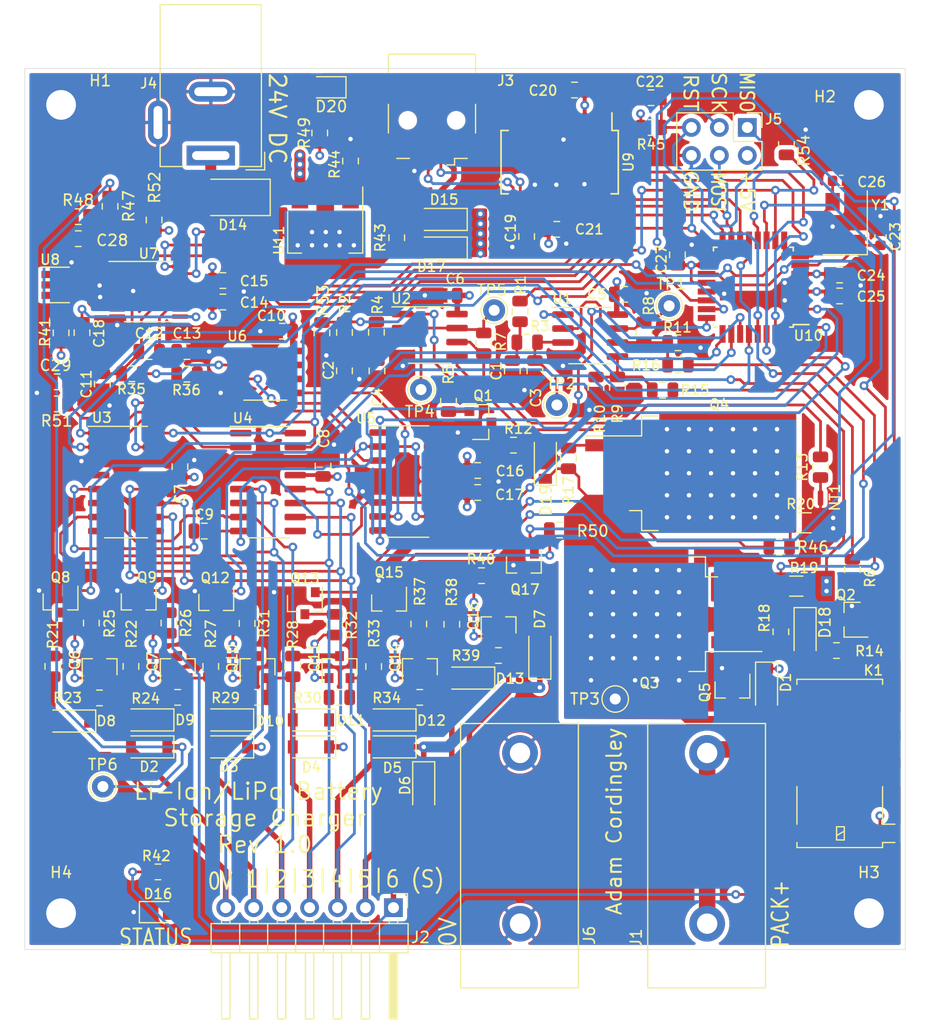
<source format=kicad_pcb>
(kicad_pcb (version 20171130) (host pcbnew "(5.1.2)-2")
  (layers (0 F.Cu signal) (1 In1.Cu signal) (2 In2.Cu signal) (31 B.Cu signal) (34 B.Paste user) (35 F.Paste user) (36 B.SilkS user) (37 F.SilkS user) (38 B.Mask user) (39 F.Mask user) (44 Edge.Cuts user))
  (net 0 "")
  (net 1 GND)
  (net 2 "Net-(C1-Pad1)")
  (net 3 "Net-(C2-Pad1)")
  (net 4 "Net-(C3-Pad1)")
  (net 5 "Net-(C4-Pad1)")
  (net 6 +5V)
  (net 7 +BATT)
  (net 8 "Net-(C9-Pad2)")
  (net 9 "Net-(C9-Pad1)")
  (net 10 "Net-(C11-Pad2)")
  (net 11 "Net-(C12-Pad2)")
  (net 12 "/Battery AFE/VREF")
  (net 13 "Net-(C19-Pad2)")
  (net 14 "Net-(C22-Pad2)")
  (net 15 /Microcontroller/ARD_RST)
  (net 16 /Microcontroller/XTAL1)
  (net 17 /Microcontroller/XTAL2)
  (net 18 "Net-(D1-Pad2)")
  (net 19 "/Battery AFE/VC1")
  (net 20 "/Battery AFE/VC2")
  (net 21 "/Battery AFE/VC3")
  (net 22 "/Battery AFE/VC4")
  (net 23 "/Battery AFE/VC5")
  (net 24 "/Battery AFE/VC6")
  (net 25 "/Battery AFE/VC0")
  (net 26 "Net-(D8-Pad1)")
  (net 27 "Net-(D9-Pad1)")
  (net 28 "Net-(D10-Pad1)")
  (net 29 "Net-(D11-Pad1)")
  (net 30 "Net-(D12-Pad1)")
  (net 31 "Net-(D13-Pad1)")
  (net 32 "Net-(D14-Pad2)")
  (net 33 "Net-(D16-Pad2)")
  (net 34 /PACK_HI)
  (net 35 "Net-(J3-Pad4)")
  (net 36 "Net-(J3-Pad3)")
  (net 37 "Net-(J3-Pad2)")
  (net 38 "Net-(K1-Pad3)")
  (net 39 "Net-(K1-Pad4)")
  (net 40 "Net-(K1-Pad5)")
  (net 41 /SRC_SINK)
  (net 42 "Net-(K1-Pad10)")
  (net 43 "Net-(NT1-Pad1)")
  (net 44 "Net-(Q1-Pad3)")
  (net 45 "Net-(Q1-Pad1)")
  (net 46 "Net-(Q2-Pad3)")
  (net 47 "Net-(Q2-Pad1)")
  (net 48 "Net-(Q4-Pad2)")
  (net 49 /RELAY_EN)
  (net 50 "Net-(Q6-Pad3)")
  (net 51 "Net-(Q7-Pad3)")
  (net 52 "Net-(Q8-Pad3)")
  (net 53 "/Battery AFE/VC1_BAL")
  (net 54 "Net-(Q9-Pad3)")
  (net 55 "/Battery AFE/VC2_BAL")
  (net 56 "Net-(Q10-Pad3)")
  (net 57 "Net-(Q11-Pad3)")
  (net 58 "Net-(Q12-Pad3)")
  (net 59 "/Battery AFE/VC3_BAL")
  (net 60 "Net-(Q13-Pad3)")
  (net 61 "/Battery AFE/VC4_BAL")
  (net 62 "Net-(Q14-Pad3)")
  (net 63 "Net-(Q15-Pad3)")
  (net 64 "/Battery AFE/VC5_BAL")
  (net 65 "Net-(Q16-Pad3)")
  (net 66 "Net-(Q17-Pad3)")
  (net 67 "/Battery AFE/VC6_BAL")
  (net 68 /Microcontroller/PWM_SRC)
  (net 69 /Microcontroller/PWM_SINK)
  (net 70 "Net-(R5-Pad1)")
  (net 71 "Net-(R6-Pad1)")
  (net 72 "Net-(R7-Pad2)")
  (net 73 "Net-(R13-Pad2)")
  (net 74 "Net-(R11-Pad2)")
  (net 75 "Net-(R8-Pad1)")
  (net 76 "Net-(R10-Pad2)")
  (net 77 +24V)
  (net 78 "Net-(R35-Pad1)")
  (net 79 "Net-(R36-Pad1)")
  (net 80 "Net-(R42-Pad2)")
  (net 81 /Microcontroller/A1)
  (net 82 /Microcontroller/A2)
  (net 83 "Net-(U3-Pad9)")
  (net 84 "Net-(U3-Pad4)")
  (net 85 "/Battery AFE/EN_MUX")
  (net 86 /Microcontroller/A0)
  (net 87 "Net-(U4-Pad9)")
  (net 88 "Net-(U5-Pad15)")
  (net 89 "Net-(U5-Pad14)")
  (net 90 "/Battery AFE/READ")
  (net 91 "Net-(U5-Pad7)")
  (net 92 "Net-(U5-Pad3)")
  (net 93 /Microcontroller/MISO)
  (net 94 /Microcontroller/MOSI)
  (net 95 "/Battery AFE/ADC_DRDY")
  (net 96 "Net-(U7-Pad3)")
  (net 97 "/Battery AFE/ADC_CS")
  (net 98 /Microcontroller/SCK)
  (net 99 "Net-(U9-Pad28)")
  (net 100 "Net-(U9-Pad27)")
  (net 101 "Net-(U9-Pad23)")
  (net 102 "Net-(U9-Pad22)")
  (net 103 "Net-(U9-Pad19)")
  (net 104 "Net-(U9-Pad14)")
  (net 105 "Net-(U9-Pad13)")
  (net 106 "Net-(U9-Pad12)")
  (net 107 "Net-(U9-Pad11)")
  (net 108 "Net-(U9-Pad10)")
  (net 109 "Net-(U9-Pad9)")
  (net 110 "Net-(U9-Pad6)")
  (net 111 /Microcontroller/ARD_TX)
  (net 112 "Net-(U9-Pad3)")
  (net 113 /Microcontroller/ARD_RX)
  (net 114 "Net-(D15-Pad2)")
  (net 115 "Net-(D17-Pad2)")
  (net 116 "Net-(R43-Pad1)")
  (net 117 "Net-(R46-Pad2)")
  (net 118 "/Battery AFE/ZERO_CAP")
  (net 119 "Net-(C28-Pad1)")
  (net 120 "Net-(D18-Pad2)")
  (net 121 "Net-(D18-Pad1)")
  (net 122 "Net-(D19-Pad2)")
  (net 123 "Net-(D20-Pad2)")
  (net 124 "Net-(C29-Pad1)")
  (module MountingHole:MountingHole_2.7mm_M2.5_Pad (layer F.Cu) (at 83.3 126.7)
    (fp_text reference H4 (at 0 -3.7) (layer F.SilkS))
    (fp_text value MountingHole_Pad)
    (pad 1 thru_hole circle (at 0 0) (size 5.4 5.4) (drill 2.7) (layers *.Cu *.Mask) (net 1 GND))
  )
  (module MountingHole:MountingHole_2.7mm_M2.5_Pad (layer F.Cu) (at 156.7 126.7)
    (fp_text reference H3 (at 0 -3.7) (layer F.SilkS))
    (fp_text value MountingHole_Pad)
    (pad 1 thru_hole circle (at 0 0) (size 5.4 5.4) (drill 2.7) (layers *.Cu *.Mask) (net 1 GND))
  )
  (module MountingHole:MountingHole_2.7mm_M2.5_Pad (layer F.Cu) (at 156.7 53.3)
    (fp_text reference H2 (at -4 -0.75) (layer F.SilkS))
    (fp_text value MountingHole_Pad)
    (pad 1 thru_hole circle (at 0 0) (size 5.4 5.4) (drill 2.7) (layers *.Cu *.Mask) (net 1 GND))
  )
  (module MountingHole:MountingHole_2.7mm_M2.5_Pad (layer F.Cu) (at 83.3 53.3)
    (fp_text reference H1 (at 3.55 -2.2) (layer F.SilkS))
    (fp_text value MountingHole_Pad)
    (pad 1 thru_hole circle (at 0 0) (size 5.4 5.4) (drill 2.7) (layers *.Cu *.Mask) (net 1 GND))
  )
  (module Resistor_SMD:R_0805_2012Metric (layer F.Cu) (at 149.2 56.9 270)
    (fp_text reference R54 (at 0.55 -1.6 90) (layer F.SilkS))
    (fp_text value 10k)
    (pad 2 smd roundrect (at 0.9375 0 270) (size 0.975 1.4) (layers F.Cu F.Paste F.Mask) (net 68 /Microcontroller/PWM_SRC))
    (pad 1 smd roundrect (at -0.9375 0 270) (size 0.975 1.4) (layers F.Cu F.Paste F.Mask) (net 1 GND))
  )
  (module Resistor_SMD:R_0805_2012Metric (layer F.Cu) (at 107 74 90)
    (fp_text reference R53 (at 2.95 0.1 90) (layer F.SilkS))
    (fp_text value 10k)
    (pad 2 smd roundrect (at 0.9375 0 90) (size 0.975 1.4) (layers F.Cu F.Paste F.Mask) (net 69 /Microcontroller/PWM_SINK))
    (pad 1 smd roundrect (at -0.9375 0 90) (size 0.975 1.4) (layers F.Cu F.Paste F.Mask) (net 1 GND))
  )
  (module Resistor_SMD:R_0805_2012Metric (layer F.Cu) (at 91.75 63.75 270)
    (fp_text reference R52 (at -2.95 -0.05 90) (layer F.SilkS))
    (fp_text value 10k)
    (pad 2 smd roundrect (at 0.9375 0 270) (size 0.975 1.4) (layers F.Cu F.Paste F.Mask) (net 6 +5V))
    (pad 1 smd roundrect (at -0.9375 0 270) (size 0.975 1.4) (layers F.Cu F.Paste F.Mask) (net 97 "/Battery AFE/ADC_CS"))
  )
  (module TestPoint:TestPoint_THTPad_D2.0mm_Drill1.0mm (layer F.Cu) (at 87.1 115.2)
    (fp_text reference TP6 (at 0 -1.998) (layer F.SilkS))
    (fp_text value TestPoint)
    (pad 1 thru_hole circle (at 0 0) (size 2 2) (drill 1) (layers *.Cu *.Mask) (net 7 +BATT))
  )
  (module TestPoint:TestPoint_THTPad_D2.0mm_Drill1.0mm (layer F.Cu) (at 122.65 71.95)
    (fp_text reference TP5 (at -0.2 -1.85) (layer F.SilkS))
    (fp_text value TestPoint)
    (pad 1 thru_hole circle (at 0 0) (size 2 2) (drill 1) (layers *.Cu *.Mask) (net 72 "Net-(R7-Pad2)"))
  )
  (module TestPoint:TestPoint_THTPad_D2.0mm_Drill1.0mm (layer F.Cu) (at 116 79.15)
    (fp_text reference TP4 (at -0.1 2) (layer F.SilkS))
    (fp_text value TestPoint)
    (pad 1 thru_hole circle (at 0 0) (size 2 2) (drill 1) (layers *.Cu *.Mask) (net 5 "Net-(C4-Pad1)"))
  )
  (module TestPoint:TestPoint_THTPad_D2.0mm_Drill1.0mm (layer F.Cu) (at 133.65 107.25)
    (fp_text reference TP3 (at -2.75 0) (layer F.SilkS))
    (fp_text value TestPoint)
    (pad 1 thru_hole circle (at 0 0) (size 2 2) (drill 1) (layers *.Cu *.Mask) (net 41 /SRC_SINK))
  )
  (module TestPoint:TestPoint_THTPad_D2.0mm_Drill1.0mm (layer F.Cu) (at 128.35 80.55)
    (fp_text reference TP2 (at 0.4 -1.95) (layer F.SilkS))
    (fp_text value TestPoint)
    (pad 1 thru_hole circle (at 0 0) (size 2 2) (drill 1) (layers *.Cu *.Mask) (net 4 "Net-(C3-Pad1)"))
  )
  (module TestPoint:TestPoint_THTPad_D2.0mm_Drill1.0mm (layer F.Cu) (at 138.55 71.55)
    (fp_text reference TP1 (at 0.2 -2) (layer F.SilkS))
    (fp_text value TestPoint)
    (pad 1 thru_hole circle (at 0 0) (size 2 2) (drill 1) (layers *.Cu *.Mask) (net 75 "Net-(R8-Pad1)"))
  )
  (module Resistor_SMD:R_0805_2012Metric (layer F.Cu) (at 82.95 80.45)
    (fp_text reference R51 (at -0.05 1.55) (layer F.SilkS))
    (fp_text value 2M)
    (pad 2 smd roundrect (at 0.9375 0) (size 0.975 1.4) (layers F.Cu F.Paste F.Mask) (net 124 "Net-(C29-Pad1)"))
    (pad 1 smd roundrect (at -0.9375 0) (size 0.975 1.4) (layers F.Cu F.Paste F.Mask) (net 1 GND))
  )
  (module Resistor_SMD:R_0805_2012Metric (layer F.Cu) (at 128.6 91.9)
    (fp_text reference R50 (at 3 0.1) (layer F.SilkS))
    (fp_text value 10M)
    (pad 2 smd roundrect (at 0.9375 0) (size 0.975 1.4) (layers F.Cu F.Paste F.Mask) (net 41 /SRC_SINK))
    (pad 1 smd roundrect (at -0.9375 0) (size 0.975 1.4) (layers F.Cu F.Paste F.Mask) (net 124 "Net-(C29-Pad1)"))
  )
  (module Capacitor_SMD:C_0805_2012Metric (layer F.Cu) (at 82.95 78.45 180)
    (fp_text reference C29 (at 0.15 1.5) (layer F.SilkS))
    (fp_text value 10n)
    (pad 2 smd roundrect (at 0.9375 0 180) (size 0.975 1.4) (layers F.Cu F.Paste F.Mask) (net 1 GND))
    (pad 1 smd roundrect (at -0.9375 0 180) (size 0.975 1.4) (layers F.Cu F.Paste F.Mask) (net 124 "Net-(C29-Pad1)"))
  )
  (module battery-storage-device:banana_jack_right_angle (layer F.Cu) (at 125 112.15)
    (fp_text reference J6 (at 6.3 16.55 90) (layer F.SilkS))
    (fp_text value Conn_01x01_Female)
    (pad 1 thru_hole circle (at 0 15.5) (size 3.25 3.25) (drill 1.85) (layers *.Cu *.Mask) (net 1 GND))
    (pad 1 thru_hole circle (at 0 0) (size 3.25 3.25) (drill 1.85) (layers *.Cu *.Mask) (net 1 GND))
  )
  (module battery-storage-device:banana_jack_right_angle (layer F.Cu) (at 142 112.15)
    (fp_text reference J1 (at -6.45 16.8 90) (layer F.SilkS))
    (fp_text value Conn_01x01_Female)
    (pad 1 thru_hole circle (at 0 15.5) (size 3.25 3.25) (drill 1.85) (layers *.Cu *.Mask) (net 34 /PACK_HI))
    (pad 1 thru_hole circle (at 0 0) (size 3.25 3.25) (drill 1.85) (layers *.Cu *.Mask) (net 34 /PACK_HI))
  )
  (module Connector_PinHeader_2.54mm:PinHeader_1x07_P2.54mm_Horizontal (layer F.Cu) (at 113.5 126.2 270)
    (fp_text reference J2 (at 2.7 -2.45 180) (layer F.SilkS))
    (fp_text value Conn_01x07_Male)
    (pad 7 thru_hole oval (at 0 15.24 270) (size 1.7 1.7) (drill 1) (layers *.Cu *.Mask) (net 25 "/Battery AFE/VC0"))
    (pad 6 thru_hole oval (at 0 12.7 270) (size 1.7 1.7) (drill 1) (layers *.Cu *.Mask) (net 19 "/Battery AFE/VC1"))
    (pad 5 thru_hole oval (at 0 10.16 270) (size 1.7 1.7) (drill 1) (layers *.Cu *.Mask) (net 20 "/Battery AFE/VC2"))
    (pad 4 thru_hole oval (at 0 7.62 270) (size 1.7 1.7) (drill 1) (layers *.Cu *.Mask) (net 21 "/Battery AFE/VC3"))
    (pad 3 thru_hole oval (at 0 5.08 270) (size 1.7 1.7) (drill 1) (layers *.Cu *.Mask) (net 22 "/Battery AFE/VC4"))
    (pad 2 thru_hole oval (at 0 2.54 270) (size 1.7 1.7) (drill 1) (layers *.Cu *.Mask) (net 23 "/Battery AFE/VC5"))
    (pad 1 thru_hole rect (at 0 0 270) (size 1.7 1.7) (drill 1) (layers *.Cu *.Mask) (net 24 "/Battery AFE/VC6"))
  )
  (module Resistor_SMD:R_0805_2012Metric (layer F.Cu) (at 106.8 55.85 270)
    (fp_text reference R49 (at 0 1.4 90) (layer F.SilkS))
    (fp_text value 1k)
    (pad 2 smd roundrect (at 0.9375 0 270) (size 0.975 1.4) (layers F.Cu F.Paste F.Mask) (net 6 +5V))
    (pad 1 smd roundrect (at -0.9375 0 270) (size 0.975 1.4) (layers F.Cu F.Paste F.Mask) (net 123 "Net-(D20-Pad2)"))
  )
  (module LED_SMD:LED_0805_2012Metric (layer F.Cu) (at 107.5 51.7 180)
    (fp_text reference D20 (at -0.35 -1.75) (layer F.SilkS))
    (fp_text value LED)
    (pad 2 smd roundrect (at 0.9375 0 180) (size 0.975 1.4) (layers F.Cu F.Paste F.Mask) (net 123 "Net-(D20-Pad2)"))
    (pad 1 smd roundrect (at -0.9375 0 180) (size 0.975 1.4) (layers F.Cu F.Paste F.Mask) (net 1 GND))
  )
  (module Diode_SMD:D_SOD-123 (layer F.Cu) (at 127.3 85.6 90)
    (fp_text reference D19 (at -3.6 0.05 90) (layer F.SilkS))
    (fp_text value 10V)
    (pad 2 smd rect (at 1.65 0 90) (size 0.9 1.2) (layers F.Cu F.Paste F.Mask) (net 122 "Net-(D19-Pad2)"))
    (pad 1 smd rect (at -1.65 0 90) (size 0.9 1.2) (layers F.Cu F.Paste F.Mask) (net 41 /SRC_SINK))
  )
  (module Diode_SMD:D_SOD-123 (layer F.Cu) (at 150.9 101.2 270)
    (fp_text reference D18 (at -0.9 -1.8 90) (layer F.SilkS))
    (fp_text value 10V)
    (pad 2 smd rect (at 1.65 0 270) (size 0.9 1.2) (layers F.Cu F.Paste F.Mask) (net 120 "Net-(D18-Pad2)"))
    (pad 1 smd rect (at -1.65 0 270) (size 0.9 1.2) (layers F.Cu F.Paste F.Mask) (net 121 "Net-(D18-Pad1)"))
  )
  (module Resistor_SMD:R_0805_2012Metric (layer F.Cu) (at 84.8625 63.45)
    (fp_text reference R48 (at -0.0125 -1.5) (layer F.SilkS))
    (fp_text value 2M)
    (pad 2 smd roundrect (at 0.9375 0) (size 0.975 1.4) (layers F.Cu F.Paste F.Mask) (net 119 "Net-(C28-Pad1)"))
    (pad 1 smd roundrect (at -0.9375 0) (size 0.975 1.4) (layers F.Cu F.Paste F.Mask) (net 1 GND))
  )
  (module Resistor_SMD:R_0805_2012Metric (layer F.Cu) (at 87.75 62.5125 90)
    (fp_text reference R47 (at 0.0125 1.7 90) (layer F.SilkS))
    (fp_text value 10M)
    (pad 2 smd roundrect (at 0.9375 0 90) (size 0.975 1.4) (layers F.Cu F.Paste F.Mask) (net 7 +BATT))
    (pad 1 smd roundrect (at -0.9375 0 90) (size 0.975 1.4) (layers F.Cu F.Paste F.Mask) (net 119 "Net-(C28-Pad1)"))
  )
  (module Capacitor_SMD:C_0805_2012Metric (layer F.Cu) (at 84.8625 65.45 180)
    (fp_text reference C28 (at -3.0875 -0.15) (layer F.SilkS))
    (fp_text value 10n)
    (pad 2 smd roundrect (at 0.9375 0 180) (size 0.975 1.4) (layers F.Cu F.Paste F.Mask) (net 1 GND))
    (pad 1 smd roundrect (at -0.9375 0 180) (size 0.975 1.4) (layers F.Cu F.Paste F.Mask) (net 119 "Net-(C28-Pad1)"))
  )
  (module Resistor_SMD:R_0805_2012Metric (layer F.Cu) (at 148.55 93.45 180)
    (fp_text reference R46 (at -3.05 0) (layer F.SilkS))
    (fp_text value 10k)
    (pad 2 smd roundrect (at 0.9375 0 180) (size 0.975 1.4) (layers F.Cu F.Paste F.Mask) (net 117 "Net-(R46-Pad2)"))
    (pad 1 smd roundrect (at -0.9375 0 180) (size 0.975 1.4) (layers F.Cu F.Paste F.Mask) (net 48 "Net-(Q4-Pad2)"))
  )
  (module Diode_SMD:D_SMA (layer F.Cu) (at 98.9 61.7 180)
    (fp_text reference D14 (at 0 -2.5) (layer F.SilkS) (effects (font (size 0.9 0.9))))
    (fp_text value MBRA340)
    (pad 2 smd rect (at 2 0 180) (size 2.5 1.8) (layers F.Cu F.Paste F.Mask) (net 32 "Net-(D14-Pad2)"))
    (pad 1 smd rect (at -2 0 180) (size 2.5 1.8) (layers F.Cu F.Paste F.Mask) (net 77 +24V))
  )
  (module Package_TO_SOT_SMD:SOT-223-3_TabPin2 (layer F.Cu) (at 107.3 64.85 270)
    (fp_text reference U11 (at 0.75 4.2 90) (layer F.SilkS) (effects (font (size 0.9 0.9))))
    (fp_text value LM317_SOT-223)
    (pad 1 smd rect (at -3.15 -2.3 270) (size 2 1.5) (layers F.Cu F.Paste F.Mask) (net 116 "Net-(R43-Pad1)"))
    (pad 3 smd rect (at -3.15 2.3 270) (size 2 1.5) (layers F.Cu F.Paste F.Mask) (net 77 +24V))
    (pad 2 smd rect (at -3.15 0 270) (size 2 1.5) (layers F.Cu F.Paste F.Mask) (net 115 "Net-(D17-Pad2)"))
    (pad 2 smd rect (at 3.15 0 270) (size 2 3.8) (layers F.Cu F.Paste F.Mask) (net 115 "Net-(D17-Pad2)"))
  )
  (module Resistor_SMD:R_0805_2012Metric (layer F.Cu) (at 136.9125 55.35 180)
    (fp_text reference R45 (at 0.0125 -1.55) (layer F.SilkS) (effects (font (size 0.9 0.9))))
    (fp_text value 1k)
    (pad 2 smd roundrect (at 0.9375 0 180) (size 0.975 1.4) (layers F.Cu F.Paste F.Mask) (net 6 +5V))
    (pad 1 smd roundrect (at -0.9375 0 180) (size 0.975 1.4) (layers F.Cu F.Paste F.Mask) (net 15 /Microcontroller/ARD_RST))
  )
  (module Resistor_SMD:R_0805_2012Metric (layer F.Cu) (at 109.6 58.4 270)
    (fp_text reference R44 (at 0.3 1.45 90) (layer F.SilkS) (effects (font (size 0.9 0.9))))
    (fp_text value 680)
    (pad 2 smd roundrect (at 0.9375 0 270) (size 0.975 1.4) (layers F.Cu F.Paste F.Mask) (net 116 "Net-(R43-Pad1)"))
    (pad 1 smd roundrect (at -0.9375 0 270) (size 0.975 1.4) (layers F.Cu F.Paste F.Mask) (net 1 GND))
  )
  (module Resistor_SMD:R_0805_2012Metric (layer F.Cu) (at 113.8 65.3625 270)
    (fp_text reference R43 (at 0 1.5 90) (layer F.SilkS) (effects (font (size 0.9 0.9))))
    (fp_text value 220)
    (pad 2 smd roundrect (at 0.9375 0 270) (size 0.975 1.4) (layers F.Cu F.Paste F.Mask) (net 115 "Net-(D17-Pad2)"))
    (pad 1 smd roundrect (at -0.9375 0 270) (size 0.975 1.4) (layers F.Cu F.Paste F.Mask) (net 116 "Net-(R43-Pad1)"))
  )
  (module Connector_PinHeader_2.54mm:PinHeader_2x03_P2.54mm_Vertical (layer F.Cu) (at 145.65 55.35 270)
    (fp_text reference J5 (at -0.75 -2.4 180) (layer F.SilkS) (effects (font (size 0.9 0.9))))
    (fp_text value Conn_02x03_Odd_Even)
    (pad 6 thru_hole oval (at 2.54 5.08 270) (size 1.7 1.7) (drill 1) (layers *.Cu *.Mask) (net 1 GND))
    (pad 5 thru_hole oval (at 0 5.08 270) (size 1.7 1.7) (drill 1) (layers *.Cu *.Mask) (net 15 /Microcontroller/ARD_RST))
    (pad 4 thru_hole oval (at 2.54 2.54 270) (size 1.7 1.7) (drill 1) (layers *.Cu *.Mask) (net 94 /Microcontroller/MOSI))
    (pad 3 thru_hole oval (at 0 2.54 270) (size 1.7 1.7) (drill 1) (layers *.Cu *.Mask) (net 98 /Microcontroller/SCK))
    (pad 2 thru_hole oval (at 2.54 0 270) (size 1.7 1.7) (drill 1) (layers *.Cu *.Mask) (net 6 +5V))
    (pad 1 thru_hole rect (at 0 0 270) (size 1.7 1.7) (drill 1) (layers *.Cu *.Mask) (net 93 /Microcontroller/MISO))
  )
  (module Connector_BarrelJack:BarrelJack_Wuerth_6941xx301002 (layer F.Cu) (at 96.9 57.9 180)
    (fp_text reference J4 (at 5.65 6.55) (layer F.SilkS) (effects (font (size 0.9 0.9))))
    (fp_text value Barrel_Jack_Switch)
    (pad 1 thru_hole rect (at 0 0 180) (size 4.4 1.8) (drill oval 3.4 0.8) (layers *.Cu *.Mask) (net 32 "Net-(D14-Pad2)"))
    (pad 2 thru_hole oval (at 0 5.8 180) (size 4 1.8) (drill oval 3 0.8) (layers *.Cu *.Mask) (net 1 GND))
    (pad 3 thru_hole oval (at 4.8 3 270) (size 4 1.8) (drill oval 3 0.8) (layers *.Cu *.Mask) (net 1 GND))
  )
  (module Diode_SMD:D_SOD-123 (layer F.Cu) (at 117.95 66.3 180)
    (fp_text reference D17 (at 1 -1.7) (layer F.SilkS) (effects (font (size 0.9 0.9))))
    (fp_text value MBR0520)
    (pad 2 smd rect (at 1.65 0 180) (size 0.9 1.2) (layers F.Cu F.Paste F.Mask) (net 115 "Net-(D17-Pad2)"))
    (pad 1 smd rect (at -1.65 0 180) (size 0.9 1.2) (layers F.Cu F.Paste F.Mask) (net 6 +5V))
  )
  (module Package_TO_SOT_SMD:TO-263-2 (layer F.Cu) (at 139 86.75)
    (fp_text reference Q4 (at 4.1 -6.25) (layer F.SilkS) (effects (font (size 0.9 0.9))))
    (fp_text value Q_PMOS_GDS)
    (pad 2 smd rect (at 3.375 0) (size 9.4 10.8) (layers F.Cu F.Mask) (net 48 "Net-(Q4-Pad2)"))
    (pad 3 smd rect (at -5.775 2.54) (size 4.6 1.1) (layers F.Cu F.Paste F.Mask) (net 41 /SRC_SINK))
    (pad 1 smd rect (at -5.775 -2.54) (size 4.6 1.1) (layers F.Cu F.Paste F.Mask) (net 122 "Net-(D19-Pad2)"))
  )
  (module Package_TO_SOT_SMD:TO-263-2 (layer F.Cu) (at 138.9 99.55 180)
    (fp_text reference Q3 (at 2.15 -6.25) (layer F.SilkS) (effects (font (size 0.9 0.9))))
    (fp_text value Q_PMOS_GDS)
    (pad 2 smd rect (at 3.375 0 180) (size 9.4 10.8) (layers F.Cu F.Mask) (net 41 /SRC_SINK))
    (pad 3 smd rect (at -5.775 2.54 180) (size 4.6 1.1) (layers F.Cu F.Paste F.Mask) (net 121 "Net-(D18-Pad1)"))
    (pad 1 smd rect (at -5.775 -2.54 180) (size 4.6 1.1) (layers F.Cu F.Paste F.Mask) (net 120 "Net-(D18-Pad2)"))
  )
  (module Crystal:Crystal_SMD_Abracon_ABM3C-4Pin_5.0x3.2mm (layer F.Cu) (at 154.55 64 90)
    (fp_text reference Y1 (at 1.6 3.2) (layer F.SilkS) (effects (font (size 0.9 0.9))))
    (fp_text value ABM3C-16.000MHZ-D4Y-T)
    (pad 4 smd rect (at -1.9 -1.15 90) (size 1.6 1.3) (layers F.Cu F.Paste F.Mask) (net 1 GND))
    (pad 3 smd rect (at 1.9 -1.15 90) (size 1.6 1.3) (layers F.Cu F.Paste F.Mask) (net 17 /Microcontroller/XTAL2))
    (pad 2 smd rect (at 1.9 1.15 90) (size 1.6 1.3) (layers F.Cu F.Paste F.Mask) (net 1 GND))
    (pad 1 smd rect (at -1.9 1.15 90) (size 1.6 1.3) (layers F.Cu F.Paste F.Mask) (net 16 /Microcontroller/XTAL1))
  )
  (module Package_QFP:TQFP-32_7x7mm_P0.8mm (layer F.Cu) (at 146.2 69.85 180)
    (fp_text reference U10 (at -5 -4.4) (layer F.SilkS) (effects (font (size 0.9 0.9))))
    (fp_text value ATmega328P-AU)
    (pad 32 smd rect (at -2.8 -4.25 270) (size 1.6 0.55) (layers F.Cu F.Paste F.Mask) (net 118 "/Battery AFE/ZERO_CAP"))
    (pad 31 smd rect (at -2 -4.25 270) (size 1.6 0.55) (layers F.Cu F.Paste F.Mask) (net 111 /Microcontroller/ARD_TX))
    (pad 30 smd rect (at -1.2 -4.25 270) (size 1.6 0.55) (layers F.Cu F.Paste F.Mask) (net 113 /Microcontroller/ARD_RX))
    (pad 29 smd rect (at -0.4 -4.25 270) (size 1.6 0.55) (layers F.Cu F.Paste F.Mask) (net 15 /Microcontroller/ARD_RST))
    (pad 28 smd rect (at 0.4 -4.25 270) (size 1.6 0.55) (layers F.Cu F.Paste F.Mask) (net 53 "/Battery AFE/VC1_BAL"))
    (pad 27 smd rect (at 1.2 -4.25 270) (size 1.6 0.55) (layers F.Cu F.Paste F.Mask) (net 90 "/Battery AFE/READ"))
    (pad 26 smd rect (at 2 -4.25 270) (size 1.6 0.55) (layers F.Cu F.Paste F.Mask) (net 82 /Microcontroller/A2))
    (pad 25 smd rect (at 2.8 -4.25 270) (size 1.6 0.55) (layers F.Cu F.Paste F.Mask) (net 81 /Microcontroller/A1))
    (pad 24 smd rect (at 4.25 -2.8 180) (size 1.6 0.55) (layers F.Cu F.Paste F.Mask) (net 86 /Microcontroller/A0))
    (pad 23 smd rect (at 4.25 -2 180) (size 1.6 0.55) (layers F.Cu F.Paste F.Mask) (net 85 "/Battery AFE/EN_MUX"))
    (pad 22 smd rect (at 4.25 -1.2 180) (size 1.6 0.55) (layers F.Cu F.Paste F.Mask) (net 80 "Net-(R42-Pad2)"))
    (pad 21 smd rect (at 4.25 -0.4 180) (size 1.6 0.55) (layers F.Cu F.Paste F.Mask) (net 1 GND))
    (pad 20 smd rect (at 4.25 0.4 180) (size 1.6 0.55) (layers F.Cu F.Paste F.Mask) (net 6 +5V))
    (pad 19 smd rect (at 4.25 1.2 180) (size 1.6 0.55) (layers F.Cu F.Paste F.Mask) (net 61 "/Battery AFE/VC4_BAL"))
    (pad 18 smd rect (at 4.25 2 180) (size 1.6 0.55) (layers F.Cu F.Paste F.Mask) (net 6 +5V))
    (pad 17 smd rect (at 4.25 2.8 180) (size 1.6 0.55) (layers F.Cu F.Paste F.Mask) (net 98 /Microcontroller/SCK))
    (pad 16 smd rect (at 2.8 4.25 270) (size 1.6 0.55) (layers F.Cu F.Paste F.Mask) (net 93 /Microcontroller/MISO))
    (pad 15 smd rect (at 2 4.25 270) (size 1.6 0.55) (layers F.Cu F.Paste F.Mask) (net 94 /Microcontroller/MOSI))
    (pad 14 smd rect (at 1.2 4.25 270) (size 1.6 0.55) (layers F.Cu F.Paste F.Mask) (net 97 "/Battery AFE/ADC_CS"))
    (pad 13 smd rect (at 0.4 4.25 270) (size 1.6 0.55) (layers F.Cu F.Paste F.Mask) (net 67 "/Battery AFE/VC6_BAL"))
    (pad 12 smd rect (at -0.4 4.25 270) (size 1.6 0.55) (layers F.Cu F.Paste F.Mask) (net 64 "/Battery AFE/VC5_BAL"))
    (pad 11 smd rect (at -1.2 4.25 270) (size 1.6 0.55) (layers F.Cu F.Paste F.Mask) (net 49 /RELAY_EN))
    (pad 10 smd rect (at -2 4.25 270) (size 1.6 0.55) (layers F.Cu F.Paste F.Mask) (net 68 /Microcontroller/PWM_SRC))
    (pad 9 smd rect (at -2.8 4.25 270) (size 1.6 0.55) (layers F.Cu F.Paste F.Mask) (net 69 /Microcontroller/PWM_SINK))
    (pad 8 smd rect (at -4.25 2.8 180) (size 1.6 0.55) (layers F.Cu F.Paste F.Mask) (net 17 /Microcontroller/XTAL2))
    (pad 7 smd rect (at -4.25 2 180) (size 1.6 0.55) (layers F.Cu F.Paste F.Mask) (net 16 /Microcontroller/XTAL1))
    (pad 6 smd rect (at -4.25 1.2 180) (size 1.6 0.55) (layers F.Cu F.Paste F.Mask) (net 6 +5V))
    (pad 5 smd rect (at -4.25 0.4 180) (size 1.6 0.55) (layers F.Cu F.Paste F.Mask) (net 1 GND))
    (pad 4 smd rect (at -4.25 -0.4 180) (size 1.6 0.55) (layers F.Cu F.Paste F.Mask) (net 6 +5V))
    (pad 3 smd rect (at -4.25 -1.2 180) (size 1.6 0.55) (layers F.Cu F.Paste F.Mask) (net 1 GND))
    (pad 2 smd rect (at -4.25 -2 180) (size 1.6 0.55) (layers F.Cu F.Paste F.Mask) (net 59 "/Battery AFE/VC3_BAL"))
    (pad 1 smd rect (at -4.25 -2.8 180) (size 1.6 0.55) (layers F.Cu F.Paste F.Mask) (net 55 "/Battery AFE/VC2_BAL"))
  )
  (module Package_SO:SSOP-28_5.3x10.2mm_P0.65mm (layer F.Cu) (at 128.6 58.5 270)
    (fp_text reference U9 (at 0 -6.25 90) (layer F.SilkS) (effects (font (size 0.9 0.9))))
    (fp_text value FT232RL)
    (pad 28 smd rect (at 3.6 -4.225 270) (size 1.75 0.45) (layers F.Cu F.Paste F.Mask) (net 99 "Net-(U9-Pad28)"))
    (pad 27 smd rect (at 3.6 -3.575 270) (size 1.75 0.45) (layers F.Cu F.Paste F.Mask) (net 100 "Net-(U9-Pad27)"))
    (pad 26 smd rect (at 3.6 -2.925 270) (size 1.75 0.45) (layers F.Cu F.Paste F.Mask) (net 1 GND))
    (pad 25 smd rect (at 3.6 -2.275 270) (size 1.75 0.45) (layers F.Cu F.Paste F.Mask) (net 1 GND))
    (pad 24 smd rect (at 3.6 -1.625 270) (size 1.75 0.45) (layers F.Cu F.Paste F.Mask))
    (pad 23 smd rect (at 3.6 -0.975 270) (size 1.75 0.45) (layers F.Cu F.Paste F.Mask) (net 101 "Net-(U9-Pad23)"))
    (pad 22 smd rect (at 3.6 -0.325 270) (size 1.75 0.45) (layers F.Cu F.Paste F.Mask) (net 102 "Net-(U9-Pad22)"))
    (pad 21 smd rect (at 3.6 0.325 270) (size 1.75 0.45) (layers F.Cu F.Paste F.Mask) (net 1 GND))
    (pad 20 smd rect (at 3.6 0.975 270) (size 1.75 0.45) (layers F.Cu F.Paste F.Mask) (net 6 +5V))
    (pad 19 smd rect (at 3.6 1.625 270) (size 1.75 0.45) (layers F.Cu F.Paste F.Mask) (net 103 "Net-(U9-Pad19)"))
    (pad 18 smd rect (at 3.6 2.275 270) (size 1.75 0.45) (layers F.Cu F.Paste F.Mask) (net 1 GND))
    (pad 17 smd rect (at 3.6 2.925 270) (size 1.75 0.45) (layers F.Cu F.Paste F.Mask) (net 13 "Net-(C19-Pad2)"))
    (pad 16 smd rect (at 3.6 3.575 270) (size 1.75 0.45) (layers F.Cu F.Paste F.Mask) (net 37 "Net-(J3-Pad2)"))
    (pad 15 smd rect (at 3.6 4.225 270) (size 1.75 0.45) (layers F.Cu F.Paste F.Mask) (net 36 "Net-(J3-Pad3)"))
    (pad 14 smd rect (at -3.6 4.225 270) (size 1.75 0.45) (layers F.Cu F.Paste F.Mask) (net 104 "Net-(U9-Pad14)"))
    (pad 13 smd rect (at -3.6 3.575 270) (size 1.75 0.45) (layers F.Cu F.Paste F.Mask) (net 105 "Net-(U9-Pad13)"))
    (pad 12 smd rect (at -3.6 2.925 270) (size 1.75 0.45) (layers F.Cu F.Paste F.Mask) (net 106 "Net-(U9-Pad12)"))
    (pad 11 smd rect (at -3.6 2.275 270) (size 1.75 0.45) (layers F.Cu F.Paste F.Mask) (net 107 "Net-(U9-Pad11)"))
    (pad 10 smd rect (at -3.6 1.625 270) (size 1.75 0.45) (layers F.Cu F.Paste F.Mask) (net 108 "Net-(U9-Pad10)"))
    (pad 9 smd rect (at -3.6 0.975 270) (size 1.75 0.45) (layers F.Cu F.Paste F.Mask) (net 109 "Net-(U9-Pad9)"))
    (pad 8 smd rect (at -3.6 0.325 270) (size 1.75 0.45) (layers F.Cu F.Paste F.Mask))
    (pad 7 smd rect (at -3.6 -0.325 270) (size 1.75 0.45) (layers F.Cu F.Paste F.Mask) (net 1 GND))
    (pad 6 smd rect (at -3.6 -0.975 270) (size 1.75 0.45) (layers F.Cu F.Paste F.Mask) (net 110 "Net-(U9-Pad6)"))
    (pad 5 smd rect (at -3.6 -1.625 270) (size 1.75 0.45) (layers F.Cu F.Paste F.Mask) (net 111 /Microcontroller/ARD_TX))
    (pad 4 smd rect (at -3.6 -2.275 270) (size 1.75 0.45) (layers F.Cu F.Paste F.Mask) (net 6 +5V))
    (pad 3 smd rect (at -3.6 -2.925 270) (size 1.75 0.45) (layers F.Cu F.Paste F.Mask) (net 112 "Net-(U9-Pad3)"))
    (pad 2 smd rect (at -3.6 -3.575 270) (size 1.75 0.45) (layers F.Cu F.Paste F.Mask) (net 14 "Net-(C22-Pad2)"))
    (pad 1 smd rect (at -3.6 -4.225 270) (size 1.75 0.45) (layers F.Cu F.Paste F.Mask) (net 113 /Microcontroller/ARD_RX))
  )
  (module Package_TO_SOT_SMD:SOT-23-5 (layer F.Cu) (at 83.15 69.65)
    (fp_text reference U8 (at -0.85 -2.3) (layer F.SilkS) (effects (font (size 0.9 0.9))))
    (fp_text value LM4030-4.096)
    (pad 5 smd rect (at 1.1 -0.95) (size 1.06 0.65) (layers F.Cu F.Paste F.Mask) (net 1 GND))
    (pad 4 smd rect (at 1.1 0.95) (size 1.06 0.65) (layers F.Cu F.Paste F.Mask) (net 12 "/Battery AFE/VREF"))
    (pad 3 smd rect (at -1.1 0.95) (size 1.06 0.65) (layers F.Cu F.Paste F.Mask))
    (pad 2 smd rect (at -1.1 0) (size 1.06 0.65) (layers F.Cu F.Paste F.Mask))
    (pad 1 smd rect (at -1.1 -0.95) (size 1.06 0.65) (layers F.Cu F.Paste F.Mask))
  )
  (module Package_SO:TSSOP-16_4.4x5mm_P0.65mm (layer F.Cu) (at 91.25 70.25)
    (fp_text reference U7 (at 0 -3.45) (layer F.SilkS) (effects (font (size 0.9 0.9))))
    (fp_text value ADS1220xPW)
    (pad 16 smd roundrect (at 2.8625 -2.275) (size 1.475 0.4) (layers F.Cu F.Paste F.Mask) (net 93 /Microcontroller/MISO))
    (pad 15 smd roundrect (at 2.8625 -1.625) (size 1.475 0.4) (layers F.Cu F.Paste F.Mask) (net 94 /Microcontroller/MOSI))
    (pad 14 smd roundrect (at 2.8625 -0.975) (size 1.475 0.4) (layers F.Cu F.Paste F.Mask) (net 95 "/Battery AFE/ADC_DRDY"))
    (pad 13 smd roundrect (at 2.8625 -0.325) (size 1.475 0.4) (layers F.Cu F.Paste F.Mask) (net 6 +5V))
    (pad 12 smd roundrect (at 2.8625 0.325) (size 1.475 0.4) (layers F.Cu F.Paste F.Mask) (net 6 +5V))
    (pad 11 smd roundrect (at 2.8625 0.975) (size 1.475 0.4) (layers F.Cu F.Paste F.Mask) (net 10 "Net-(C11-Pad2)"))
    (pad 10 smd roundrect (at 2.8625 1.625) (size 1.475 0.4) (layers F.Cu F.Paste F.Mask) (net 11 "Net-(C12-Pad2)"))
    (pad 9 smd roundrect (at 2.8625 2.275) (size 1.475 0.4) (layers F.Cu F.Paste F.Mask) (net 12 "/Battery AFE/VREF"))
    (pad 8 smd roundrect (at -2.8625 2.275) (size 1.475 0.4) (layers F.Cu F.Paste F.Mask) (net 1 GND))
    (pad 7 smd roundrect (at -2.8625 1.625) (size 1.475 0.4) (layers F.Cu F.Paste F.Mask) (net 119 "Net-(C28-Pad1)"))
    (pad 6 smd roundrect (at -2.8625 0.975) (size 1.475 0.4) (layers F.Cu F.Paste F.Mask) (net 124 "Net-(C29-Pad1)"))
    (pad 5 smd roundrect (at -2.8625 0.325) (size 1.475 0.4) (layers F.Cu F.Paste F.Mask) (net 1 GND))
    (pad 4 smd roundrect (at -2.8625 -0.325) (size 1.475 0.4) (layers F.Cu F.Paste F.Mask) (net 1 GND))
    (pad 3 smd roundrect (at -2.8625 -0.975) (size 1.475 0.4) (layers F.Cu F.Paste F.Mask) (net 96 "Net-(U7-Pad3)"))
    (pad 2 smd roundrect (at -2.8625 -1.625) (size 1.475 0.4) (layers F.Cu F.Paste F.Mask) (net 97 "/Battery AFE/ADC_CS"))
    (pad 1 smd roundrect (at -2.8625 -2.275) (size 1.475 0.4) (layers F.Cu F.Paste F.Mask) (net 98 /Microcontroller/SCK))
  )
  (module Package_SO:SOIC-8_3.9x4.9mm_P1.27mm (layer F.Cu) (at 101.85 77.55)
    (fp_text reference U6 (at -2.55 -3.25) (layer F.SilkS) (effects (font (size 0.9 0.9))))
    (fp_text value TLV2372)
    (pad 8 smd roundrect (at 2.475 -1.905) (size 1.95 0.6) (layers F.Cu F.Paste F.Mask) (net 6 +5V))
    (pad 7 smd roundrect (at 2.475 -0.635) (size 1.95 0.6) (layers F.Cu F.Paste F.Mask) (net 79 "Net-(R36-Pad1)"))
    (pad 6 smd roundrect (at 2.475 0.635) (size 1.95 0.6) (layers F.Cu F.Paste F.Mask) (net 79 "Net-(R36-Pad1)"))
    (pad 5 smd roundrect (at 2.475 1.905) (size 1.95 0.6) (layers F.Cu F.Paste F.Mask) (net 91 "Net-(U5-Pad7)"))
    (pad 4 smd roundrect (at -2.475 1.905) (size 1.95 0.6) (layers F.Cu F.Paste F.Mask) (net 1 GND))
    (pad 3 smd roundrect (at -2.475 0.635) (size 1.95 0.6) (layers F.Cu F.Paste F.Mask) (net 92 "Net-(U5-Pad3)"))
    (pad 2 smd roundrect (at -2.475 -0.635) (size 1.95 0.6) (layers F.Cu F.Paste F.Mask) (net 78 "Net-(R35-Pad1)"))
    (pad 1 smd roundrect (at -2.475 -1.905) (size 1.95 0.6) (layers F.Cu F.Paste F.Mask) (net 78 "Net-(R35-Pad1)"))
  )
  (module Package_SO:SOIC-16_3.9x9.9mm_P1.27mm (layer F.Cu) (at 114.75 87.5)
    (fp_text reference U5 (at -3.75 -5.75) (layer F.SilkS) (effects (font (size 0.9 0.9))))
    (fp_text value DG412xY)
    (pad 16 smd roundrect (at 2.475 -4.445) (size 1.95 0.6) (layers F.Cu F.Paste F.Mask) (net 1 GND))
    (pad 15 smd roundrect (at 2.475 -3.175) (size 1.95 0.6) (layers F.Cu F.Paste F.Mask) (net 88 "Net-(U5-Pad15)"))
    (pad 14 smd roundrect (at 2.475 -1.905) (size 1.95 0.6) (layers F.Cu F.Paste F.Mask) (net 89 "Net-(U5-Pad14)"))
    (pad 13 smd roundrect (at 2.475 -0.635) (size 1.95 0.6) (layers F.Cu F.Paste F.Mask) (net 77 +24V))
    (pad 12 smd roundrect (at 2.475 0.635) (size 1.95 0.6) (layers F.Cu F.Paste F.Mask) (net 6 +5V))
    (pad 11 smd roundrect (at 2.475 1.905) (size 1.95 0.6) (layers F.Cu F.Paste F.Mask) (net 8 "Net-(C9-Pad2)"))
    (pad 10 smd roundrect (at 2.475 3.175) (size 1.95 0.6) (layers F.Cu F.Paste F.Mask) (net 9 "Net-(C9-Pad1)"))
    (pad 9 smd roundrect (at 2.475 4.445) (size 1.95 0.6) (layers F.Cu F.Paste F.Mask) (net 118 "/Battery AFE/ZERO_CAP"))
    (pad 8 smd roundrect (at -2.475 4.445) (size 1.95 0.6) (layers F.Cu F.Paste F.Mask) (net 90 "/Battery AFE/READ"))
    (pad 7 smd roundrect (at -2.475 3.175) (size 1.95 0.6) (layers F.Cu F.Paste F.Mask) (net 91 "Net-(U5-Pad7)"))
    (pad 6 smd roundrect (at -2.475 1.905) (size 1.95 0.6) (layers F.Cu F.Paste F.Mask) (net 8 "Net-(C9-Pad2)"))
    (pad 5 smd roundrect (at -2.475 0.635) (size 1.95 0.6) (layers F.Cu F.Paste F.Mask) (net 1 GND))
    (pad 4 smd roundrect (at -2.475 -0.635) (size 1.95 0.6) (layers F.Cu F.Paste F.Mask) (net 1 GND))
    (pad 3 smd roundrect (at -2.475 -1.905) (size 1.95 0.6) (layers F.Cu F.Paste F.Mask) (net 92 "Net-(U5-Pad3)"))
    (pad 2 smd roundrect (at -2.475 -3.175) (size 1.95 0.6) (layers F.Cu F.Paste F.Mask) (net 9 "Net-(C9-Pad1)"))
    (pad 1 smd roundrect (at -2.475 -4.445) (size 1.95 0.6) (layers F.Cu F.Paste F.Mask) (net 90 "/Battery AFE/READ"))
  )
  (module Package_SO:SOIC-16_3.9x9.9mm_P1.27mm (layer F.Cu) (at 102.1 87.55)
    (fp_text reference U4 (at -2.3 -5.8) (layer F.SilkS) (effects (font (size 0.9 0.9))))
    (fp_text value DG408DYZ-T)
    (pad 16 smd roundrect (at 2.475 -4.445) (size 1.95 0.6) (layers F.Cu F.Paste F.Mask) (net 81 /Microcontroller/A1))
    (pad 15 smd roundrect (at 2.475 -3.175) (size 1.95 0.6) (layers F.Cu F.Paste F.Mask) (net 82 /Microcontroller/A2))
    (pad 14 smd roundrect (at 2.475 -1.905) (size 1.95 0.6) (layers F.Cu F.Paste F.Mask) (net 1 GND))
    (pad 13 smd roundrect (at 2.475 -0.635) (size 1.95 0.6) (layers F.Cu F.Paste F.Mask) (net 77 +24V))
    (pad 12 smd roundrect (at 2.475 0.635) (size 1.95 0.6) (layers F.Cu F.Paste F.Mask) (net 21 "/Battery AFE/VC3"))
    (pad 11 smd roundrect (at 2.475 1.905) (size 1.95 0.6) (layers F.Cu F.Paste F.Mask) (net 22 "/Battery AFE/VC4"))
    (pad 10 smd roundrect (at 2.475 3.175) (size 1.95 0.6) (layers F.Cu F.Paste F.Mask) (net 23 "/Battery AFE/VC5"))
    (pad 9 smd roundrect (at 2.475 4.445) (size 1.95 0.6) (layers F.Cu F.Paste F.Mask) (net 87 "Net-(U4-Pad9)"))
    (pad 8 smd roundrect (at -2.475 4.445) (size 1.95 0.6) (layers F.Cu F.Paste F.Mask) (net 8 "Net-(C9-Pad2)"))
    (pad 7 smd roundrect (at -2.475 3.175) (size 1.95 0.6) (layers F.Cu F.Paste F.Mask) (net 20 "/Battery AFE/VC2"))
    (pad 6 smd roundrect (at -2.475 1.905) (size 1.95 0.6) (layers F.Cu F.Paste F.Mask) (net 19 "/Battery AFE/VC1"))
    (pad 5 smd roundrect (at -2.475 0.635) (size 1.95 0.6) (layers F.Cu F.Paste F.Mask) (net 25 "/Battery AFE/VC0"))
    (pad 4 smd roundrect (at -2.475 -0.635) (size 1.95 0.6) (layers F.Cu F.Paste F.Mask) (net 1 GND))
    (pad 3 smd roundrect (at -2.475 -1.905) (size 1.95 0.6) (layers F.Cu F.Paste F.Mask) (net 1 GND))
    (pad 2 smd roundrect (at -2.475 -3.175) (size 1.95 0.6) (layers F.Cu F.Paste F.Mask) (net 85 "/Battery AFE/EN_MUX"))
    (pad 1 smd roundrect (at -2.475 -4.445) (size 1.95 0.6) (layers F.Cu F.Paste F.Mask) (net 86 /Microcontroller/A0))
  )
  (module Package_SO:SOIC-16_3.9x9.9mm_P1.27mm (layer F.Cu) (at 89.2 87.55)
    (fp_text reference U3 (at -2.2 -5.85) (layer F.SilkS) (effects (font (size 0.9 0.9))))
    (fp_text value DG408DYZ-T)
    (pad 16 smd roundrect (at 2.475 -4.445) (size 1.95 0.6) (layers F.Cu F.Paste F.Mask) (net 81 /Microcontroller/A1))
    (pad 15 smd roundrect (at 2.475 -3.175) (size 1.95 0.6) (layers F.Cu F.Paste F.Mask) (net 82 /Microcontroller/A2))
    (pad 14 smd roundrect (at 2.475 -1.905) (size 1.95 0.6) (layers F.Cu F.Paste F.Mask) (net 1 GND))
    (pad 13 smd roundrect (at 2.475 -0.635) (size 1.95 0.6) (layers F.Cu F.Paste F.Mask) (net 77 +24V))
    (pad 12 smd roundrect (at 2.475 0.635) (size 1.95 0.6) (layers F.Cu F.Paste F.Mask) (net 22 "/Battery AFE/VC4"))
    (pad 11 smd roundrect (at 2.475 1.905) (size 1.95 0.6) (layers F.Cu F.Paste F.Mask) (net 23 "/Battery AFE/VC5"))
    (pad 10 smd roundrect (at 2.475 3.175) (size 1.95 0.6) (layers F.Cu F.Paste F.Mask) (net 24 "/Battery AFE/VC6"))
    (pad 9 smd roundrect (at 2.475 4.445) (size 1.95 0.6) (layers F.Cu F.Paste F.Mask) (net 83 "Net-(U3-Pad9)"))
    (pad 8 smd roundrect (at -2.475 4.445) (size 1.95 0.6) (layers F.Cu F.Paste F.Mask) (net 9 "Net-(C9-Pad1)"))
    (pad 7 smd roundrect (at -2.475 3.175) (size 1.95 0.6) (layers F.Cu F.Paste F.Mask) (net 21 "/Battery AFE/VC3"))
    (pad 6 smd roundrect (at -2.475 1.905) (size 1.95 0.6) (layers F.Cu F.Paste F.Mask) (net 20 "/Battery AFE/VC2"))
    (pad 5 smd roundrect (at -2.475 0.635) (size 1.95 0.6) (layers F.Cu F.Paste F.Mask) (net 19 "/Battery AFE/VC1"))
    (pad 4 smd roundrect (at -2.475 -0.635) (size 1.95 0.6) (layers F.Cu F.Paste F.Mask) (net 84 "Net-(U3-Pad4)"))
    (pad 3 smd roundrect (at -2.475 -1.905) (size 1.95 0.6) (layers F.Cu F.Paste F.Mask) (net 1 GND))
    (pad 2 smd roundrect (at -2.475 -3.175) (size 1.95 0.6) (layers F.Cu F.Paste F.Mask) (net 85 "/Battery AFE/EN_MUX"))
    (pad 1 smd roundrect (at -2.475 -4.445) (size 1.95 0.6) (layers F.Cu F.Paste F.Mask) (net 86 /Microcontroller/A0))
  )
  (module Package_SO:SOIC-8_3.9x4.9mm_P1.27mm (layer F.Cu) (at 116.8 74.2)
    (fp_text reference U2 (at -2.6 -3.3) (layer F.SilkS) (effects (font (size 0.9 0.9))))
    (fp_text value TLV2372)
    (pad 8 smd roundrect (at 2.475 -1.905) (size 1.95 0.6) (layers F.Cu F.Paste F.Mask) (net 6 +5V))
    (pad 7 smd roundrect (at 2.475 -0.635) (size 1.95 0.6) (layers F.Cu F.Paste F.Mask) (net 72 "Net-(R7-Pad2)"))
    (pad 6 smd roundrect (at 2.475 0.635) (size 1.95 0.6) (layers F.Cu F.Paste F.Mask) (net 73 "Net-(R13-Pad2)"))
    (pad 5 smd roundrect (at 2.475 1.905) (size 1.95 0.6) (layers F.Cu F.Paste F.Mask) (net 117 "Net-(R46-Pad2)"))
    (pad 4 smd roundrect (at -2.475 1.905) (size 1.95 0.6) (layers F.Cu F.Paste F.Mask) (net 1 GND))
    (pad 3 smd roundrect (at -2.475 0.635) (size 1.95 0.6) (layers F.Cu F.Paste F.Mask) (net 5 "Net-(C4-Pad1)"))
    (pad 2 smd roundrect (at -2.475 -0.635) (size 1.95 0.6) (layers F.Cu F.Paste F.Mask) (net 72 "Net-(R7-Pad2)"))
    (pad 1 smd roundrect (at -2.475 -1.905) (size 1.95 0.6) (layers F.Cu F.Paste F.Mask) (net 70 "Net-(R5-Pad1)"))
  )
  (module Package_SO:SOIC-8_3.9x4.9mm_P1.27mm (layer F.Cu) (at 131.375 74.245)
    (fp_text reference U1 (at -2.55 -3.35) (layer F.SilkS) (effects (font (size 0.9 0.9))))
    (fp_text value TLV2372)
    (pad 8 smd roundrect (at 2.475 -1.905) (size 1.95 0.6) (layers F.Cu F.Paste F.Mask) (net 6 +5V))
    (pad 7 smd roundrect (at 2.475 -0.635) (size 1.95 0.6) (layers F.Cu F.Paste F.Mask) (net 75 "Net-(R8-Pad1)"))
    (pad 6 smd roundrect (at 2.475 0.635) (size 1.95 0.6) (layers F.Cu F.Paste F.Mask) (net 74 "Net-(R11-Pad2)"))
    (pad 5 smd roundrect (at 2.475 1.905) (size 1.95 0.6) (layers F.Cu F.Paste F.Mask) (net 76 "Net-(R10-Pad2)"))
    (pad 4 smd roundrect (at -2.475 1.905) (size 1.95 0.6) (layers F.Cu F.Paste F.Mask) (net 1 GND))
    (pad 3 smd roundrect (at -2.475 0.635) (size 1.95 0.6) (layers F.Cu F.Paste F.Mask) (net 4 "Net-(C3-Pad1)"))
    (pad 2 smd roundrect (at -2.475 -0.635) (size 1.95 0.6) (layers F.Cu F.Paste F.Mask) (net 75 "Net-(R8-Pad1)"))
    (pad 1 smd roundrect (at -2.475 -1.905) (size 1.95 0.6) (layers F.Cu F.Paste F.Mask) (net 71 "Net-(R6-Pad1)"))
  )
  (module Resistor_SMD:R_0805_2012Metric (layer F.Cu) (at 92.1 122.95 180)
    (fp_text reference R42 (at 0.15 1.45) (layer F.SilkS) (effects (font (size 0.9 0.9))))
    (fp_text value 1k)
    (pad 2 smd roundrect (at 0.9375 0 180) (size 0.975 1.4) (layers F.Cu F.Paste F.Mask) (net 80 "Net-(R42-Pad2)"))
    (pad 1 smd roundrect (at -0.9375 0 180) (size 0.975 1.4) (layers F.Cu F.Paste F.Mask) (net 33 "Net-(D16-Pad2)"))
  )
  (module Resistor_SMD:R_0805_2012Metric (layer F.Cu) (at 83.3 74 90)
    (fp_text reference R41 (at 0.05 -1.45 90) (layer F.SilkS) (effects (font (size 0.9 0.9))))
    (fp_text value 1k)
    (pad 2 smd roundrect (at 0.9375 0 90) (size 0.975 1.4) (layers F.Cu F.Paste F.Mask) (net 12 "/Battery AFE/VREF"))
    (pad 1 smd roundrect (at -0.9375 0 90) (size 0.975 1.4) (layers F.Cu F.Paste F.Mask) (net 6 +5V))
  )
  (module Resistor_SMD:R_0805_2012Metric (layer F.Cu) (at 121.5 96.05)
    (fp_text reference R40 (at -0.05 -1.5) (layer F.SilkS) (effects (font (size 0.9 0.9))))
    (fp_text value 100k)
    (pad 2 smd roundrect (at 0.9375 0) (size 0.975 1.4) (layers F.Cu F.Paste F.Mask) (net 66 "Net-(Q17-Pad3)"))
    (pad 1 smd roundrect (at -0.9375 0) (size 0.975 1.4) (layers F.Cu F.Paste F.Mask) (net 31 "Net-(D13-Pad1)"))
  )
  (module Resistor_SMD:R_0805_2012Metric (layer F.Cu) (at 123.0375 103.3)
    (fp_text reference R39 (at -2.95 0) (layer F.SilkS) (effects (font (size 0.9 0.9))))
    (fp_text value 1M)
    (pad 2 smd roundrect (at 0.9375 0) (size 0.975 1.4) (layers F.Cu F.Paste F.Mask) (net 24 "/Battery AFE/VC6"))
    (pad 1 smd roundrect (at -0.9375 0) (size 0.975 1.4) (layers F.Cu F.Paste F.Mask) (net 31 "Net-(D13-Pad1)"))
  )
  (module Resistor_SMD:R_0805_2012Metric (layer F.Cu) (at 118.8 100.4625 90)
    (fp_text reference R38 (at 2.9125 0 90) (layer F.SilkS) (effects (font (size 0.9 0.9))))
    (fp_text value 120)
    (pad 2 smd roundrect (at 0.9375 0 90) (size 0.975 1.4) (layers F.Cu F.Paste F.Mask) (net 65 "Net-(Q16-Pad3)"))
    (pad 1 smd roundrect (at -0.9375 0 90) (size 0.975 1.4) (layers F.Cu F.Paste F.Mask) (net 23 "/Battery AFE/VC5"))
  )
  (module Resistor_SMD:R_0805_2012Metric (layer F.Cu) (at 115.8 100.4375 90)
    (fp_text reference R37 (at 2.9375 0.1 90) (layer F.SilkS) (effects (font (size 0.9 0.9))))
    (fp_text value 100k)
    (pad 2 smd roundrect (at 0.9375 0 90) (size 0.975 1.4) (layers F.Cu F.Paste F.Mask) (net 63 "Net-(Q15-Pad3)"))
    (pad 1 smd roundrect (at -0.9375 0 90) (size 0.975 1.4) (layers F.Cu F.Paste F.Mask) (net 30 "Net-(D12-Pad1)"))
  )
  (module Resistor_SMD:R_0805_2012Metric (layer F.Cu) (at 94.7375 77.75 180)
    (fp_text reference R36 (at 0.05 -1.45) (layer F.SilkS) (effects (font (size 0.9 0.9))))
    (fp_text value 10k)
    (pad 2 smd roundrect (at 0.9375 0 180) (size 0.975 1.4) (layers F.Cu F.Paste F.Mask) (net 11 "Net-(C12-Pad2)"))
    (pad 1 smd roundrect (at -0.9375 0 180) (size 0.975 1.4) (layers F.Cu F.Paste F.Mask) (net 79 "Net-(R36-Pad1)"))
  )
  (module Resistor_SMD:R_0805_2012Metric (layer F.Cu) (at 89.7375 77.7125 180)
    (fp_text reference R35 (at 0.05 -1.4) (layer F.SilkS) (effects (font (size 0.9 0.9))))
    (fp_text value 10k)
    (pad 2 smd roundrect (at 0.9375 0 180) (size 0.975 1.4) (layers F.Cu F.Paste F.Mask) (net 10 "Net-(C11-Pad2)"))
    (pad 1 smd roundrect (at -0.9375 0 180) (size 0.975 1.4) (layers F.Cu F.Paste F.Mask) (net 78 "Net-(R35-Pad1)"))
  )
  (module Resistor_SMD:R_0805_2012Metric (layer F.Cu) (at 115.8875 107.1)
    (fp_text reference R34 (at -3 0.05) (layer F.SilkS) (effects (font (size 0.9 0.9))))
    (fp_text value 1M)
    (pad 2 smd roundrect (at 0.9375 0) (size 0.975 1.4) (layers F.Cu F.Paste F.Mask) (net 23 "/Battery AFE/VC5"))
    (pad 1 smd roundrect (at -0.9375 0) (size 0.975 1.4) (layers F.Cu F.Paste F.Mask) (net 30 "Net-(D12-Pad1)"))
  )
  (module Resistor_SMD:R_0805_2012Metric (layer F.Cu) (at 111.7 104.3 90)
    (fp_text reference R33 (at 3 0.05 90) (layer F.SilkS) (effects (font (size 0.9 0.9))))
    (fp_text value 120)
    (pad 2 smd roundrect (at 0.9375 0 90) (size 0.975 1.4) (layers F.Cu F.Paste F.Mask) (net 62 "Net-(Q14-Pad3)"))
    (pad 1 smd roundrect (at -0.9375 0 90) (size 0.975 1.4) (layers F.Cu F.Paste F.Mask) (net 22 "/Battery AFE/VC4"))
  )
  (module Resistor_SMD:R_0805_2012Metric (layer F.Cu) (at 108.15 100.5 90)
    (fp_text reference R32 (at -0.05 1.55 90) (layer F.SilkS) (effects (font (size 0.9 0.9))))
    (fp_text value 100k)
    (pad 2 smd roundrect (at 0.9375 0 90) (size 0.975 1.4) (layers F.Cu F.Paste F.Mask) (net 60 "Net-(Q13-Pad3)"))
    (pad 1 smd roundrect (at -0.9375 0 90) (size 0.975 1.4) (layers F.Cu F.Paste F.Mask) (net 29 "Net-(D11-Pad1)"))
  )
  (module Resistor_SMD:R_0805_2012Metric (layer F.Cu) (at 100.2 100.3875 90)
    (fp_text reference R31 (at 0 1.55 90) (layer F.SilkS) (effects (font (size 0.9 0.9))))
    (fp_text value 100k)
    (pad 2 smd roundrect (at 0.9375 0 90) (size 0.975 1.4) (layers F.Cu F.Paste F.Mask) (net 58 "Net-(Q12-Pad3)"))
    (pad 1 smd roundrect (at -0.9375 0 90) (size 0.975 1.4) (layers F.Cu F.Paste F.Mask) (net 28 "Net-(D10-Pad1)"))
  )
  (module Resistor_SMD:R_0805_2012Metric (layer F.Cu) (at 108.5875 107.1)
    (fp_text reference R30 (at -2.9 0.05) (layer F.SilkS) (effects (font (size 0.9 0.9))))
    (fp_text value 1M)
    (pad 2 smd roundrect (at 0.9375 0) (size 0.975 1.4) (layers F.Cu F.Paste F.Mask) (net 22 "/Battery AFE/VC4"))
    (pad 1 smd roundrect (at -0.9375 0) (size 0.975 1.4) (layers F.Cu F.Paste F.Mask) (net 29 "Net-(D11-Pad1)"))
  )
  (module Resistor_SMD:R_0805_2012Metric (layer F.Cu) (at 101.15 107.1)
    (fp_text reference R29 (at -2.9 0.05) (layer F.SilkS) (effects (font (size 0.9 0.9))))
    (fp_text value 1M)
    (pad 2 smd roundrect (at 0.9375 0) (size 0.975 1.4) (layers F.Cu F.Paste F.Mask) (net 21 "/Battery AFE/VC3"))
    (pad 1 smd roundrect (at -0.9375 0) (size 0.975 1.4) (layers F.Cu F.Paste F.Mask) (net 28 "Net-(D10-Pad1)"))
  )
  (module Resistor_SMD:R_0805_2012Metric (layer F.Cu) (at 104.35 104.2875 90)
    (fp_text reference R28 (at 2.8875 0 90) (layer F.SilkS) (effects (font (size 0.9 0.9))))
    (fp_text value 120)
    (pad 2 smd roundrect (at 0.9375 0 90) (size 0.975 1.4) (layers F.Cu F.Paste F.Mask) (net 57 "Net-(Q11-Pad3)"))
    (pad 1 smd roundrect (at -0.9375 0 90) (size 0.975 1.4) (layers F.Cu F.Paste F.Mask) (net 21 "/Battery AFE/VC3"))
  )
  (module Resistor_SMD:R_0805_2012Metric (layer F.Cu) (at 96.9 104.2875 90)
    (fp_text reference R27 (at 2.9375 0 90) (layer F.SilkS) (effects (font (size 0.9 0.9))))
    (fp_text value 120)
    (pad 2 smd roundrect (at 0.9375 0 90) (size 0.975 1.4) (layers F.Cu F.Paste F.Mask) (net 56 "Net-(Q10-Pad3)"))
    (pad 1 smd roundrect (at -0.9375 0 90) (size 0.975 1.4) (layers F.Cu F.Paste F.Mask) (net 20 "/Battery AFE/VC2"))
  )
  (module Resistor_SMD:R_0805_2012Metric (layer F.Cu) (at 93.1 100.35 90)
    (fp_text reference R26 (at 0 1.55 90) (layer F.SilkS) (effects (font (size 0.9 0.9))))
    (fp_text value 100k)
    (pad 2 smd roundrect (at 0.9375 0 90) (size 0.975 1.4) (layers F.Cu F.Paste F.Mask) (net 54 "Net-(Q9-Pad3)"))
    (pad 1 smd roundrect (at -0.9375 0 90) (size 0.975 1.4) (layers F.Cu F.Paste F.Mask) (net 27 "Net-(D9-Pad1)"))
  )
  (module Resistor_SMD:R_0805_2012Metric (layer F.Cu) (at 86.05 100.35 90)
    (fp_text reference R25 (at -0.05 1.65 90) (layer F.SilkS) (effects (font (size 0.9 0.9))))
    (fp_text value 100k)
    (pad 2 smd roundrect (at 0.9375 0 90) (size 0.975 1.4) (layers F.Cu F.Paste F.Mask) (net 52 "Net-(Q8-Pad3)"))
    (pad 1 smd roundrect (at -0.9375 0 90) (size 0.975 1.4) (layers F.Cu F.Paste F.Mask) (net 26 "Net-(D8-Pad1)"))
  )
  (module Resistor_SMD:R_0805_2012Metric (layer F.Cu) (at 93.8875 107.1)
    (fp_text reference R24 (at -2.9 0.1) (layer F.SilkS) (effects (font (size 0.9 0.9))))
    (fp_text value 1M)
    (pad 2 smd roundrect (at 0.9375 0) (size 0.975 1.4) (layers F.Cu F.Paste F.Mask) (net 20 "/Battery AFE/VC2"))
    (pad 1 smd roundrect (at -0.9375 0) (size 0.975 1.4) (layers F.Cu F.Paste F.Mask) (net 27 "Net-(D9-Pad1)"))
  )
  (module Resistor_SMD:R_0805_2012Metric (layer F.Cu) (at 86.7875 107.15)
    (fp_text reference R23 (at -2.9 0) (layer F.SilkS) (effects (font (size 0.9 0.9))))
    (fp_text value 1M)
    (pad 2 smd roundrect (at 0.9375 0) (size 0.975 1.4) (layers F.Cu F.Paste F.Mask) (net 19 "/Battery AFE/VC1"))
    (pad 1 smd roundrect (at -0.9375 0) (size 0.975 1.4) (layers F.Cu F.Paste F.Mask) (net 26 "Net-(D8-Pad1)"))
  )
  (module Resistor_SMD:R_0805_2012Metric (layer F.Cu) (at 89.65 104.2875 90)
    (fp_text reference R22 (at 2.9375 0.05 90) (layer F.SilkS) (effects (font (size 0.9 0.9))))
    (fp_text value 120)
    (pad 2 smd roundrect (at 0.9375 0 90) (size 0.975 1.4) (layers F.Cu F.Paste F.Mask) (net 51 "Net-(Q7-Pad3)"))
    (pad 1 smd roundrect (at -0.9375 0 90) (size 0.975 1.4) (layers F.Cu F.Paste F.Mask) (net 19 "/Battery AFE/VC1"))
  )
  (module Resistor_SMD:R_0805_2012Metric (layer F.Cu) (at 82.55 104.2875 90)
    (fp_text reference R21 (at 2.8875 0 90) (layer F.SilkS) (effects (font (size 0.9 0.9))))
    (fp_text value 120)
    (pad 2 smd roundrect (at 0.9375 0 90) (size 0.975 1.4) (layers F.Cu F.Paste F.Mask) (net 50 "Net-(Q6-Pad3)"))
    (pad 1 smd roundrect (at -0.9375 0 90) (size 0.975 1.4) (layers F.Cu F.Paste F.Mask) (net 25 "/Battery AFE/VC0"))
  )
  (module Resistor_SMD:R_1206_3216Metric (layer F.Cu) (at 150.85 91.25)
    (fp_text reference R20 (at -0.35 -1.7) (layer F.SilkS) (effects (font (size 0.9 0.9))))
    (fp_text value 0.2)
    (pad 2 smd roundrect (at 1.4 0) (size 1.25 1.75) (layers F.Cu F.Paste F.Mask) (roundrect_rratio 0.2) (net 1 GND))
    (pad 1 smd roundrect (at -1.4 0) (size 1.25 1.75) (layers F.Cu F.Paste F.Mask) (roundrect_rratio 0.2) (net 48 "Net-(Q4-Pad2)"))
  )
  (module Resistor_SMD:R_1206_3216Metric (layer F.Cu) (at 150.1 97 180)
    (fp_text reference R19 (at -0.7 1.65) (layer F.SilkS) (effects (font (size 0.9 0.9))))
    (fp_text value 1)
    (pad 2 smd roundrect (at 1.4 0 180) (size 1.25 1.75) (layers F.Cu F.Paste F.Mask) (roundrect_rratio 0.2) (net 121 "Net-(D18-Pad1)"))
    (pad 1 smd roundrect (at -1.4 0 180) (size 1.25 1.75) (layers F.Cu F.Paste F.Mask) (roundrect_rratio 0.2) (net 77 +24V))
  )
  (module Resistor_SMD:R_0805_2012Metric (layer F.Cu) (at 148.7 101.15 270)
    (fp_text reference R18 (at -1.25 1.5 90) (layer F.SilkS) (effects (font (size 0.9 0.9))))
    (fp_text value 100k)
    (pad 2 smd roundrect (at 0.9375 0 270) (size 0.975 1.4) (layers F.Cu F.Paste F.Mask) (net 120 "Net-(D18-Pad2)"))
    (pad 1 smd roundrect (at -0.9375 0 270) (size 0.975 1.4) (layers F.Cu F.Paste F.Mask) (net 121 "Net-(D18-Pad1)"))
  )
  (module Resistor_SMD:R_0805_2012Metric (layer F.Cu) (at 129.4 85.4 90)
    (fp_text reference R17 (at -2.9 0 90) (layer F.SilkS) (effects (font (size 0.9 0.9))))
    (fp_text value 100k)
    (pad 2 smd roundrect (at 0.9375 0 90) (size 0.975 1.4) (layers F.Cu F.Paste F.Mask) (net 122 "Net-(D19-Pad2)"))
    (pad 1 smd roundrect (at -0.9375 0 90) (size 0.975 1.4) (layers F.Cu F.Paste F.Mask) (net 41 /SRC_SINK))
  )
  (module Resistor_SMD:R_0805_2012Metric (layer F.Cu) (at 139.35 76.9)
    (fp_text reference R16 (at -2.9 0.05) (layer F.SilkS) (effects (font (size 0.9 0.9))))
    (fp_text value 100k)
    (pad 2 smd roundrect (at 0.9375 0) (size 0.975 1.4) (layers F.Cu F.Paste F.Mask) (net 121 "Net-(D18-Pad1)"))
    (pad 1 smd roundrect (at -0.9375 0) (size 0.975 1.4) (layers F.Cu F.Paste F.Mask) (net 74 "Net-(R11-Pad2)"))
  )
  (module Resistor_SMD:R_0805_2012Metric (layer F.Cu) (at 137.95 79.2)
    (fp_text reference R15 (at 2.95 0) (layer F.SilkS) (effects (font (size 0.9 0.9))))
    (fp_text value 100k)
    (pad 2 smd roundrect (at 0.9375 0) (size 0.975 1.4) (layers F.Cu F.Paste F.Mask) (net 77 +24V))
    (pad 1 smd roundrect (at -0.9375 0) (size 0.975 1.4) (layers F.Cu F.Paste F.Mask) (net 76 "Net-(R10-Pad2)"))
  )
  (module Resistor_SMD:R_0805_2012Metric (layer F.Cu) (at 153.75 102.85 180)
    (fp_text reference R14 (at -3 -0.05) (layer F.SilkS) (effects (font (size 0.9 0.9))))
    (fp_text value 10k)
    (pad 2 smd roundrect (at 0.9375 0 180) (size 0.975 1.4) (layers F.Cu F.Paste F.Mask) (net 120 "Net-(D18-Pad2)"))
    (pad 1 smd roundrect (at -0.9375 0 180) (size 0.975 1.4) (layers F.Cu F.Paste F.Mask) (net 46 "Net-(Q2-Pad3)"))
  )
  (module Resistor_SMD:R_0805_2012Metric (layer F.Cu) (at 152.3 86.2 90)
    (fp_text reference R13 (at 0 -1.65 90) (layer F.SilkS) (effects (font (size 0.9 0.9))))
    (fp_text value 10k)
    (pad 2 smd roundrect (at 0.9375 0 90) (size 0.975 1.4) (layers F.Cu F.Paste F.Mask) (net 73 "Net-(R13-Pad2)"))
    (pad 1 smd roundrect (at -0.9375 0 90) (size 0.975 1.4) (layers F.Cu F.Paste F.Mask) (net 43 "Net-(NT1-Pad1)"))
  )
  (module Resistor_SMD:R_0805_2012Metric (layer F.Cu) (at 124.4 84.2)
    (fp_text reference R12 (at 0.45 -1.5) (layer F.SilkS) (effects (font (size 0.9 0.9))))
    (fp_text value 10k)
    (pad 2 smd roundrect (at 0.9375 0) (size 0.975 1.4) (layers F.Cu F.Paste F.Mask) (net 122 "Net-(D19-Pad2)"))
    (pad 1 smd roundrect (at -0.9375 0) (size 0.975 1.4) (layers F.Cu F.Paste F.Mask) (net 44 "Net-(Q1-Pad3)"))
  )
  (module Resistor_SMD:R_0805_2012Metric (layer F.Cu) (at 139.35 74.9 180)
    (fp_text reference R11 (at 0.05 1.4) (layer F.SilkS) (effects (font (size 0.9 0.9))))
    (fp_text value 10k)
    (pad 2 smd roundrect (at 0.9375 0 180) (size 0.975 1.4) (layers F.Cu F.Paste F.Mask) (net 74 "Net-(R11-Pad2)"))
    (pad 1 smd roundrect (at -0.9375 0 180) (size 0.975 1.4) (layers F.Cu F.Paste F.Mask) (net 1 GND))
  )
  (module Resistor_SMD:R_0805_2012Metric (layer F.Cu) (at 131.9 78.95 90)
    (fp_text reference R10 (at -2.85 0.35 90) (layer F.SilkS) (effects (font (size 0.9 0.9))))
    (fp_text value 10k)
    (pad 2 smd roundrect (at 0.9375 0 90) (size 0.975 1.4) (layers F.Cu F.Paste F.Mask) (net 76 "Net-(R10-Pad2)"))
    (pad 1 smd roundrect (at -0.9375 0 90) (size 0.975 1.4) (layers F.Cu F.Paste F.Mask) (net 1 GND))
  )
  (module Resistor_SMD:R_0805_2012Metric (layer F.Cu) (at 133.85 78.9375 90)
    (fp_text reference R9 (at -2.4125 0 90) (layer F.SilkS) (effects (font (size 0.9 0.9))))
    (fp_text value 470k)
    (pad 2 smd roundrect (at 0.9375 0 90) (size 0.975 1.4) (layers F.Cu F.Paste F.Mask) (net 76 "Net-(R10-Pad2)"))
    (pad 1 smd roundrect (at -0.9375 0 90) (size 0.975 1.4) (layers F.Cu F.Paste F.Mask) (net 1 GND))
  )
  (module Resistor_SMD:R_0805_2012Metric (layer F.Cu) (at 136.25 73.95 270)
    (fp_text reference R8 (at -2.4 -0.45 90) (layer F.SilkS) (effects (font (size 0.9 0.9))))
    (fp_text value 470k)
    (pad 2 smd roundrect (at 0.9375 0 270) (size 0.975 1.4) (layers F.Cu F.Paste F.Mask) (net 74 "Net-(R11-Pad2)"))
    (pad 1 smd roundrect (at -0.9375 0 270) (size 0.975 1.4) (layers F.Cu F.Paste F.Mask) (net 75 "Net-(R8-Pad1)"))
  )
  (module Resistor_SMD:R_0805_2012Metric (layer F.Cu) (at 121.7 74.95 90)
    (fp_text reference R7 (at 0.15 1.55 90) (layer F.SilkS) (effects (font (size 0.9 0.9))))
    (fp_text value 220k)
    (pad 2 smd roundrect (at 0.9375 0 90) (size 0.975 1.4) (layers F.Cu F.Paste F.Mask) (net 72 "Net-(R7-Pad2)"))
    (pad 1 smd roundrect (at -0.9375 0 90) (size 0.975 1.4) (layers F.Cu F.Paste F.Mask) (net 73 "Net-(R13-Pad2)"))
  )
  (module Resistor_SMD:R_0805_2012Metric (layer F.Cu) (at 155.2 95.5 270)
    (fp_text reference R6 (at 0.75 -1.6 90) (layer F.SilkS) (effects (font (size 0.9 0.9))))
    (fp_text value 10k)
    (pad 2 smd roundrect (at 0.9375 0 270) (size 0.975 1.4) (layers F.Cu F.Paste F.Mask) (net 47 "Net-(Q2-Pad1)"))
    (pad 1 smd roundrect (at -0.9375 0 270) (size 0.975 1.4) (layers F.Cu F.Paste F.Mask) (net 71 "Net-(R6-Pad1)"))
  )
  (module Resistor_SMD:R_0805_2012Metric (layer F.Cu) (at 118.5 80.2125 270)
    (fp_text reference R5 (at -2.4125 0 90) (layer F.SilkS) (effects (font (size 0.9 0.9))))
    (fp_text value 10k)
    (pad 2 smd roundrect (at 0.9375 0 270) (size 0.975 1.4) (layers F.Cu F.Paste F.Mask) (net 45 "Net-(Q1-Pad1)"))
    (pad 1 smd roundrect (at -0.9375 0 270) (size 0.975 1.4) (layers F.Cu F.Paste F.Mask) (net 70 "Net-(R5-Pad1)"))
  )
  (module Resistor_SMD:R_0805_2012Metric (layer F.Cu) (at 111.95 73.95 270)
    (fp_text reference R4 (at -2.5 -0.1 90) (layer F.SilkS) (effects (font (size 0.9 0.9))))
    (fp_text value 1M)
    (pad 2 smd roundrect (at 0.9375 0 270) (size 0.975 1.4) (layers F.Cu F.Paste F.Mask) (net 5 "Net-(C4-Pad1)"))
    (pad 1 smd roundrect (at -0.9375 0 270) (size 0.975 1.4) (layers F.Cu F.Paste F.Mask) (net 3 "Net-(C2-Pad1)"))
  )
  (module Resistor_SMD:R_0805_2012Metric (layer F.Cu) (at 125.65 74.85)
    (fp_text reference R3 (at 1.15 -1.45) (layer F.SilkS) (effects (font (size 0.9 0.9))))
    (fp_text value 1M)
    (pad 2 smd roundrect (at 0.9375 0) (size 0.975 1.4) (layers F.Cu F.Paste F.Mask) (net 4 "Net-(C3-Pad1)"))
    (pad 1 smd roundrect (at -0.9375 0) (size 0.975 1.4) (layers F.Cu F.Paste F.Mask) (net 2 "Net-(C1-Pad1)"))
  )
  (module Resistor_SMD:R_0805_2012Metric (layer F.Cu) (at 109.05 73.9625 270)
    (fp_text reference R2 (at -2.5625 -0.05 90) (layer F.SilkS) (effects (font (size 0.9 0.9))))
    (fp_text value 100k)
    (pad 2 smd roundrect (at 0.9375 0 270) (size 0.975 1.4) (layers F.Cu F.Paste F.Mask) (net 3 "Net-(C2-Pad1)"))
    (pad 1 smd roundrect (at -0.9375 0 270) (size 0.975 1.4) (layers F.Cu F.Paste F.Mask) (net 69 /Microcontroller/PWM_SINK))
  )
  (module Resistor_SMD:R_0805_2012Metric (layer F.Cu) (at 125 72.05 270)
    (fp_text reference R1 (at -2.4125 -0.05 90) (layer F.SilkS) (effects (font (size 0.9 0.9))))
    (fp_text value 100k)
    (pad 2 smd roundrect (at 0.9375 0 270) (size 0.975 1.4) (layers F.Cu F.Paste F.Mask) (net 2 "Net-(C1-Pad1)"))
    (pad 1 smd roundrect (at -0.9375 0 270) (size 0.975 1.4) (layers F.Cu F.Paste F.Mask) (net 68 /Microcontroller/PWM_SRC))
  )
  (module Package_TO_SOT_SMD:SOT-23 (layer F.Cu) (at 125.35 95.05 270)
    (fp_text reference Q17 (at 2.25 -0.1 180) (layer F.SilkS) (effects (font (size 0.9 0.9))))
    (fp_text value BSS138)
    (pad 3 smd rect (at 1 0 270) (size 0.9 0.8) (layers F.Cu F.Paste F.Mask) (net 66 "Net-(Q17-Pad3)"))
    (pad 2 smd rect (at -1 0.95 270) (size 0.9 0.8) (layers F.Cu F.Paste F.Mask) (net 1 GND))
    (pad 1 smd rect (at -1 -0.95 270) (size 0.9 0.8) (layers F.Cu F.Paste F.Mask) (net 67 "/Battery AFE/VC6_BAL"))
  )
  (module Package_TO_SOT_SMD:SOT-23 (layer F.Cu) (at 123.05 100.55 90)
    (fp_text reference Q16 (at 0.9 -2.3 90) (layer F.SilkS) (effects (font (size 0.9 0.9))))
    (fp_text value BSS84)
    (pad 3 smd rect (at 1 0 90) (size 0.9 0.8) (layers F.Cu F.Paste F.Mask) (net 65 "Net-(Q16-Pad3)"))
    (pad 2 smd rect (at -1 0.95 90) (size 0.9 0.8) (layers F.Cu F.Paste F.Mask) (net 24 "/Battery AFE/VC6"))
    (pad 1 smd rect (at -1 -0.95 90) (size 0.9 0.8) (layers F.Cu F.Paste F.Mask) (net 31 "Net-(D13-Pad1)"))
  )
  (module Package_TO_SOT_SMD:SOT-23 (layer F.Cu) (at 113.1 98.5 270)
    (fp_text reference Q15 (at -2.75 0) (layer F.SilkS) (effects (font (size 0.9 0.9))))
    (fp_text value BSS138)
    (pad 3 smd rect (at 1 0 270) (size 0.9 0.8) (layers F.Cu F.Paste F.Mask) (net 63 "Net-(Q15-Pad3)"))
    (pad 2 smd rect (at -1 0.95 270) (size 0.9 0.8) (layers F.Cu F.Paste F.Mask) (net 1 GND))
    (pad 1 smd rect (at -1 -0.95 270) (size 0.9 0.8) (layers F.Cu F.Paste F.Mask) (net 64 "/Battery AFE/VC5_BAL"))
  )
  (module Package_TO_SOT_SMD:SOT-23 (layer F.Cu) (at 115.9 104.35 90)
    (fp_text reference Q14 (at 0.9 -2.25 90) (layer F.SilkS) (effects (font (size 0.9 0.9))))
    (fp_text value BSS84)
    (pad 3 smd rect (at 1 0 90) (size 0.9 0.8) (layers F.Cu F.Paste F.Mask) (net 62 "Net-(Q14-Pad3)"))
    (pad 2 smd rect (at -1 0.95 90) (size 0.9 0.8) (layers F.Cu F.Paste F.Mask) (net 23 "/Battery AFE/VC5"))
    (pad 1 smd rect (at -1 -0.95 90) (size 0.9 0.8) (layers F.Cu F.Paste F.Mask) (net 30 "Net-(D12-Pad1)"))
  )
  (module Package_TO_SOT_SMD:SOT-23 (layer F.Cu) (at 105.45 98.55 270)
    (fp_text reference Q13 (at -2.25 0) (layer F.SilkS) (effects (font (size 0.9 0.9))))
    (fp_text value BSS138)
    (pad 3 smd rect (at 1 0 270) (size 0.9 0.8) (layers F.Cu F.Paste F.Mask) (net 60 "Net-(Q13-Pad3)"))
    (pad 2 smd rect (at -1 0.95 270) (size 0.9 0.8) (layers F.Cu F.Paste F.Mask) (net 1 GND))
    (pad 1 smd rect (at -1 -0.95 270) (size 0.9 0.8) (layers F.Cu F.Paste F.Mask) (net 61 "/Battery AFE/VC4_BAL"))
  )
  (module Package_TO_SOT_SMD:SOT-23 (layer F.Cu) (at 97.4 98.45 270)
    (fp_text reference Q12 (at -2.2 0.1) (layer F.SilkS) (effects (font (size 0.9 0.9))))
    (fp_text value BSS138)
    (pad 3 smd rect (at 1 0 270) (size 0.9 0.8) (layers F.Cu F.Paste F.Mask) (net 58 "Net-(Q12-Pad3)"))
    (pad 2 smd rect (at -1 0.95 270) (size 0.9 0.8) (layers F.Cu F.Paste F.Mask) (net 1 GND))
    (pad 1 smd rect (at -1 -0.95 270) (size 0.9 0.8) (layers F.Cu F.Paste F.Mask) (net 59 "/Battery AFE/VC3_BAL"))
  )
  (module Package_TO_SOT_SMD:SOT-23 (layer F.Cu) (at 108.6 104.35 90)
    (fp_text reference Q11 (at 0.9 -2.3 90) (layer F.SilkS) (effects (font (size 0.9 0.9))))
    (fp_text value BSS84)
    (pad 3 smd rect (at 1 0 90) (size 0.9 0.8) (layers F.Cu F.Paste F.Mask) (net 57 "Net-(Q11-Pad3)"))
    (pad 2 smd rect (at -1 0.95 90) (size 0.9 0.8) (layers F.Cu F.Paste F.Mask) (net 22 "/Battery AFE/VC4"))
    (pad 1 smd rect (at -1 -0.95 90) (size 0.9 0.8) (layers F.Cu F.Paste F.Mask) (net 29 "Net-(D11-Pad1)"))
  )
  (module Package_TO_SOT_SMD:SOT-23 (layer F.Cu) (at 101.15 104.35 90)
    (fp_text reference Q10 (at 0.8 -2.3 90) (layer F.SilkS) (effects (font (size 0.9 0.9))))
    (fp_text value BSS84)
    (pad 3 smd rect (at 1 0 90) (size 0.9 0.8) (layers F.Cu F.Paste F.Mask) (net 56 "Net-(Q10-Pad3)"))
    (pad 2 smd rect (at -1 0.95 90) (size 0.9 0.8) (layers F.Cu F.Paste F.Mask) (net 21 "/Battery AFE/VC3"))
    (pad 1 smd rect (at -1 -0.95 90) (size 0.9 0.8) (layers F.Cu F.Paste F.Mask) (net 28 "Net-(D10-Pad1)"))
  )
  (module Package_TO_SOT_SMD:SOT-23 (layer F.Cu) (at 90.35 98.4 270)
    (fp_text reference Q9 (at -2.2 -0.75 180) (layer F.SilkS) (effects (font (size 0.9 0.9))))
    (fp_text value BSS138)
    (pad 3 smd rect (at 1 0 270) (size 0.9 0.8) (layers F.Cu F.Paste F.Mask) (net 54 "Net-(Q9-Pad3)"))
    (pad 2 smd rect (at -1 0.95 270) (size 0.9 0.8) (layers F.Cu F.Paste F.Mask) (net 1 GND))
    (pad 1 smd rect (at -1 -0.95 270) (size 0.9 0.8) (layers F.Cu F.Paste F.Mask) (net 55 "/Battery AFE/VC2_BAL"))
  )
  (module Package_TO_SOT_SMD:SOT-23 (layer F.Cu) (at 83.25 98.4 270)
    (fp_text reference Q8 (at -2.2 0 180) (layer F.SilkS) (effects (font (size 0.9 0.9))))
    (fp_text value BSS138)
    (pad 3 smd rect (at 1 0 270) (size 0.9 0.8) (layers F.Cu F.Paste F.Mask) (net 52 "Net-(Q8-Pad3)"))
    (pad 2 smd rect (at -1 0.95 270) (size 0.9 0.8) (layers F.Cu F.Paste F.Mask) (net 1 GND))
    (pad 1 smd rect (at -1 -0.95 270) (size 0.9 0.8) (layers F.Cu F.Paste F.Mask) (net 53 "/Battery AFE/VC1_BAL"))
  )
  (module Package_TO_SOT_SMD:SOT-23 (layer F.Cu) (at 93.9 104.35 90)
    (fp_text reference Q7 (at 0.5 -2.3 90) (layer F.SilkS) (effects (font (size 0.9 0.9))))
    (fp_text value BSS84)
    (pad 3 smd rect (at 1 0 90) (size 0.9 0.8) (layers F.Cu F.Paste F.Mask) (net 51 "Net-(Q7-Pad3)"))
    (pad 2 smd rect (at -1 0.95 90) (size 0.9 0.8) (layers F.Cu F.Paste F.Mask) (net 20 "/Battery AFE/VC2"))
    (pad 1 smd rect (at -1 -0.95 90) (size 0.9 0.8) (layers F.Cu F.Paste F.Mask) (net 27 "Net-(D9-Pad1)"))
  )
  (module Package_TO_SOT_SMD:SOT-23 (layer F.Cu) (at 86.8 104.35 90)
    (fp_text reference Q6 (at 0.65 -2.25 90) (layer F.SilkS) (effects (font (size 0.9 0.9))))
    (fp_text value BSS84)
    (pad 3 smd rect (at 1 0 90) (size 0.9 0.8) (layers F.Cu F.Paste F.Mask) (net 50 "Net-(Q6-Pad3)"))
    (pad 2 smd rect (at -1 0.95 90) (size 0.9 0.8) (layers F.Cu F.Paste F.Mask) (net 19 "/Battery AFE/VC1"))
    (pad 1 smd rect (at -1 -0.95 90) (size 0.9 0.8) (layers F.Cu F.Paste F.Mask) (net 26 "Net-(D8-Pad1)"))
  )
  (module Package_TO_SOT_SMD:SOT-23 (layer F.Cu) (at 144.3 106.4 270)
    (fp_text reference Q5 (at 0.25 2.5 90) (layer F.SilkS) (effects (font (size 0.9 0.9))))
    (fp_text value BSS138)
    (pad 3 smd rect (at 1 0 270) (size 0.9 0.8) (layers F.Cu F.Paste F.Mask) (net 18 "Net-(D1-Pad2)"))
    (pad 2 smd rect (at -1 0.95 270) (size 0.9 0.8) (layers F.Cu F.Paste F.Mask) (net 1 GND))
    (pad 1 smd rect (at -1 -0.95 270) (size 0.9 0.8) (layers F.Cu F.Paste F.Mask) (net 49 /RELAY_EN))
  )
  (module Package_TO_SOT_SMD:SOT-23 (layer F.Cu) (at 155.2 100.05 180)
    (fp_text reference Q2 (at 0.6 2.25) (layer F.SilkS) (effects (font (size 0.9 0.9))))
    (fp_text value MMBT5551L)
    (pad 3 smd rect (at 1 0 180) (size 0.9 0.8) (layers F.Cu F.Paste F.Mask) (net 46 "Net-(Q2-Pad3)"))
    (pad 2 smd rect (at -1 0.95 180) (size 0.9 0.8) (layers F.Cu F.Paste F.Mask) (net 1 GND))
    (pad 1 smd rect (at -1 -0.95 180) (size 0.9 0.8) (layers F.Cu F.Paste F.Mask) (net 47 "Net-(Q2-Pad1)"))
  )
  (module Package_TO_SOT_SMD:SOT-23 (layer F.Cu) (at 121.4 82.1)
    (fp_text reference Q1 (at 0.25 -2.4) (layer F.SilkS) (effects (font (size 0.9 0.9))))
    (fp_text value MMBT5551L)
    (pad 3 smd rect (at 1 0) (size 0.9 0.8) (layers F.Cu F.Paste F.Mask) (net 44 "Net-(Q1-Pad3)"))
    (pad 2 smd rect (at -1 0.95) (size 0.9 0.8) (layers F.Cu F.Paste F.Mask) (net 1 GND))
    (pad 1 smd rect (at -1 -0.95) (size 0.9 0.8) (layers F.Cu F.Paste F.Mask) (net 45 "Net-(Q1-Pad1)"))
  )
  (module NetTie:NetTie-2_SMD_Pad0.5mm (layer F.Cu) (at 152.3 89 270)
    (fp_text reference NT1 (at -0.05 -1.3 90) (layer F.SilkS) (effects (font (size 0.9 0.9))))
    (fp_text value Net-Tie_2)
    (fp_poly (pts (xy -0.5 -0.25) (xy 0.5 -0.25) (xy 0.5 0.25) (xy -0.5 0.25)) (layer F.Cu) (width 0))
    (pad 2 smd circle (at 0.5 0 270) (size 0.5 0.5) (layers F.Cu) (net 1 GND))
    (pad 1 smd circle (at -0.5 0 270) (size 0.5 0.5) (layers F.Cu) (net 43 "Net-(NT1-Pad1)"))
  )
  (module Relay_SMD:Relay_DPDT_Kemet_EE2_NU (layer F.Cu) (at 154.05 113.1 180)
    (fp_text reference K1 (at -3.05 8.45 180) (layer F.SilkS) (effects (font (size 0.9 0.9))))
    (fp_text value EE2-5NU)
    (pad 1 smd roundrect (at -3.645 -6.35 90) (size 1.11 3) (layers F.Cu F.Paste F.Mask) (roundrect_rratio 0.225) (net 6 +5V))
    (pad 3 smd roundrect (at -3.645 -1.27 90) (size 1.11 3) (layers F.Cu F.Paste F.Mask) (roundrect_rratio 0.225) (net 38 "Net-(K1-Pad3)"))
    (pad 4 smd roundrect (at -3.645 1.27 90) (size 1.11 3) (layers F.Cu F.Paste F.Mask) (roundrect_rratio 0.225) (net 39 "Net-(K1-Pad4)"))
    (pad 5 smd roundrect (at -3.645 3.81 90) (size 1.11 3) (layers F.Cu F.Paste F.Mask) (roundrect_rratio 0.225) (net 40 "Net-(K1-Pad5)"))
    (pad 8 smd roundrect (at 3.645 3.81 90) (size 1.11 3) (layers F.Cu F.Paste F.Mask) (roundrect_rratio 0.225) (net 41 /SRC_SINK))
    (pad 9 smd roundrect (at 3.645 1.27 90) (size 1.11 3) (layers F.Cu F.Paste F.Mask) (roundrect_rratio 0.225) (net 34 /PACK_HI))
    (pad 10 smd roundrect (at 3.645 -1.27 90) (size 1.11 3) (layers F.Cu F.Paste F.Mask) (roundrect_rratio 0.225) (net 42 "Net-(K1-Pad10)"))
    (pad 12 smd roundrect (at 3.645 -6.35 90) (size 1.11 3) (layers F.Cu F.Paste F.Mask) (roundrect_rratio 0.225) (net 18 "Net-(D1-Pad2)"))
  )
  (module Connector_USB:USB_Mini-B_Wuerth_65100516121_Horizontal (layer F.Cu) (at 117 54.7 180)
    (fp_text reference J3 (at -6.7 3.6) (layer F.SilkS) (effects (font (size 0.9 0.9))))
    (fp_text value USB_B_Mini)
    (pad "" np_thru_hole circle (at 2.2 0 180) (size 0.9 0.9) (drill 0.9) (layers *.Cu *.Mask))
    (pad "" np_thru_hole circle (at -2.2 0 180) (size 0.9 0.9) (drill 0.9) (layers *.Cu *.Mask))
    (pad 5 smd rect (at 1.6 -2.6 180) (size 0.5 2.5) (layers F.Cu F.Paste F.Mask) (net 1 GND))
    (pad 4 smd rect (at 0.8 -2.6 180) (size 0.5 2.5) (layers F.Cu F.Paste F.Mask) (net 35 "Net-(J3-Pad4)"))
    (pad 3 smd rect (at 0 -2.6 180) (size 0.5 2.5) (layers F.Cu F.Paste F.Mask) (net 36 "Net-(J3-Pad3)"))
    (pad 2 smd rect (at -0.8 -2.6 180) (size 0.5 2.5) (layers F.Cu F.Paste F.Mask) (net 37 "Net-(J3-Pad2)"))
    (pad 1 smd rect (at -1.6 -2.6 180) (size 0.5 2.5) (layers F.Cu F.Paste F.Mask) (net 114 "Net-(D15-Pad2)"))
    (pad 6 smd rect (at 4.4 -2.6 180) (size 2 2.5) (layers F.Cu F.Paste F.Mask) (net 1 GND))
    (pad 6 smd rect (at -4.4 -2.6 180) (size 2 2.5) (layers F.Cu F.Paste F.Mask) (net 1 GND))
    (pad 6 smd rect (at 4.4 2.9 180) (size 2 2.5) (layers F.Cu F.Paste F.Mask) (net 1 GND))
    (pad 6 smd rect (at -4.4 2.9 180) (size 2 2.5) (layers F.Cu F.Paste F.Mask) (net 1 GND))
  )
  (module LED_SMD:LED_0805_2012Metric (layer F.Cu) (at 92.1 126.6)
    (fp_text reference D16 (at 0 -1.65) (layer F.SilkS) (effects (font (size 0.9 0.9))))
    (fp_text value LED)
    (pad 2 smd roundrect (at 0.9375 0) (size 0.975 1.4) (layers F.Cu F.Paste F.Mask) (net 33 "Net-(D16-Pad2)"))
    (pad 1 smd roundrect (at -0.9375 0) (size 0.975 1.4) (layers F.Cu F.Paste F.Mask) (net 1 GND))
  )
  (module Diode_SMD:D_SOD-123 (layer F.Cu) (at 117.95 63.7 180)
    (fp_text reference D15 (at -0.15 1.8) (layer F.SilkS) (effects (font (size 0.9 0.9))))
    (fp_text value MBR0520)
    (pad 2 smd rect (at 1.65 0 180) (size 0.9 1.2) (layers F.Cu F.Paste F.Mask) (net 114 "Net-(D15-Pad2)"))
    (pad 1 smd rect (at -1.65 0 180) (size 0.9 1.2) (layers F.Cu F.Paste F.Mask) (net 6 +5V))
  )
  (module Diode_SMD:D_SOD-123 (layer F.Cu) (at 120.45 105.35 180)
    (fp_text reference D13 (at -3.65 -0.05) (layer F.SilkS) (effects (font (size 0.9 0.9))))
    (fp_text value 1N4148W)
    (pad 2 smd rect (at 1.65 0 180) (size 0.9 1.2) (layers F.Cu F.Paste F.Mask) (net 23 "/Battery AFE/VC5"))
    (pad 1 smd rect (at -1.65 0 180) (size 0.9 1.2) (layers F.Cu F.Paste F.Mask) (net 31 "Net-(D13-Pad1)"))
  )
  (module Diode_SMD:D_SOD-123 (layer F.Cu) (at 113.3 109.15 180)
    (fp_text reference D12 (at -3.65 -0.05) (layer F.SilkS) (effects (font (size 0.9 0.9))))
    (fp_text value 1N4148W)
    (pad 2 smd rect (at 1.65 0 180) (size 0.9 1.2) (layers F.Cu F.Paste F.Mask) (net 22 "/Battery AFE/VC4"))
    (pad 1 smd rect (at -1.65 0 180) (size 0.9 1.2) (layers F.Cu F.Paste F.Mask) (net 30 "Net-(D12-Pad1)"))
  )
  (module Diode_SMD:D_SOD-123 (layer F.Cu) (at 106 109.15 180)
    (fp_text reference D11 (at -3.65 -0.05) (layer F.SilkS) (effects (font (size 0.9 0.9))))
    (fp_text value 1N4148W)
    (pad 2 smd rect (at 1.65 0 180) (size 0.9 1.2) (layers F.Cu F.Paste F.Mask) (net 21 "/Battery AFE/VC3"))
    (pad 1 smd rect (at -1.65 0 180) (size 0.9 1.2) (layers F.Cu F.Paste F.Mask) (net 29 "Net-(D11-Pad1)"))
  )
  (module Diode_SMD:D_SOD-123 (layer F.Cu) (at 98.55 109.15 180)
    (fp_text reference D10 (at -3.7 -0.1) (layer F.SilkS) (effects (font (size 0.9 0.9))))
    (fp_text value 1N4148W)
    (pad 2 smd rect (at 1.65 0 180) (size 0.9 1.2) (layers F.Cu F.Paste F.Mask) (net 20 "/Battery AFE/VC2"))
    (pad 1 smd rect (at -1.65 0 180) (size 0.9 1.2) (layers F.Cu F.Paste F.Mask) (net 28 "Net-(D10-Pad1)"))
  )
  (module Diode_SMD:D_SOD-123 (layer F.Cu) (at 91.3 109.15 180)
    (fp_text reference D9 (at -3.25 0) (layer F.SilkS) (effects (font (size 0.9 0.9))))
    (fp_text value 1N4148W)
    (pad 2 smd rect (at 1.65 0 180) (size 0.9 1.2) (layers F.Cu F.Paste F.Mask) (net 19 "/Battery AFE/VC1"))
    (pad 1 smd rect (at -1.65 0 180) (size 0.9 1.2) (layers F.Cu F.Paste F.Mask) (net 27 "Net-(D9-Pad1)"))
  )
  (module Diode_SMD:D_SOD-123 (layer F.Cu) (at 84.2 109.25 180)
    (fp_text reference D8 (at -3.2 0) (layer F.SilkS) (effects (font (size 0.9 0.9))))
    (fp_text value 1N4148W)
    (pad 2 smd rect (at 1.65 0 180) (size 0.9 1.2) (layers F.Cu F.Paste F.Mask) (net 25 "/Battery AFE/VC0"))
    (pad 1 smd rect (at -1.65 0 180) (size 0.9 1.2) (layers F.Cu F.Paste F.Mask) (net 26 "Net-(D8-Pad1)"))
  )
  (module Diode_SMD:D_SOD-123 (layer F.Cu) (at 126.8 103.2 90)
    (fp_text reference D7 (at 3.2 0 90) (layer F.SilkS) (effects (font (size 0.9 0.9))))
    (fp_text value 1N4148W)
    (pad 2 smd rect (at 1.65 0 90) (size 0.9 1.2) (layers F.Cu F.Paste F.Mask) (net 24 "/Battery AFE/VC6"))
    (pad 1 smd rect (at -1.65 0 90) (size 0.9 1.2) (layers F.Cu F.Paste F.Mask) (net 7 +BATT))
  )
  (module Diode_SMD:D_SOD-123 (layer F.Cu) (at 116.25 115.2 270)
    (fp_text reference D6 (at -0.1 1.7 90) (layer F.SilkS) (effects (font (size 0.9 0.9))))
    (fp_text value 1N4148W)
    (pad 2 smd rect (at 1.65 0 270) (size 0.9 1.2) (layers F.Cu F.Paste F.Mask) (net 23 "/Battery AFE/VC5"))
    (pad 1 smd rect (at -1.65 0 270) (size 0.9 1.2) (layers F.Cu F.Paste F.Mask) (net 7 +BATT))
  )
  (module Diode_SMD:D_SOD-123 (layer F.Cu) (at 113.3 111.6 180)
    (fp_text reference D5 (at -0.1 -1.9) (layer F.SilkS) (effects (font (size 0.9 0.9))))
    (fp_text value 1N4148W)
    (pad 2 smd rect (at 1.65 0 180) (size 0.9 1.2) (layers F.Cu F.Paste F.Mask) (net 22 "/Battery AFE/VC4"))
    (pad 1 smd rect (at -1.65 0 180) (size 0.9 1.2) (layers F.Cu F.Paste F.Mask) (net 7 +BATT))
  )
  (module Diode_SMD:D_SOD-123 (layer F.Cu) (at 106 111.6 180)
    (fp_text reference D4 (at -0.05 -1.85) (layer F.SilkS) (effects (font (size 0.9 0.9))))
    (fp_text value 1N4148W)
    (pad 2 smd rect (at 1.65 0 180) (size 0.9 1.2) (layers F.Cu F.Paste F.Mask) (net 21 "/Battery AFE/VC3"))
    (pad 1 smd rect (at -1.65 0 180) (size 0.9 1.2) (layers F.Cu F.Paste F.Mask) (net 7 +BATT))
  )
  (module Diode_SMD:D_SOD-123 (layer F.Cu) (at 98.55 111.6 180)
    (fp_text reference D3 (at 0 -1.8) (layer F.SilkS) (effects (font (size 0.9 0.9))))
    (fp_text value 1N4148W)
    (pad 2 smd rect (at 1.65 0 180) (size 0.9 1.2) (layers F.Cu F.Paste F.Mask) (net 20 "/Battery AFE/VC2"))
    (pad 1 smd rect (at -1.65 0 180) (size 0.9 1.2) (layers F.Cu F.Paste F.Mask) (net 7 +BATT))
  )
  (module Diode_SMD:D_SOD-123 (layer F.Cu) (at 91.3 111.6 180)
    (fp_text reference D2 (at 0 -1.8) (layer F.SilkS) (effects (font (size 0.9 0.9))))
    (fp_text value 1N4148W)
    (pad 2 smd rect (at 1.65 0 180) (size 0.9 1.2) (layers F.Cu F.Paste F.Mask) (net 19 "/Battery AFE/VC1"))
    (pad 1 smd rect (at -1.65 0 180) (size 0.9 1.2) (layers F.Cu F.Paste F.Mask) (net 7 +BATT))
  )
  (module Diode_SMD:D_SOD-123 (layer F.Cu) (at 147.4 106.15 270)
    (fp_text reference D1 (at -0.4 -1.75 90) (layer F.SilkS) (effects (font (size 0.9 0.9))))
    (fp_text value 1N4148W)
    (pad 2 smd rect (at 1.65 0 270) (size 0.9 1.2) (layers F.Cu F.Paste F.Mask) (net 18 "Net-(D1-Pad2)"))
    (pad 1 smd rect (at -1.65 0 270) (size 0.9 1.2) (layers F.Cu F.Paste F.Mask) (net 6 +5V))
  )
  (module Capacitor_SMD:C_0805_2012Metric (layer F.Cu) (at 139.3 66.9125 270)
    (fp_text reference C27 (at 0.3875 1.45 90) (layer F.SilkS) (effects (font (size 0.9 0.9))))
    (fp_text value 0.1u)
    (pad 2 smd roundrect (at 0.9375 0 270) (size 0.975 1.4) (layers F.Cu F.Paste F.Mask) (net 6 +5V))
    (pad 1 smd roundrect (at -0.9375 0 270) (size 0.975 1.4) (layers F.Cu F.Paste F.Mask) (net 1 GND))
  )
  (module Capacitor_SMD:C_0603_1608Metric (layer F.Cu) (at 154.1875 60.2)
    (fp_text reference C26 (at 2.7625 0.1) (layer F.SilkS) (effects (font (size 0.9 0.9))))
    (fp_text value 18p)
    (pad 2 smd roundrect (at 0.7875 0) (size 0.875 0.95) (layers F.Cu F.Paste F.Mask) (net 1 GND))
    (pad 1 smd roundrect (at -0.7875 0) (size 0.875 0.95) (layers F.Cu F.Paste F.Mask) (net 17 /Microcontroller/XTAL2))
  )
  (module Capacitor_SMD:C_0805_2012Metric (layer F.Cu) (at 154.0375 70.65 180)
    (fp_text reference C25 (at -2.8625 -0.05) (layer F.SilkS) (effects (font (size 0.9 0.9))))
    (fp_text value 0.1u)
    (pad 2 smd roundrect (at 0.9375 0 180) (size 0.975 1.4) (layers F.Cu F.Paste F.Mask) (net 6 +5V))
    (pad 1 smd roundrect (at -0.9375 0 180) (size 0.975 1.4) (layers F.Cu F.Paste F.Mask) (net 1 GND))
  )
  (module Capacitor_SMD:C_0805_2012Metric (layer F.Cu) (at 154.0375 68.75 180)
    (fp_text reference C24 (at -2.8625 -0.05) (layer F.SilkS) (effects (font (size 0.9 0.9))))
    (fp_text value 0.1u)
    (pad 2 smd roundrect (at 0.9375 0 180) (size 0.975 1.4) (layers F.Cu F.Paste F.Mask) (net 6 +5V))
    (pad 1 smd roundrect (at -0.9375 0 180) (size 0.975 1.4) (layers F.Cu F.Paste F.Mask) (net 1 GND))
  )
  (module Capacitor_SMD:C_0603_1608Metric (layer F.Cu) (at 157.75 65.2625 90)
    (fp_text reference C23 (at 0.0125 1.35 90) (layer F.SilkS) (effects (font (size 0.9 0.9))))
    (fp_text value 18p)
    (pad 2 smd roundrect (at 0.7875 0 90) (size 0.875 0.95) (layers F.Cu F.Paste F.Mask) (net 1 GND))
    (pad 1 smd roundrect (at -0.7875 0 90) (size 0.875 0.95) (layers F.Cu F.Paste F.Mask) (net 16 /Microcontroller/XTAL1))
  )
  (module Capacitor_SMD:C_0805_2012Metric (layer F.Cu) (at 136.9 52.65 180)
    (fp_text reference C22 (at 0.1 1.45) (layer F.SilkS) (effects (font (size 0.9 0.9))))
    (fp_text value 0.1u)
    (pad 2 smd roundrect (at 0.9375 0 180) (size 0.975 1.4) (layers F.Cu F.Paste F.Mask) (net 14 "Net-(C22-Pad2)"))
    (pad 1 smd roundrect (at -0.9375 0 180) (size 0.975 1.4) (layers F.Cu F.Paste F.Mask) (net 15 /Microcontroller/ARD_RST))
  )
  (module Capacitor_SMD:C_0805_2012Metric (layer F.Cu) (at 128.3375 64.6 180)
    (fp_text reference C21 (at -2.9625 0) (layer F.SilkS) (effects (font (size 0.9 0.9))))
    (fp_text value 0.1u)
    (pad 2 smd roundrect (at 0.9375 0 180) (size 0.975 1.4) (layers F.Cu F.Paste F.Mask) (net 6 +5V))
    (pad 1 smd roundrect (at -0.9375 0 180) (size 0.975 1.4) (layers F.Cu F.Paste F.Mask) (net 1 GND))
  )
  (module Capacitor_SMD:C_0805_2012Metric (layer F.Cu) (at 129.95 51.95)
    (fp_text reference C20 (at -2.8625 0.05) (layer F.SilkS) (effects (font (size 0.9 0.9))))
    (fp_text value 0.1u)
    (pad 2 smd roundrect (at 0.9375 0) (size 0.975 1.4) (layers F.Cu F.Paste F.Mask) (net 6 +5V))
    (pad 1 smd roundrect (at -0.9375 0) (size 0.975 1.4) (layers F.Cu F.Paste F.Mask) (net 1 GND))
  )
  (module Capacitor_SMD:C_0805_2012Metric (layer F.Cu) (at 125.6 65.25 90)
    (fp_text reference C19 (at 0.75 -1.45 90) (layer F.SilkS) (effects (font (size 0.9 0.9))))
    (fp_text value 0.1u)
    (pad 2 smd roundrect (at 0.9375 0 90) (size 0.975 1.4) (layers F.Cu F.Paste F.Mask) (net 13 "Net-(C19-Pad2)"))
    (pad 1 smd roundrect (at -0.9375 0 90) (size 0.975 1.4) (layers F.Cu F.Paste F.Mask) (net 1 GND))
  )
  (module Capacitor_SMD:C_0805_2012Metric (layer F.Cu) (at 85.2 73.9875 270)
    (fp_text reference C18 (at 0.0625 -1.55 90) (layer F.SilkS) (effects (font (size 0.9 0.9))))
    (fp_text value 0.1u)
    (pad 2 smd roundrect (at 0.9375 0 270) (size 0.975 1.4) (layers F.Cu F.Paste F.Mask) (net 1 GND))
    (pad 1 smd roundrect (at -0.9375 0 270) (size 0.975 1.4) (layers F.Cu F.Paste F.Mask) (net 12 "/Battery AFE/VREF"))
  )
  (module Capacitor_SMD:C_0805_2012Metric (layer F.Cu) (at 121.15 88.5)
    (fp_text reference C17 (at 2.9 0.2) (layer F.SilkS) (effects (font (size 0.9 0.9))))
    (fp_text value 0.1u)
    (pad 2 smd roundrect (at 0.9375 0) (size 0.975 1.4) (layers F.Cu F.Paste F.Mask) (net 1 GND))
    (pad 1 smd roundrect (at -0.9375 0) (size 0.975 1.4) (layers F.Cu F.Paste F.Mask) (net 6 +5V))
  )
  (module Capacitor_SMD:C_0805_2012Metric (layer F.Cu) (at 121.15 86.5)
    (fp_text reference C16 (at 2.95 0.05) (layer F.SilkS) (effects (font (size 0.9 0.9))))
    (fp_text value 0.1u)
    (pad 2 smd roundrect (at 0.9375 0) (size 0.975 1.4) (layers F.Cu F.Paste F.Mask) (net 1 GND))
    (pad 1 smd roundrect (at -0.9375 0) (size 0.975 1.4) (layers F.Cu F.Paste F.Mask) (net 77 +24V))
  )
  (module Capacitor_SMD:C_0805_2012Metric (layer F.Cu) (at 98 69.25)
    (fp_text reference C15 (at 2.85 0.05) (layer F.SilkS) (effects (font (size 0.9 0.9))))
    (fp_text value 0.1u)
    (pad 2 smd roundrect (at 0.9375 0) (size 0.975 1.4) (layers F.Cu F.Paste F.Mask) (net 1 GND))
    (pad 1 smd roundrect (at -0.9375 0) (size 0.975 1.4) (layers F.Cu F.Paste F.Mask) (net 6 +5V))
  )
  (module Capacitor_SMD:C_0805_2012Metric (layer F.Cu) (at 98 71.2)
    (fp_text reference C14 (at 2.85 0.05) (layer F.SilkS) (effects (font (size 0.9 0.9))))
    (fp_text value 0.1u)
    (pad 2 smd roundrect (at 0.9375 0) (size 0.975 1.4) (layers F.Cu F.Paste F.Mask) (net 1 GND))
    (pad 1 smd roundrect (at -0.9375 0) (size 0.975 1.4) (layers F.Cu F.Paste F.Mask) (net 6 +5V))
  )
  (module Capacitor_SMD:C_0805_2012Metric (layer F.Cu) (at 94.7375 75.7)
    (fp_text reference C13 (at 0 -1.65) (layer F.SilkS) (effects (font (size 0.9 0.9))))
    (fp_text value 10n)
    (pad 2 smd roundrect (at 0.9375 0) (size 0.975 1.4) (layers F.Cu F.Paste F.Mask) (net 1 GND))
    (pad 1 smd roundrect (at -0.9375 0) (size 0.975 1.4) (layers F.Cu F.Paste F.Mask) (net 11 "Net-(C12-Pad2)"))
  )
  (module Capacitor_SMD:C_0805_2012Metric (layer F.Cu) (at 91.3 75.7)
    (fp_text reference C12 (at 0 -1.65) (layer F.SilkS) (effects (font (size 0.9 0.9))))
    (fp_text value 0.1u)
    (pad 2 smd roundrect (at 0.9375 0) (size 0.975 1.4) (layers F.Cu F.Paste F.Mask) (net 11 "Net-(C12-Pad2)"))
    (pad 1 smd roundrect (at -0.9375 0) (size 0.975 1.4) (layers F.Cu F.Paste F.Mask) (net 10 "Net-(C11-Pad2)"))
  )
  (module Capacitor_SMD:C_0805_2012Metric (layer F.Cu) (at 87.05 78.65 90)
    (fp_text reference C11 (at 0 -1.45 90) (layer F.SilkS) (effects (font (size 0.9 0.9))))
    (fp_text value 10n)
    (pad 2 smd roundrect (at 0.9375 0 90) (size 0.975 1.4) (layers F.Cu F.Paste F.Mask) (net 10 "Net-(C11-Pad2)"))
    (pad 1 smd roundrect (at -0.9375 0 90) (size 0.975 1.4) (layers F.Cu F.Paste F.Mask) (net 1 GND))
  )
  (module Capacitor_SMD:C_0805_2012Metric (layer F.Cu) (at 103.4 73.85)
    (fp_text reference C10 (at -1 -1.4) (layer F.SilkS) (effects (font (size 0.9 0.9))))
    (fp_text value 0.1u)
    (pad 2 smd roundrect (at 0.9375 0) (size 0.975 1.4) (layers F.Cu F.Paste F.Mask) (net 6 +5V))
    (pad 1 smd roundrect (at -0.9375 0) (size 0.975 1.4) (layers F.Cu F.Paste F.Mask) (net 1 GND))
  )
  (module Capacitor_SMD:C_0805_2012Metric (layer F.Cu) (at 96.3125 92)
    (fp_text reference C9 (at 0 -1.5) (layer F.SilkS) (effects (font (size 0.9 0.9))))
    (fp_text value 10n)
    (pad 2 smd roundrect (at 0.9375 0) (size 0.975 1.4) (layers F.Cu F.Paste F.Mask) (net 8 "Net-(C9-Pad2)"))
    (pad 1 smd roundrect (at -0.9375 0) (size 0.975 1.4) (layers F.Cu F.Paste F.Mask) (net 9 "Net-(C9-Pad1)"))
  )
  (module Capacitor_SMD:C_0805_2012Metric (layer F.Cu) (at 107.1 86.1 90)
    (fp_text reference C8 (at 2.5 0.1 90) (layer F.SilkS) (effects (font (size 0.9 0.9))))
    (fp_text value 0.1u)
    (pad 2 smd roundrect (at 0.9375 0 90) (size 0.975 1.4) (layers F.Cu F.Paste F.Mask) (net 1 GND))
    (pad 1 smd roundrect (at -0.9375 0 90) (size 0.975 1.4) (layers F.Cu F.Paste F.Mask) (net 77 +24V))
  )
  (module Capacitor_SMD:C_0805_2012Metric (layer F.Cu) (at 94.1 86.15 90)
    (fp_text reference C7 (at -2.5 0 90) (layer F.SilkS) (effects (font (size 0.9 0.9))))
    (fp_text value 0.1u)
    (pad 2 smd roundrect (at 0.9375 0 90) (size 0.975 1.4) (layers F.Cu F.Paste F.Mask) (net 1 GND))
    (pad 1 smd roundrect (at -0.9375 0 90) (size 0.975 1.4) (layers F.Cu F.Paste F.Mask) (net 77 +24V))
  )
  (module Capacitor_SMD:C_0805_2012Metric (layer F.Cu) (at 118.35 70.6)
    (fp_text reference C6 (at 0.75 -1.5) (layer F.SilkS) (effects (font (size 0.9 0.9))))
    (fp_text value 0.1u)
    (pad 2 smd roundrect (at 0.9375 0) (size 0.975 1.4) (layers F.Cu F.Paste F.Mask) (net 6 +5V))
    (pad 1 smd roundrect (at -0.9375 0) (size 0.975 1.4) (layers F.Cu F.Paste F.Mask) (net 1 GND))
  )
  (module Capacitor_SMD:C_0805_2012Metric (layer F.Cu) (at 134.5 70.5 180)
    (fp_text reference C5 (at 2.525 0) (layer F.SilkS) (effects (font (size 0.9 0.9))))
    (fp_text value 0.1u)
    (pad 2 smd roundrect (at 0.9375 0 180) (size 0.975 1.4) (layers F.Cu F.Paste F.Mask) (net 6 +5V))
    (pad 1 smd roundrect (at -0.9375 0 180) (size 0.975 1.4) (layers F.Cu F.Paste F.Mask) (net 1 GND))
  )
  (module Capacitor_SMD:C_0805_2012Metric (layer F.Cu) (at 112 77.45 270)
    (fp_text reference C4 (at 2.4125 -0.05 90) (layer F.SilkS) (effects (font (size 0.9 0.9))))
    (fp_text value 10n)
    (pad 2 smd roundrect (at 0.9375 0 270) (size 0.975 1.4) (layers F.Cu F.Paste F.Mask) (net 1 GND))
    (pad 1 smd roundrect (at -0.9375 0 270) (size 0.975 1.4) (layers F.Cu F.Paste F.Mask) (net 5 "Net-(C4-Pad1)"))
  )
  (module Capacitor_SMD:C_0805_2012Metric (layer F.Cu) (at 126.35 77.45 270)
    (fp_text reference C3 (at 2.45 -0.1 90) (layer F.SilkS) (effects (font (size 0.9 0.9))))
    (fp_text value 10n)
    (pad 2 smd roundrect (at 0.9375 0 270) (size 0.975 1.4) (layers F.Cu F.Paste F.Mask) (net 1 GND))
    (pad 1 smd roundrect (at -0.9375 0 270) (size 0.975 1.4) (layers F.Cu F.Paste F.Mask) (net 4 "Net-(C3-Pad1)"))
  )
  (module Capacitor_SMD:C_0805_2012Metric (layer F.Cu) (at 109.05 77.45 270)
    (fp_text reference C2 (at -0.05 1.45 90) (layer F.SilkS) (effects (font (size 0.9 0.9))))
    (fp_text value 0.1u)
    (pad 2 smd roundrect (at 0.9375 0 270) (size 0.975 1.4) (layers F.Cu F.Paste F.Mask) (net 1 GND))
    (pad 1 smd roundrect (at -0.9375 0 270) (size 0.975 1.4) (layers F.Cu F.Paste F.Mask) (net 3 "Net-(C2-Pad1)"))
  )
  (module Capacitor_SMD:C_0805_2012Metric (layer F.Cu) (at 124.3 77.45 270)
    (fp_text reference C1 (at 0 1.45 90) (layer F.SilkS) (effects (font (size 0.9 0.9))))
    (fp_text value 0.1u)
    (pad 2 smd roundrect (at 0.9375 0 270) (size 0.975 1.4) (layers F.Cu F.Paste F.Mask) (net 1 GND))
    (pad 1 smd roundrect (at -0.9375 0 270) (size 0.975 1.4) (layers F.Cu F.Paste F.Mask) (net 2 "Net-(C1-Pad1)"))
  )
  (gr_text "Adam Cordingley" (at 133.55 118.35 90) (layer F.SilkS) (effects (font (size 1.35 1.35) (thickness 0.18))))
  (gr_text "Li-Ion/LiPo Battery \nStorage Charger\nRev 1.0\n" (at 101.8 118.05) (layer F.SilkS) (effects (font (size 1.5 1.5) (thickness 0.18))))
  (gr_text "24V DC" (at 102.95 54.55 270) (layer F.SilkS) (effects (font (size 1.5 1.5) (thickness 0.2))))
  (gr_text GND (at 140.5 61.15 270) (layer F.SilkS) (effects (font (size 1.25 1.25) (thickness 0.18))))
  (gr_text MOSI (at 143 61.2 270) (layer F.SilkS) (effects (font (size 1.25 1) (thickness 0.18))))
  (gr_text +5V (at 145.65 61.15 270) (layer F.SilkS) (effects (font (size 1.25 1.25) (thickness 0.18))))
  (gr_text MISO (at 145.6 52.15 270) (layer F.SilkS) (effects (font (size 1.25 1) (thickness 0.18))))
  (gr_text SCK (at 143.05 52.2 270) (layer F.SilkS) (effects (font (size 1.25 1.25) (thickness 0.18))))
  (gr_text RST (at 140.5 52.2 270) (layer F.SilkS) (effects (font (size 1.25 1.25) (thickness 0.18))))
  (gr_text STATUS (at 91.9 128.9) (layer F.SilkS) (effects (font (size 1.5 1.25) (thickness 0.18))))
  (gr_text PACK+ (at 148.65 126.75 90) (layer F.SilkS) (effects (font (size 1.5 1.2) (thickness 0.18))))
  (gr_text 0V (at 118.45 128.4 90) (layer F.SilkS) (effects (font (size 1.5 1.5) (thickness 0.18))))
  (gr_text "1|2|3|4|5|6 (S)" (at 109.1 123.6) (layer F.SilkS) (effects (font (size 1.5 1.335) (thickness 0.18))))
  (gr_text 0V (at 97.75 123.8) (layer F.SilkS) (effects (font (size 1.5 1.25) (thickness 0.18))))
  (gr_line (start 160 130) (end 160 50) (layer Edge.Cuts) (width 0.05))
  (gr_line (start 80 130) (end 160 130) (layer Edge.Cuts) (width 0.05))
  (gr_line (start 80 50) (end 160 50) (layer Edge.Cuts) (width 0.05))
  (gr_line (start 80 50) (end 80 130) (layer Edge.Cuts) (width 0.05))
  (via (at 106.1 64.85) (size 0.8) (drill 0.4) (layers F.Cu B.Cu) (net 115))
  (via (at 107.35 64.85) (size 0.8) (drill 0.4) (layers F.Cu B.Cu) (net 115))
  (via (at 108.6 64.85) (size 0.8) (drill 0.4) (layers F.Cu B.Cu) (net 115))
  (via (at 109.9 66.05) (size 0.8) (drill 0.4) (layers F.Cu B.Cu) (net 115))
  (via (at 108.6 66.05) (size 0.8) (drill 0.4) (layers F.Cu B.Cu) (net 115))
  (via (at 107.35 66.05) (size 0.8) (drill 0.4) (layers F.Cu B.Cu) (net 115))
  (via (at 106.1 66.05) (size 0.8) (drill 0.4) (layers F.Cu B.Cu) (net 115))
  (via (at 104.8 66.05) (size 0.8) (drill 0.4) (layers F.Cu B.Cu) (net 115))
  (via (at 107.4 76.05) (size 0.8) (drill 0.4) (layers F.Cu B.Cu) (net 1))
  (via (at 150.95 55.55) (size 0.8) (drill 0.4) (layers F.Cu B.Cu) (net 1))
  (via (at 81.1 79.45) (size 0.8) (drill 0.4) (layers F.Cu B.Cu) (net 1))
  (via (at 143.35 104.45) (size 0.8) (drill 0.4) (layers F.Cu B.Cu) (net 1))
  (via (at 84.25 67.6) (size 0.8) (drill 0.4) (layers F.Cu B.Cu) (net 1))
  (via (at 89.9 126.6) (size 0.8) (drill 0.4) (layers F.Cu B.Cu) (net 1))
  (via (at 88.4 73.3) (size 0.8) (drill 0.4) (layers F.Cu B.Cu) (net 1))
  (via (at 110.4 78.2) (size 0.8) (drill 0.4) (layers F.Cu B.Cu) (net 1))
  (via (at 85.15 85.65) (size 0.8) (drill 0.4) (layers F.Cu B.Cu) (net 1))
  (via (at 112.15 96.5) (size 0.8) (drill 0.4) (layers F.Cu B.Cu) (net 1))
  (via (at 102.65 97.55) (size 0.8) (drill 0.4) (layers F.Cu B.Cu) (net 1))
  (via (at 95.45 97.45) (size 0.8) (drill 0.4) (layers F.Cu B.Cu) (net 1))
  (via (at 88.4 97.4) (size 0.8) (drill 0.4) (layers F.Cu B.Cu) (net 1))
  (via (at 81.3 97.4) (size 0.8) (drill 0.4) (layers F.Cu B.Cu) (net 1))
  (via (at 141.4 75.35) (size 0.8) (drill 0.4) (layers F.Cu B.Cu) (net 1))
  (via (at 125.4 79.2) (size 0.8) (drill 0.4) (layers F.Cu B.Cu) (net 1))
  (via (at 114.35 77) (size 0.8) (drill 0.4) (layers F.Cu B.Cu) (net 1))
  (via (at 136.5 70.4) (size 0.8) (drill 0.4) (layers F.Cu B.Cu) (net 1))
  (via (at 116.35 70.6) (size 0.8) (drill 0.4) (layers F.Cu B.Cu) (net 1))
  (via (at 123.05 87.5) (size 0.8) (drill 0.4) (layers F.Cu B.Cu) (net 1))
  (via (at 95.4 85.55) (size 0.8) (drill 0.4) (layers F.Cu B.Cu) (net 1))
  (via (at 143.55 70.45) (size 0.8) (drill 0.4) (layers F.Cu B.Cu) (net 1))
  (via (at 140.6 66) (size 0.8) (drill 0.4) (layers F.Cu B.Cu) (net 1))
  (via (at 157.75 63.4) (size 0.8) (drill 0.4) (layers F.Cu B.Cu) (net 1))
  (via (at 153.4 64.35) (size 0.8) (drill 0.4) (layers F.Cu B.Cu) (net 1))
  (via (at 155.95 69.7) (size 0.8) (drill 0.4) (layers F.Cu B.Cu) (net 1))
  (via (at 149.05 69.45) (size 0.8) (drill 0.4) (layers F.Cu B.Cu) (net 1))
  (via (at 149.05 71.05) (size 0.8) (drill 0.4) (layers F.Cu B.Cu) (net 1))
  (via (at 101.4 73.85) (size 0.8) (drill 0.4) (layers F.Cu B.Cu) (net 1))
  (via (at 97.8 79.45) (size 0.8) (drill 0.4) (layers F.Cu B.Cu) (net 1))
  (via (at 86.85 70.75) (size 0.8) (drill 0.4) (layers F.Cu B.Cu) (net 1))
  (via (at 86.8 69.7) (size 0.8) (drill 0.4) (layers F.Cu B.Cu) (net 1))
  (via (at 96.75 75.7) (size 0.8) (drill 0.4) (layers F.Cu B.Cu) (net 1))
  (via (at 99.9 70.25) (size 0.8) (drill 0.4) (layers F.Cu B.Cu) (net 1))
  (via (at 124.3 66.2) (size 0.8) (drill 0.4) (layers F.Cu B.Cu) (net 1))
  (via (at 128.95 56.45) (size 0.8) (drill 0.4) (layers F.Cu B.Cu) (net 1))
  (via (at 129.2 65.9) (size 0.8) (drill 0.4) (layers F.Cu B.Cu) (net 1))
  (via (at 115.4 59.3) (size 0.8) (drill 0.4) (layers F.Cu B.Cu) (net 1))
  (via (at 109.6 56.4) (size 0.8) (drill 0.4) (layers F.Cu B.Cu) (net 1))
  (segment (start 152.3 91.2) (end 152.25 91.25) (width 0.35) (layer F.Cu) (net 1))
  (segment (start 152.3 91.2) (end 152.3 89.5) (width 0.25) (layer F.Cu) (net 1))
  (via (at 119.35 83.05) (size 0.8) (drill 0.4) (layers F.Cu B.Cu) (net 1))
  (via (at 124.4 95.1) (size 0.8) (drill 0.4) (layers F.Cu B.Cu) (net 1))
  (via (at 155.15 98.799998) (size 0.8) (drill 0.4) (layers F.Cu B.Cu) (net 1))
  (via (at 87.7 80.6) (size 0.8) (drill 0.4) (layers F.Cu B.Cu) (net 1))
  (via (at 108.1 84.15) (size 0.8) (drill 0.4) (layers F.Cu B.Cu) (net 1))
  (via (at 110.7 88.4) (size 0.8) (drill 0.4) (layers F.Cu B.Cu) (net 1))
  (via (at 131.3 81) (size 0.8) (drill 0.4) (layers F.Cu B.Cu) (net 1))
  (via (at 128.9 77) (size 0.8) (drill 0.4) (layers F.Cu B.Cu) (net 1))
  (via (at 153.45 90.8) (size 0.8) (drill 0.4) (layers F.Cu B.Cu) (net 1))
  (via (at 153.45 91.75) (size 0.8) (drill 0.4) (layers F.Cu B.Cu) (net 1))
  (segment (start 150.45 71.05) (end 149.05 71.05) (width 0.25) (layer F.Cu) (net 1))
  (segment (start 150.45 69.45) (end 149.05 69.45) (width 0.25) (layer F.Cu) (net 1))
  (segment (start 143.35 70.25) (end 143.55 70.45) (width 0.25) (layer F.Cu) (net 1))
  (segment (start 141.95 70.25) (end 143.35 70.25) (width 0.25) (layer F.Cu) (net 1))
  (segment (start 87.225 69.925) (end 87 70.15) (width 0.25) (layer F.Cu) (net 1))
  (segment (start 88.3875 69.925) (end 87.225 69.925) (width 0.25) (layer F.Cu) (net 1))
  (segment (start 88.3875 69.925) (end 88.3875 70.575) (width 0.25) (layer F.Cu) (net 1))
  (segment (start 126.325 60.975) (end 126.35 60.95) (width 0.25) (layer F.Cu) (net 1))
  (segment (start 126.325 62.1) (end 126.325 60.975) (width 0.25) (layer F.Cu) (net 1))
  (segment (start 126.35 60.95) (end 126.35 60.55) (width 0.25) (layer F.Cu) (net 1))
  (segment (start 128.275 60.975) (end 128.3 60.95) (width 0.25) (layer F.Cu) (net 1))
  (segment (start 128.275 62.1) (end 128.275 60.975) (width 0.25) (layer F.Cu) (net 1))
  (segment (start 128.3 60.95) (end 128.3 60.55) (width 0.25) (layer F.Cu) (net 1))
  (segment (start 130.875 60.975) (end 130.85 60.95) (width 0.25) (layer F.Cu) (net 1))
  (segment (start 130.875 62.1) (end 130.875 60.975) (width 0.25) (layer F.Cu) (net 1))
  (segment (start 130.85 60.95) (end 130.85 60.5) (width 0.25) (layer F.Cu) (net 1))
  (segment (start 130.875 62.1) (end 131.525 62.1) (width 0.25) (layer F.Cu) (net 1))
  (segment (start 130.85 60.5) (end 130.85 60.5) (width 0.25) (layer F.Cu) (net 1))
  (via (at 130.85 60.5) (size 0.8) (drill 0.4) (layers F.Cu B.Cu) (net 1))
  (segment (start 128.3 60.55) (end 128.3 60.55) (width 0.25) (layer F.Cu) (net 1))
  (via (at 128.3 60.55) (size 0.8) (drill 0.4) (layers F.Cu B.Cu) (net 1))
  (segment (start 126.35 60.55) (end 126.35 60.55) (width 0.25) (layer F.Cu) (net 1))
  (via (at 126.35 60.55) (size 0.8) (drill 0.4) (layers F.Cu B.Cu) (net 1))
  (segment (start 128.925 56.425) (end 128.95 56.45) (width 0.25) (layer F.Cu) (net 1))
  (segment (start 128.925 54.9) (end 128.925 56.425) (width 0.25) (layer F.Cu) (net 1))
  (segment (start 128.925 52.0375) (end 129.0125 51.95) (width 0.25) (layer F.Cu) (net 1))
  (segment (start 128.925 54.9) (end 128.925 52.0375) (width 0.25) (layer F.Cu) (net 1))
  (segment (start 88.3875 73.2875) (end 88.4 73.3) (width 0.25) (layer F.Cu) (net 1))
  (segment (start 88.3875 72.525) (end 88.3875 73.2875) (width 0.25) (layer F.Cu) (net 1))
  (via (at 89.85 70.2) (size 0.8) (drill 0.4) (layers F.Cu B.Cu) (net 1))
  (segment (start 124.7125 76.1) (end 124.3 76.5125) (width 0.25) (layer F.Cu) (net 2))
  (segment (start 124.7125 74.85) (end 124.7125 76.1) (width 0.25) (layer F.Cu) (net 2))
  (segment (start 124.6 74.7375) (end 124.7125 74.85) (width 0.25) (layer F.Cu) (net 2))
  (segment (start 125 74.5625) (end 124.7125 74.85) (width 0.25) (layer F.Cu) (net 2))
  (segment (start 125 72.9875) (end 125 74.5625) (width 0.25) (layer F.Cu) (net 2))
  (segment (start 109.05 76.5125) (end 109.05 76.65) (width 0.25) (layer F.Cu) (net 3))
  (segment (start 109.05 76.5125) (end 109.05 74.9) (width 0.25) (layer F.Cu) (net 3))
  (segment (start 111.7875 73.0125) (end 111.95 73.0125) (width 0.25) (layer F.Cu) (net 3))
  (segment (start 109.05 74.9) (end 109.9 74.9) (width 0.25) (layer F.Cu) (net 3))
  (segment (start 109.9 74.9) (end 111.7875 73.0125) (width 0.25) (layer F.Cu) (net 3))
  (segment (start 128.87 74.85) (end 128.9 74.88) (width 0.25) (layer F.Cu) (net 4))
  (segment (start 126.5875 74.85) (end 128.87 74.85) (width 0.25) (layer F.Cu) (net 4))
  (segment (start 126.35 76.5125) (end 126.6 76.5125) (width 0.25) (layer F.Cu) (net 4))
  (segment (start 126.35 75.0875) (end 126.35 76.5125) (width 0.25) (layer F.Cu) (net 4))
  (segment (start 126.5875 74.85) (end 126.35 75.0875) (width 0.25) (layer F.Cu) (net 4))
  (segment (start 128.35 78.28125) (end 128.35 80.55) (width 0.25) (layer F.Cu) (net 4))
  (segment (start 126.35 76.5125) (end 126.58125 76.5125) (width 0.25) (layer F.Cu) (net 4))
  (segment (start 126.58125 76.5125) (end 128.35 78.28125) (width 0.25) (layer F.Cu) (net 4))
  (segment (start 116 77.735787) (end 116 79.15) (width 0.25) (layer F.Cu) (net 5))
  (segment (start 116 75.35) (end 116 77.735787) (width 0.25) (layer F.Cu) (net 5))
  (segment (start 115.5 74.85) (end 116 75.35) (width 0.25) (layer F.Cu) (net 5))
  (segment (start 114.325 74.835) (end 114.34 74.85) (width 0.25) (layer F.Cu) (net 5))
  (segment (start 114.34 74.85) (end 115.5 74.85) (width 0.25) (layer F.Cu) (net 5))
  (segment (start 114.31 74.85) (end 111.9875 74.85) (width 0.25) (layer F.Cu) (net 5))
  (segment (start 114.325 74.835) (end 114.31 74.85) (width 0.25) (layer F.Cu) (net 5))
  (segment (start 111.9875 74.85) (end 111.9875 76.5875) (width 0.25) (layer F.Cu) (net 5))
  (segment (start 111.9875 76.5875) (end 112 76.6) (width 0.25) (layer F.Cu) (net 5))
  (via (at 148.55 104.5) (size 0.8) (drill 0.4) (layers F.Cu B.Cu) (net 6))
  (via (at 106.8 57.9) (size 0.8) (drill 0.4) (layers F.Cu B.Cu) (net 6))
  (via (at 120.2 89.8) (size 0.8) (drill 0.4) (layers F.Cu B.Cu) (net 6))
  (via (at 135.95 54.1) (size 0.8) (drill 0.4) (layers F.Cu B.Cu) (net 6))
  (via (at 133.8 69.35) (size 0.8) (drill 0.4) (layers F.Cu B.Cu) (net 6))
  (via (at 120.4 70.6) (size 0.8) (drill 0.4) (layers F.Cu B.Cu) (net 6))
  (via (at 140.55 67.85) (size 0.8) (drill 0.4) (layers F.Cu B.Cu) (net 6))
  (via (at 151.95 68.65) (size 0.8) (drill 0.4) (layers F.Cu B.Cu) (net 6))
  (via (at 151.95 70.25) (size 0.8) (drill 0.4) (layers F.Cu B.Cu) (net 6))
  (via (at 83.3 76.05) (size 0.8) (drill 0.4) (layers F.Cu B.Cu) (net 6))
  (via (at 104.35 72.55) (size 0.8) (drill 0.4) (layers F.Cu B.Cu) (net 6))
  (via (at 97.05 72.45) (size 0.8) (drill 0.4) (layers F.Cu B.Cu) (net 6))
  (via (at 97.05 68) (size 0.8) (drill 0.4) (layers F.Cu B.Cu) (net 6))
  (via (at 127.6 65.9) (size 0.8) (drill 0.4) (layers F.Cu B.Cu) (net 6))
  (via (at 121.4 63.2) (size 0.8) (drill 0.4) (layers F.Cu B.Cu) (net 6))
  (via (at 121.4 64.1) (size 0.8) (drill 0.4) (layers F.Cu B.Cu) (net 6))
  (via (at 121.4 65) (size 0.8) (drill 0.4) (layers F.Cu B.Cu) (net 6))
  (via (at 121.4 65.9) (size 0.8) (drill 0.4) (layers F.Cu B.Cu) (net 6))
  (via (at 121.4 66.8) (size 0.8) (drill 0.4) (layers F.Cu B.Cu) (net 6))
  (segment (start 130.875 54.9) (end 130.875 53.325) (width 0.35) (layer F.Cu) (net 6))
  (segment (start 127.6 64.6375) (end 127.6375 64.6) (width 0.35) (layer F.Cu) (net 6))
  (segment (start 127.6 65.9) (end 127.6 64.6375) (width 0.35) (layer F.Cu) (net 6))
  (segment (start 127.625 64.5875) (end 127.6375 64.6) (width 0.35) (layer F.Cu) (net 6))
  (segment (start 127.625 62.1) (end 127.625 64.5875) (width 0.35) (layer F.Cu) (net 6))
  (segment (start 97.05 69.2375) (end 97.0625 69.25) (width 0.25) (layer F.Cu) (net 6))
  (segment (start 97.05 68) (end 97.05 69.2375) (width 0.35) (layer F.Cu) (net 6))
  (segment (start 97.05 71.2125) (end 97.0625 71.2) (width 0.25) (layer F.Cu) (net 6))
  (segment (start 97.05 72.45) (end 97.05 71.2125) (width 0.35) (layer F.Cu) (net 6))
  (segment (start 97.0625 71.0625) (end 97.0625 71.2) (width 0.25) (layer F.Cu) (net 6))
  (segment (start 94.1125 70.575) (end 96.575 70.575) (width 0.3) (layer F.Cu) (net 6))
  (segment (start 96.575 70.575) (end 97.0625 71.0625) (width 0.3) (layer F.Cu) (net 6))
  (segment (start 97.0625 69.4875) (end 97.0625 69.25) (width 0.25) (layer F.Cu) (net 6))
  (segment (start 94.1125 69.925) (end 96.625 69.925) (width 0.3) (layer F.Cu) (net 6))
  (segment (start 96.625 69.925) (end 97.0625 69.4875) (width 0.3) (layer F.Cu) (net 6))
  (segment (start 104.35 75.62) (end 104.325 75.645) (width 0.5) (layer F.Cu) (net 6))
  (segment (start 104.35 72.55) (end 104.35 75.62) (width 0.5) (layer F.Cu) (net 6))
  (segment (start 83.3 74.9375) (end 83.3 76.05) (width 0.25) (layer F.Cu) (net 6))
  (segment (start 150.45 68.65) (end 151.95 68.65) (width 0.35) (layer F.Cu) (net 6))
  (segment (start 153 68.65) (end 153.1 68.75) (width 0.35) (layer F.Cu) (net 6))
  (segment (start 151.95 68.65) (end 153 68.65) (width 0.35) (layer F.Cu) (net 6))
  (segment (start 150.45 70.25) (end 151.95 70.25) (width 0.35) (layer F.Cu) (net 6))
  (segment (start 152.7 70.25) (end 153.1 70.65) (width 0.35) (layer F.Cu) (net 6))
  (segment (start 151.95 70.25) (end 152.7 70.25) (width 0.35) (layer F.Cu) (net 6))
  (segment (start 139.3 67.85) (end 141.95 67.85) (width 0.35) (layer F.Cu) (net 6))
  (segment (start 135.975 54.125) (end 135.95 54.1) (width 0.25) (layer F.Cu) (net 6))
  (segment (start 135.975 55.35) (end 135.975 54.125) (width 0.25) (layer F.Cu) (net 6))
  (segment (start 119.3 72.27) (end 119.275 72.295) (width 0.5) (layer F.Cu) (net 6))
  (segment (start 119.2875 70.45) (end 119.3 70.4625) (width 0.5) (layer F.Cu) (net 6))
  (segment (start 119.3 70.4625) (end 119.3 72.27) (width 0.5) (layer F.Cu) (net 6))
  (segment (start 120.4 70.6) (end 119.2875 70.6) (width 0.5) (layer F.Cu) (net 6))
  (segment (start 120.2 88.5125) (end 120.2125 88.5) (width 0.5) (layer F.Cu) (net 6))
  (segment (start 120.2 89.8) (end 120.2 88.5125) (width 0.5) (layer F.Cu) (net 6))
  (segment (start 117.225 88.135) (end 118.735 88.135) (width 0.35) (layer F.Cu) (net 6))
  (segment (start 119.1 88.5) (end 120.2125 88.5) (width 0.35) (layer F.Cu) (net 6))
  (segment (start 118.735 88.135) (end 119.1 88.5) (width 0.35) (layer F.Cu) (net 6))
  (segment (start 140.55 67.85) (end 140.55 69.25) (width 0.25) (layer F.Cu) (net 6))
  (segment (start 140.75 69.45) (end 141.95 69.45) (width 0.25) (layer F.Cu) (net 6))
  (segment (start 140.55 69.25) (end 140.75 69.45) (width 0.25) (layer F.Cu) (net 6))
  (via (at 130.875 53.325) (size 0.8) (drill 0.4) (layers F.Cu B.Cu) (net 6))
  (segment (start 130.8875 51.95) (end 130.8875 52.2375) (width 0.35) (layer F.Cu) (net 6))
  (segment (start 130.875 53.325) (end 130.875 51.9625) (width 0.35) (layer F.Cu) (net 6))
  (segment (start 130.8875 52.2375) (end 130.9 52.25) (width 0.35) (layer F.Cu) (net 6))
  (segment (start 130.875 51.9625) (end 130.8875 51.95) (width 0.35) (layer F.Cu) (net 6))
  (segment (start 133.7875 72.2825) (end 133.775 72.295) (width 0.5) (layer F.Cu) (net 6))
  (segment (start 133.7875 70.55) (end 133.7875 72.2825) (width 0.5) (layer F.Cu) (net 6))
  (segment (start 133.8 70.5375) (end 133.7875 70.55) (width 0.5) (layer F.Cu) (net 6))
  (segment (start 133.8 69.35) (end 133.8 70.5375) (width 0.5) (layer F.Cu) (net 6))
  (segment (start 106.8 57.9) (end 106.8 56.7875) (width 0.25) (layer F.Cu) (net 6))
  (segment (start 157.695 119.45) (end 157.695 117.855) (width 0.25) (layer F.Cu) (net 6))
  (segment (start 157.695 117.855) (end 157.695 117.855) (width 0.25) (layer F.Cu) (net 6))
  (via (at 157.695 117.855) (size 0.8) (drill 0.4) (layers F.Cu B.Cu) (net 6))
  (segment (start 147.5 104.5) (end 148.55 104.5) (width 0.25) (layer F.Cu) (net 6))
  (via (at 93.1 64.7) (size 0.8) (drill 0.4) (layers F.Cu B.Cu) (net 6))
  (segment (start 93.0875 64.7875) (end 93.1 64.8) (width 0.25) (layer F.Cu) (net 6))
  (segment (start 91.75 64.6875) (end 93.0875 64.6875) (width 0.25) (layer F.Cu) (net 6))
  (segment (start 126.8 104.9) (end 126.8 106.2) (width 0.5) (layer F.Cu) (net 7))
  (via (at 126.8 106.2) (size 0.8) (drill 0.4) (layers F.Cu B.Cu) (net 7))
  (segment (start 126.8 106.2) (end 126.8 106.2) (width 0.5) (layer F.Cu) (net 7))
  (segment (start 93 111.6) (end 94.3 111.6) (width 0.5) (layer F.Cu) (net 7))
  (via (at 94.3 111.6) (size 0.8) (drill 0.4) (layers F.Cu B.Cu) (net 7))
  (segment (start 94.3 111.6) (end 94.3 111.6) (width 0.5) (layer F.Cu) (net 7))
  (segment (start 100.2 111.6) (end 101.5 111.6) (width 0.5) (layer F.Cu) (net 7))
  (via (at 101.5 111.6) (size 0.8) (drill 0.4) (layers F.Cu B.Cu) (net 7))
  (segment (start 101.5 111.6) (end 101.5 111.6) (width 0.5) (layer F.Cu) (net 7))
  (segment (start 107.65 111.6) (end 108.95 111.6) (width 0.5) (layer F.Cu) (net 7))
  (via (at 108.95 111.6) (size 0.8) (drill 0.4) (layers F.Cu B.Cu) (net 7))
  (segment (start 108.95 111.6) (end 108.95 111.6) (width 0.5) (layer F.Cu) (net 7))
  (segment (start 114.95 111.6) (end 116.25 111.6) (width 0.5) (layer F.Cu) (net 7))
  (segment (start 116.25 111.6) (end 116.25 111.6) (width 0.5) (layer F.Cu) (net 7))
  (via (at 116.25 111.6) (size 0.8) (drill 0.4) (layers F.Cu B.Cu) (net 7))
  (segment (start 87.75 61.575) (end 87.75 60.4) (width 0.25) (layer F.Cu) (net 7))
  (segment (start 87.75 60.4) (end 87.75 60.4) (width 0.25) (layer F.Cu) (net 7))
  (via (at 87.75 60.4) (size 0.8) (drill 0.4) (layers F.Cu B.Cu) (net 7))
  (segment (start 87.7 60.4) (end 87.75 60.4) (width 0.25) (layer B.Cu) (net 7))
  (segment (start 87.05 111.6) (end 82.9 107.45) (width 0.25) (layer B.Cu) (net 7))
  (segment (start 82.9 107.45) (end 82.9 78.55) (width 0.25) (layer B.Cu) (net 7))
  (segment (start 81.75 77.4) (end 81.75 66.35) (width 0.25) (layer B.Cu) (net 7))
  (segment (start 94.3 111.6) (end 87.05 111.6) (width 0.25) (layer B.Cu) (net 7))
  (segment (start 82.9 78.55) (end 81.75 77.4) (width 0.25) (layer B.Cu) (net 7))
  (segment (start 81.75 66.35) (end 87.7 60.4) (width 0.25) (layer B.Cu) (net 7))
  (segment (start 116.25 113.55) (end 116.25 111.6) (width 0.5) (layer F.Cu) (net 7))
  (segment (start 116.25 111.6) (end 118.45 111.6) (width 1) (layer B.Cu) (net 7))
  (segment (start 123.85 106.2) (end 126.8 106.2) (width 1) (layer B.Cu) (net 7))
  (segment (start 118.45 111.6) (end 123.85 106.2) (width 1) (layer B.Cu) (net 7))
  (segment (start 88.514213 115.2) (end 87.1 115.2) (width 0.25) (layer B.Cu) (net 7))
  (segment (start 92.25 115.2) (end 88.514213 115.2) (width 0.25) (layer B.Cu) (net 7))
  (segment (start 94.3 111.6) (end 94.3 113.15) (width 0.25) (layer B.Cu) (net 7))
  (segment (start 94.3 113.15) (end 92.25 115.2) (width 0.25) (layer B.Cu) (net 7))
  (segment (start 99.62 92) (end 99.625 91.995) (width 0.25) (layer F.Cu) (net 8))
  (segment (start 97.25 92) (end 99.62 92) (width 0.25) (layer F.Cu) (net 8))
  (segment (start 99.625 91.995) (end 99.625 92.975) (width 0.25) (layer F.Cu) (net 8))
  (segment (start 99.625 92.975) (end 99.625 92.975) (width 0.25) (layer F.Cu) (net 8))
  (via (at 99.625 92.975) (size 0.8) (drill 0.4) (layers F.Cu B.Cu) (net 8))
  (segment (start 106.6 90.95) (end 106.6 92.3) (width 0.25) (layer B.Cu) (net 8))
  (segment (start 102.8 87.15) (end 106.6 90.95) (width 0.25) (layer B.Cu) (net 8))
  (segment (start 100.7 87.15) (end 102.8 87.15) (width 0.25) (layer B.Cu) (net 8))
  (segment (start 99.625 92.975) (end 99.625 88.225) (width 0.25) (layer B.Cu) (net 8))
  (segment (start 99.625 88.225) (end 100.7 87.15) (width 0.25) (layer B.Cu) (net 8))
  (segment (start 106.6 92.3) (end 106.6 92.3) (width 0.25) (layer B.Cu) (net 8))
  (via (at 106.6 92.3) (size 0.8) (drill 0.4) (layers F.Cu B.Cu) (net 8))
  (segment (start 106.6 92.3) (end 109.8 92.3) (width 0.25) (layer F.Cu) (net 8))
  (segment (start 109.8 92.3) (end 110.6 91.5) (width 0.25) (layer F.Cu) (net 8))
  (segment (start 110.6 91.5) (end 110.6 89.9) (width 0.25) (layer F.Cu) (net 8))
  (segment (start 111.095 89.405) (end 112.275 89.405) (width 0.25) (layer F.Cu) (net 8))
  (segment (start 110.6 89.9) (end 111.095 89.405) (width 0.25) (layer F.Cu) (net 8))
  (segment (start 112.275 89.405) (end 117.225 89.405) (width 0.25) (layer F.Cu) (net 8))
  (segment (start 95.375 92.225) (end 95.375 92.225) (width 0.25) (layer F.Cu) (net 9))
  (segment (start 95.375 92.225) (end 95.375 92) (width 0.25) (layer F.Cu) (net 9))
  (via (at 95.375 93.45) (size 0.8) (drill 0.4) (layers F.Cu B.Cu) (net 9))
  (segment (start 95.375 93.45) (end 95.375 92) (width 0.25) (layer F.Cu) (net 9))
  (segment (start 94.15 93.45) (end 95.375 93.45) (width 0.25) (layer F.Cu) (net 9))
  (segment (start 94 93.6) (end 94.15 93.45) (width 0.25) (layer F.Cu) (net 9))
  (segment (start 89.05 93.6) (end 94 93.6) (width 0.25) (layer F.Cu) (net 9))
  (segment (start 86.725 91.995) (end 87.445 91.995) (width 0.25) (layer F.Cu) (net 9))
  (segment (start 87.445 91.995) (end 89.05 93.6) (width 0.25) (layer F.Cu) (net 9))
  (via (at 110.75 84.3) (size 0.8) (drill 0.4) (layers F.Cu B.Cu) (net 9))
  (segment (start 112.25 84.3) (end 112.275 84.325) (width 0.25) (layer F.Cu) (net 9))
  (via (at 115.525 90.675) (size 0.8) (drill 0.4) (layers F.Cu B.Cu) (net 9))
  (via (at 115.525 84.325) (size 0.8) (drill 0.4) (layers F.Cu B.Cu) (net 9))
  (segment (start 115.525 84.325) (end 115.525 90.675) (width 0.25) (layer B.Cu) (net 9))
  (segment (start 117.225 90.675) (end 115.525 90.675) (width 0.25) (layer F.Cu) (net 9))
  (segment (start 112.275 84.325) (end 115.525 84.325) (width 0.25) (layer F.Cu) (net 9))
  (segment (start 112.275 84.325) (end 110.775 84.325) (width 0.25) (layer F.Cu) (net 9))
  (segment (start 110.775 84.325) (end 110.75 84.3) (width 0.25) (layer F.Cu) (net 9))
  (segment (start 109.55 85.5) (end 110.75 84.3) (width 0.25) (layer B.Cu) (net 9))
  (segment (start 99.4 85.5) (end 109.55 85.5) (width 0.25) (layer B.Cu) (net 9))
  (segment (start 95.375 93.45) (end 95.375 89.525) (width 0.25) (layer B.Cu) (net 9))
  (segment (start 95.375 89.525) (end 99.4 85.5) (width 0.25) (layer B.Cu) (net 9))
  (segment (start 90.3625 75.8875) (end 90.3625 75.7) (width 0.25) (layer F.Cu) (net 10))
  (segment (start 88.8 77.7125) (end 88.8 77.45) (width 0.25) (layer F.Cu) (net 10))
  (segment (start 88.8 77.45) (end 90.3625 75.8875) (width 0.25) (layer F.Cu) (net 10))
  (segment (start 88.8 77.7125) (end 87.05 77.7125) (width 0.25) (layer F.Cu) (net 10))
  (segment (start 92.175 71.225) (end 94.1125 71.225) (width 0.25) (layer F.Cu) (net 10))
  (segment (start 90.6 72.8) (end 92.175 71.225) (width 0.25) (layer F.Cu) (net 10))
  (segment (start 90.3625 75.7) (end 90.6 75.4625) (width 0.25) (layer F.Cu) (net 10))
  (segment (start 90.6 75.4625) (end 90.6 72.8) (width 0.25) (layer F.Cu) (net 10))
  (segment (start 92.2375 75.7) (end 92.2375 72.6125) (width 0.25) (layer F.Cu) (net 11))
  (segment (start 92.975 71.875) (end 94.1125 71.875) (width 0.25) (layer F.Cu) (net 11))
  (segment (start 92.2375 72.6125) (end 92.975 71.875) (width 0.25) (layer F.Cu) (net 11))
  (segment (start 92.2375 75.7) (end 93.8 75.7) (width 0.25) (layer F.Cu) (net 11))
  (segment (start 93.8 77.7125) (end 93.8 75.7) (width 0.25) (layer F.Cu) (net 11))
  (via (at 95.55 72.55) (size 0.8) (drill 0.4) (layers F.Cu B.Cu) (net 12))
  (via (at 85.2 71.85) (size 0.8) (drill 0.4) (layers F.Cu B.Cu) (net 12))
  (segment (start 95.525 72.525) (end 95.55 72.55) (width 0.25) (layer F.Cu) (net 12))
  (segment (start 94.1125 72.525) (end 95.525 72.525) (width 0.25) (layer F.Cu) (net 12))
  (segment (start 83.2875 73.05) (end 83.3 73.0625) (width 0.25) (layer F.Cu) (net 12))
  (segment (start 85.1875 73.0625) (end 85.2 73.05) (width 0.25) (layer F.Cu) (net 12))
  (segment (start 83.3 73.0625) (end 85.1875 73.0625) (width 0.25) (layer F.Cu) (net 12))
  (segment (start 85.2 73.05) (end 85.2 71.85) (width 0.25) (layer F.Cu) (net 12))
  (segment (start 84.25 71.3) (end 84.25 70.6) (width 0.25) (layer F.Cu) (net 12))
  (segment (start 83.3 73.0625) (end 83.3 72.25) (width 0.25) (layer F.Cu) (net 12))
  (segment (start 83.3 72.25) (end 84.25 71.3) (width 0.25) (layer F.Cu) (net 12))
  (segment (start 89.7 72.55) (end 95.55 72.55) (width 0.25) (layer B.Cu) (net 12))
  (segment (start 85.2 71.85) (end 85.9 72.55) (width 0.25) (layer B.Cu) (net 12))
  (segment (start 85.9 72.55) (end 89.7 72.55) (width 0.25) (layer B.Cu) (net 12))
  (segment (start 125.675 64.3875) (end 125.675 62.1) (width 0.35) (layer F.Cu) (net 13))
  (segment (start 125.6 64.4625) (end 125.675 64.3875) (width 0.35) (layer F.Cu) (net 13))
  (segment (start 132.175 53.375) (end 132.175 54.9) (width 0.25) (layer F.Cu) (net 14))
  (segment (start 135.9625 52.65) (end 132.9 52.65) (width 0.25) (layer F.Cu) (net 14))
  (segment (start 132.9 52.65) (end 132.175 53.375) (width 0.25) (layer F.Cu) (net 14))
  (segment (start 137.8375 55.3375) (end 137.85 55.35) (width 0.25) (layer F.Cu) (net 15))
  (segment (start 137.8375 52.65) (end 137.8375 55.3375) (width 0.25) (layer F.Cu) (net 15))
  (segment (start 137.85 55.35) (end 140.57 55.35) (width 0.25) (layer F.Cu) (net 15))
  (segment (start 146.6 72.4) (end 146.6 72.4) (width 0.25) (layer B.Cu) (net 15))
  (via (at 146.6 72.4) (size 0.8) (drill 0.4) (layers F.Cu B.Cu) (net 15))
  (segment (start 146.6 72.4) (end 146.6 74.1) (width 0.25) (layer F.Cu) (net 15))
  (segment (start 138.95 58.55) (end 141.55 61.15) (width 0.25) (layer B.Cu) (net 15))
  (segment (start 146.6 68.9) (end 146.6 72.4) (width 0.25) (layer B.Cu) (net 15))
  (segment (start 140.57 55.35) (end 138.95 56.97) (width 0.25) (layer B.Cu) (net 15))
  (segment (start 141.55 61.15) (end 141.55 63.85) (width 0.25) (layer B.Cu) (net 15))
  (segment (start 138.95 56.97) (end 138.95 58.55) (width 0.25) (layer B.Cu) (net 15))
  (segment (start 142.7 65) (end 145.7 65) (width 0.25) (layer B.Cu) (net 15))
  (segment (start 141.55 63.85) (end 142.7 65) (width 0.25) (layer B.Cu) (net 15))
  (segment (start 146.6 65.9) (end 146.6 68.9) (width 0.25) (layer B.Cu) (net 15))
  (segment (start 145.7 65) (end 146.6 65.9) (width 0.25) (layer B.Cu) (net 15))
  (segment (start 155.7 66.05) (end 155.7 65.9) (width 0.25) (layer F.Cu) (net 16))
  (segment (start 154.3 67.45) (end 155.7 66.05) (width 0.25) (layer F.Cu) (net 16))
  (segment (start 152.45 67.45) (end 154.3 67.45) (width 0.25) (layer F.Cu) (net 16))
  (segment (start 150.45 67.85) (end 152.05 67.85) (width 0.25) (layer F.Cu) (net 16))
  (segment (start 152.05 67.85) (end 152.45 67.45) (width 0.25) (layer F.Cu) (net 16))
  (segment (start 155.85 66.05) (end 155.7 65.9) (width 0.25) (layer F.Cu) (net 16))
  (segment (start 157.75 66.05) (end 155.85 66.05) (width 0.25) (layer F.Cu) (net 16))
  (segment (start 153.4 60.2) (end 153.4 62.1) (width 0.25) (layer F.Cu) (net 17))
  (segment (start 152.05 63.65) (end 153.4 62.3) (width 0.25) (layer F.Cu) (net 17))
  (segment (start 152.05 66.5) (end 152.05 63.65) (width 0.25) (layer F.Cu) (net 17))
  (segment (start 150.45 67.05) (end 151.5 67.05) (width 0.25) (layer F.Cu) (net 17))
  (segment (start 153.4 62.3) (end 153.4 62.1) (width 0.25) (layer F.Cu) (net 17))
  (segment (start 151.5 67.05) (end 152.05 66.5) (width 0.25) (layer F.Cu) (net 17))
  (segment (start 147.3 107.8) (end 147.4 107.9) (width 0.25) (layer F.Cu) (net 18))
  (segment (start 146.15 107.8) (end 147.3 107.8) (width 0.25) (layer F.Cu) (net 18))
  (segment (start 144.3 107.4) (end 145.75 107.4) (width 0.25) (layer F.Cu) (net 18))
  (segment (start 145.75 107.4) (end 146.15 107.8) (width 0.25) (layer F.Cu) (net 18))
  (segment (start 150.405 118.045) (end 150.405 119.45) (width 0.25) (layer F.Cu) (net 18))
  (segment (start 152.9 115.55) (end 150.405 118.045) (width 0.25) (layer F.Cu) (net 18))
  (segment (start 152.9 108.65) (end 152.9 115.55) (width 0.25) (layer F.Cu) (net 18))
  (segment (start 147.4 107.8) (end 152.05 107.8) (width 0.25) (layer F.Cu) (net 18))
  (segment (start 152.05 107.8) (end 152.9 108.65) (width 0.25) (layer F.Cu) (net 18))
  (segment (start 89.65 105.225) (end 89.65 109.15) (width 0.5) (layer F.Cu) (net 19))
  (segment (start 89.65 109.15) (end 89.65 111.6) (width 0.5) (layer F.Cu) (net 19))
  (segment (start 87.725 105.375) (end 87.75 105.35) (width 0.25) (layer F.Cu) (net 19))
  (segment (start 87.725 107.15) (end 87.725 105.375) (width 0.25) (layer F.Cu) (net 19))
  (segment (start 87.875 105.225) (end 87.75 105.35) (width 0.25) (layer F.Cu) (net 19))
  (segment (start 89.65 105.225) (end 87.875 105.225) (width 0.25) (layer F.Cu) (net 19))
  (segment (start 102.65 89.5) (end 102.65 89.5) (width 0.25) (layer B.Cu) (net 19))
  (via (at 102.65 89.45) (size 0.8) (drill 0.4) (layers F.Cu B.Cu) (net 19))
  (segment (start 99.63 89.45) (end 99.625 89.455) (width 0.25) (layer F.Cu) (net 19))
  (segment (start 102.65 89.45) (end 99.63 89.45) (width 0.25) (layer F.Cu) (net 19))
  (segment (start 102.65 93.925) (end 102.65 89.45) (width 0.25) (layer B.Cu) (net 19))
  (segment (start 102.65 93.925) (end 102.65 93.925) (width 0.25) (layer B.Cu) (net 19))
  (via (at 102.65 93.925) (size 0.8) (drill 0.4) (layers F.Cu B.Cu) (net 19))
  (segment (start 84.5 93.6) (end 84.5 93.6) (width 0.25) (layer F.Cu) (net 19))
  (via (at 84.5 93.6) (size 0.8) (drill 0.4) (layers F.Cu B.Cu) (net 19))
  (segment (start 84.5 93.6) (end 84.5 88.2) (width 0.25) (layer B.Cu) (net 19))
  (segment (start 84.5 88.2) (end 84.5 88.2) (width 0.25) (layer B.Cu) (net 19))
  (via (at 84.5 88.2) (size 0.8) (drill 0.4) (layers F.Cu B.Cu) (net 19))
  (segment (start 86.71 88.2) (end 86.725 88.185) (width 0.25) (layer F.Cu) (net 19))
  (segment (start 84.5 88.2) (end 86.71 88.2) (width 0.25) (layer F.Cu) (net 19))
  (segment (start 87.6 93.6) (end 84.5 93.6) (width 0.25) (layer F.Cu) (net 19))
  (segment (start 88.25 94.25) (end 87.6 93.6) (width 0.25) (layer F.Cu) (net 19))
  (segment (start 100.2 94.25) (end 88.25 94.25) (width 0.25) (layer F.Cu) (net 19))
  (segment (start 102.65 93.925) (end 102.625 93.9) (width 0.25) (layer F.Cu) (net 19))
  (segment (start 100.55 93.9) (end 100.2 94.25) (width 0.25) (layer F.Cu) (net 19))
  (segment (start 102.625 93.9) (end 100.55 93.9) (width 0.25) (layer F.Cu) (net 19))
  (segment (start 100.8 122.8) (end 100.8 126.2) (width 0.5) (layer F.Cu) (net 19))
  (segment (start 89.65 111.6) (end 89.65 111.65) (width 0.5) (layer F.Cu) (net 19))
  (segment (start 89.65 111.65) (end 100.8 122.8) (width 0.5) (layer F.Cu) (net 19))
  (segment (start 100.8 120.9) (end 100.8 126.2) (width 0.25) (layer B.Cu) (net 19))
  (segment (start 103.49 118.21) (end 100.8 120.9) (width 0.25) (layer B.Cu) (net 19))
  (segment (start 102.65 93.925) (end 103.49 94.765) (width 0.25) (layer B.Cu) (net 19))
  (segment (start 103.49 94.765) (end 103.49 118.21) (width 0.25) (layer B.Cu) (net 19))
  (segment (start 96.9 105.225) (end 96.9 109.15) (width 0.5) (layer F.Cu) (net 20))
  (segment (start 96.9 109.15) (end 96.9 111.6) (width 0.5) (layer F.Cu) (net 20))
  (segment (start 94.825 105.375) (end 94.85 105.35) (width 0.25) (layer F.Cu) (net 20))
  (segment (start 94.825 107.1) (end 94.825 105.375) (width 0.25) (layer F.Cu) (net 20))
  (segment (start 96.775 105.35) (end 96.9 105.225) (width 0.25) (layer F.Cu) (net 20))
  (segment (start 94.85 105.35) (end 96.775 105.35) (width 0.25) (layer F.Cu) (net 20))
  (segment (start 104.35 93.45) (end 104.35 93.45) (width 0.25) (layer B.Cu) (net 20))
  (via (at 104.35 93.45) (size 0.8) (drill 0.4) (layers F.Cu B.Cu) (net 20))
  (segment (start 103.6 93.45) (end 104.35 93.45) (width 0.25) (layer F.Cu) (net 20))
  (segment (start 99.625 90.725) (end 100.875 90.725) (width 0.25) (layer F.Cu) (net 20))
  (segment (start 100.875 90.725) (end 103.6 93.45) (width 0.25) (layer F.Cu) (net 20))
  (segment (start 94.15 92.15) (end 93.4 92.9) (width 0.25) (layer F.Cu) (net 20))
  (segment (start 94.75 90.6) (end 94.15 91.2) (width 0.25) (layer F.Cu) (net 20))
  (segment (start 94.15 91.2) (end 94.15 92.15) (width 0.25) (layer F.Cu) (net 20))
  (segment (start 99.625 90.725) (end 98.175 90.725) (width 0.25) (layer F.Cu) (net 20))
  (segment (start 89.1 91.95) (end 89.1 90.15) (width 0.25) (layer F.Cu) (net 20))
  (segment (start 98.05 90.6) (end 94.75 90.6) (width 0.25) (layer F.Cu) (net 20))
  (segment (start 98.175 90.725) (end 98.05 90.6) (width 0.25) (layer F.Cu) (net 20))
  (segment (start 90.05 92.9) (end 89.1 91.95) (width 0.25) (layer F.Cu) (net 20))
  (segment (start 93.4 92.9) (end 90.05 92.9) (width 0.25) (layer F.Cu) (net 20))
  (segment (start 89.1 90.15) (end 88.405 89.455) (width 0.25) (layer F.Cu) (net 20))
  (segment (start 88.405 89.455) (end 86.725 89.455) (width 0.25) (layer F.Cu) (net 20))
  (segment (start 103.34 120.34) (end 103.34 126.2) (width 0.5) (layer F.Cu) (net 20))
  (segment (start 96.9 111.6) (end 96.9 113.9) (width 0.5) (layer F.Cu) (net 20))
  (segment (start 96.9 113.9) (end 103.34 120.34) (width 0.5) (layer F.Cu) (net 20))
  (segment (start 103.34 120.99) (end 103.34 126.2) (width 0.25) (layer B.Cu) (net 20))
  (segment (start 104.35 93.45) (end 104.35 119.98) (width 0.25) (layer B.Cu) (net 20))
  (segment (start 104.35 119.98) (end 103.34 120.99) (width 0.25) (layer B.Cu) (net 20))
  (segment (start 104.35 105.225) (end 104.35 109.15) (width 0.5) (layer F.Cu) (net 21))
  (segment (start 104.35 109.15) (end 104.35 111.6) (width 0.5) (layer F.Cu) (net 21))
  (segment (start 104.225 105.35) (end 104.35 105.225) (width 0.25) (layer F.Cu) (net 21))
  (segment (start 102.1 105.35) (end 104.225 105.35) (width 0.25) (layer F.Cu) (net 21))
  (segment (start 102.0875 105.3625) (end 102.1 105.35) (width 0.25) (layer F.Cu) (net 21))
  (segment (start 102.0875 107.1) (end 102.0875 105.3625) (width 0.25) (layer F.Cu) (net 21))
  (via (at 107.65 88.45) (size 0.8) (drill 0.4) (layers F.Cu B.Cu) (net 21))
  (segment (start 104.575 88.185) (end 106.285 88.185) (width 0.25) (layer F.Cu) (net 21))
  (segment (start 106.55 88.45) (end 107.65 88.45) (width 0.25) (layer F.Cu) (net 21))
  (segment (start 106.285 88.185) (end 106.55 88.45) (width 0.25) (layer F.Cu) (net 21))
  (segment (start 107.65 94.9) (end 107.65 88.45) (width 0.25) (layer B.Cu) (net 21))
  (via (at 107.65 94.9) (size 0.8) (drill 0.4) (layers F.Cu B.Cu) (net 21))
  (segment (start 84.2 94.9) (end 107.65 94.9) (width 0.25) (layer F.Cu) (net 21))
  (segment (start 83.25 92.25) (end 83.25 93.95) (width 0.25) (layer F.Cu) (net 21))
  (segment (start 83.25 93.95) (end 84.2 94.9) (width 0.25) (layer F.Cu) (net 21))
  (segment (start 86.725 90.725) (end 84.775 90.725) (width 0.25) (layer F.Cu) (net 21))
  (segment (start 84.775 90.725) (end 83.25 92.25) (width 0.25) (layer F.Cu) (net 21))
  (segment (start 105.88 121.17) (end 105.88 126.2) (width 0.25) (layer B.Cu) (net 21))
  (segment (start 107.65 94.9) (end 107.65 119.4) (width 0.25) (layer B.Cu) (net 21))
  (segment (start 107.65 119.4) (end 105.88 121.17) (width 0.25) (layer B.Cu) (net 21))
  (segment (start 105.88 116.48) (end 105.88 126.2) (width 0.5) (layer F.Cu) (net 21))
  (segment (start 104.35 111.6) (end 104.35 114.95) (width 0.5) (layer F.Cu) (net 21))
  (segment (start 104.35 114.95) (end 105.88 116.48) (width 0.5) (layer F.Cu) (net 21))
  (segment (start 111.7 109.1) (end 111.65 109.15) (width 0.5) (layer F.Cu) (net 22))
  (segment (start 111.7 105.2375) (end 111.7 109.1) (width 0.5) (layer F.Cu) (net 22))
  (segment (start 111.65 109.15) (end 111.65 111.6) (width 0.5) (layer F.Cu) (net 22))
  (segment (start 111.65 111.6) (end 111.65 113) (width 0.5) (layer F.Cu) (net 22))
  (segment (start 111.65 113) (end 111.11 113.54) (width 0.5) (layer F.Cu) (net 22))
  (segment (start 109.525 105.375) (end 109.55 105.35) (width 0.25) (layer F.Cu) (net 22))
  (segment (start 109.525 107.1) (end 109.525 105.375) (width 0.25) (layer F.Cu) (net 22))
  (segment (start 111.5875 105.35) (end 111.7 105.2375) (width 0.25) (layer F.Cu) (net 22))
  (segment (start 109.55 105.35) (end 111.5875 105.35) (width 0.25) (layer F.Cu) (net 22))
  (segment (start 108.7 89.45) (end 108.7 89.45) (width 0.25) (layer B.Cu) (net 22))
  (via (at 108.7 89.45) (size 0.8) (drill 0.4) (layers F.Cu B.Cu) (net 22))
  (segment (start 104.58 89.45) (end 104.575 89.455) (width 0.25) (layer F.Cu) (net 22))
  (segment (start 108.7 89.45) (end 104.58 89.45) (width 0.25) (layer F.Cu) (net 22))
  (via (at 108.7 95.65) (size 0.8) (drill 0.4) (layers F.Cu B.Cu) (net 22))
  (via (at 89.55 96) (size 0.8) (drill 0.4) (layers F.Cu B.Cu) (net 22))
  (segment (start 91.3 96) (end 89.55 96) (width 0.25) (layer F.Cu) (net 22))
  (segment (start 108.7 95.65) (end 91.65 95.65) (width 0.25) (layer F.Cu) (net 22))
  (segment (start 91.65 95.65) (end 91.3 96) (width 0.25) (layer F.Cu) (net 22))
  (segment (start 89.55 96) (end 89.55 88.2) (width 0.25) (layer B.Cu) (net 22))
  (segment (start 89.55 88.2) (end 89.55 88.2) (width 0.25) (layer B.Cu) (net 22))
  (via (at 89.55 88.2) (size 0.8) (drill 0.4) (layers F.Cu B.Cu) (net 22))
  (segment (start 91.66 88.2) (end 91.675 88.185) (width 0.25) (layer F.Cu) (net 22))
  (segment (start 89.55 88.2) (end 91.66 88.2) (width 0.25) (layer F.Cu) (net 22))
  (segment (start 111.11 113.54) (end 111.11 113.59) (width 0.5) (layer F.Cu) (net 22))
  (segment (start 108.42 116.28) (end 108.42 126.2) (width 0.5) (layer F.Cu) (net 22))
  (segment (start 111.11 113.59) (end 108.42 116.28) (width 0.5) (layer F.Cu) (net 22))
  (segment (start 108.42 120.98) (end 108.42 126.2) (width 0.25) (layer B.Cu) (net 22))
  (segment (start 109.95 119.45) (end 108.42 120.98) (width 0.25) (layer B.Cu) (net 22))
  (segment (start 109.95 110.4) (end 109.95 119.45) (width 0.25) (layer B.Cu) (net 22))
  (segment (start 108.7 89.45) (end 108.7 109.15) (width 0.25) (layer B.Cu) (net 22))
  (segment (start 108.7 109.15) (end 109.95 110.4) (width 0.25) (layer B.Cu) (net 22))
  (segment (start 118.8 101.4) (end 118.8 105.35) (width 0.5) (layer F.Cu) (net 23))
  (segment (start 116.825 105.375) (end 116.85 105.35) (width 0.25) (layer F.Cu) (net 23))
  (segment (start 116.825 107.1) (end 116.825 105.375) (width 0.25) (layer F.Cu) (net 23))
  (segment (start 118.65 101.55) (end 118.8 101.4) (width 0.25) (layer F.Cu) (net 23))
  (segment (start 109.65 90.75) (end 109.65 90.75) (width 0.25) (layer B.Cu) (net 23))
  (via (at 109.65 90.75) (size 0.8) (drill 0.4) (layers F.Cu B.Cu) (net 23))
  (segment (start 104.6 90.75) (end 104.575 90.725) (width 0.25) (layer F.Cu) (net 23))
  (segment (start 109.65 90.75) (end 104.6 90.75) (width 0.25) (layer F.Cu) (net 23))
  (via (at 109.65 96.5) (size 0.8) (drill 0.4) (layers F.Cu B.Cu) (net 23))
  (segment (start 109.65 96.5) (end 94.5 96.5) (width 0.25) (layer F.Cu) (net 23))
  (segment (start 94.5 96.5) (end 94.5 96.5) (width 0.25) (layer F.Cu) (net 23))
  (via (at 94.5 96.5) (size 0.8) (drill 0.4) (layers F.Cu B.Cu) (net 23))
  (segment (start 94.5 96.5) (end 94.5 89.45) (width 0.25) (layer B.Cu) (net 23))
  (segment (start 94.5 89.45) (end 94.5 89.45) (width 0.25) (layer B.Cu) (net 23))
  (via (at 94.5 89.45) (size 0.8) (drill 0.4) (layers F.Cu B.Cu) (net 23))
  (segment (start 91.68 89.45) (end 91.675 89.455) (width 0.25) (layer F.Cu) (net 23))
  (segment (start 94.5 89.45) (end 91.68 89.45) (width 0.25) (layer F.Cu) (net 23))
  (segment (start 118.8 105.35) (end 116.85 105.35) (width 0.5) (layer F.Cu) (net 23))
  (segment (start 110.96 121.94) (end 110.96 126.2) (width 0.5) (layer F.Cu) (net 23))
  (segment (start 116.25 116.85) (end 116.05 116.85) (width 0.5) (layer F.Cu) (net 23))
  (segment (start 116.05 116.85) (end 110.96 121.94) (width 0.5) (layer F.Cu) (net 23))
  (segment (start 116.4 116.85) (end 116.25 116.85) (width 0.5) (layer F.Cu) (net 23))
  (segment (start 118.8 105.35) (end 118.8 114.45) (width 0.5) (layer F.Cu) (net 23))
  (segment (start 118.8 114.45) (end 116.4 116.85) (width 0.5) (layer F.Cu) (net 23))
  (segment (start 109.65 96.55) (end 109.65 90.75) (width 0.25) (layer B.Cu) (net 23))
  (segment (start 109.65 108.7) (end 109.65 96.55) (width 0.25) (layer B.Cu) (net 23))
  (segment (start 110.96 126.2) (end 110.96 110.01) (width 0.25) (layer B.Cu) (net 23))
  (segment (start 110.96 110.01) (end 109.65 108.7) (width 0.25) (layer B.Cu) (net 23))
  (segment (start 123.975 101.575) (end 124 101.55) (width 0.5) (layer F.Cu) (net 24))
  (segment (start 123.975 103.3) (end 123.975 101.575) (width 0.5) (layer F.Cu) (net 24))
  (segment (start 124 101.55) (end 126.8 101.55) (width 0.5) (layer F.Cu) (net 24))
  (segment (start 93.45 90.7) (end 93.45 90.7) (width 0.25) (layer B.Cu) (net 24))
  (via (at 93.45 90.7) (size 0.8) (drill 0.4) (layers F.Cu B.Cu) (net 24))
  (segment (start 93.425 90.725) (end 93.45 90.7) (width 0.25) (layer F.Cu) (net 24))
  (segment (start 91.675 90.725) (end 93.425 90.725) (width 0.25) (layer F.Cu) (net 24))
  (segment (start 123.975 103.3) (end 123.975 106.675) (width 0.5) (layer F.Cu) (net 24))
  (segment (start 123.975 106.675) (end 120.4 110.25) (width 0.5) (layer F.Cu) (net 24))
  (segment (start 120.4 110.25) (end 120.4 115.75) (width 0.5) (layer F.Cu) (net 24))
  (segment (start 113.5 122.65) (end 113.5 126.2) (width 0.5) (layer F.Cu) (net 24))
  (segment (start 120.4 115.75) (end 113.5 122.65) (width 0.5) (layer F.Cu) (net 24))
  (segment (start 111.4 128.3) (end 113.5 126.2) (width 0.25) (layer B.Cu) (net 24))
  (segment (start 97.2 128.3) (end 111.4 128.3) (width 0.25) (layer B.Cu) (net 24))
  (segment (start 95.85 126.95) (end 97.2 128.3) (width 0.25) (layer B.Cu) (net 24))
  (segment (start 95.85 105.05) (end 95.85 126.95) (width 0.25) (layer B.Cu) (net 24))
  (segment (start 93.45 90.7) (end 93.45 102.65) (width 0.25) (layer B.Cu) (net 24))
  (segment (start 93.45 102.65) (end 95.85 105.05) (width 0.25) (layer B.Cu) (net 24))
  (segment (start 82.55 105.225) (end 82.55 109.25) (width 0.5) (layer F.Cu) (net 25))
  (segment (start 82.55 109.25) (end 82.55 109.25) (width 0.5) (layer F.Cu) (net 25))
  (segment (start 101.6 88.2) (end 101.6 88.2) (width 0.25) (layer B.Cu) (net 25))
  (via (at 101.6 88.2) (size 0.8) (drill 0.4) (layers F.Cu B.Cu) (net 25))
  (segment (start 101.585 88.185) (end 101.6 88.2) (width 0.25) (layer F.Cu) (net 25))
  (segment (start 99.625 88.185) (end 101.585 88.185) (width 0.25) (layer F.Cu) (net 25))
  (segment (start 98.26 122.86) (end 98.26 126.2) (width 0.5) (layer F.Cu) (net 25))
  (segment (start 87.7 112.3) (end 98.26 122.86) (width 0.5) (layer F.Cu) (net 25))
  (segment (start 83.9 112.3) (end 87.7 112.3) (width 0.5) (layer F.Cu) (net 25))
  (segment (start 82.55 109.25) (end 82.55 110.95) (width 0.5) (layer F.Cu) (net 25))
  (segment (start 82.55 110.95) (end 83.9 112.3) (width 0.5) (layer F.Cu) (net 25))
  (segment (start 98.26 120.69) (end 98.26 126.2) (width 0.25) (layer B.Cu) (net 25))
  (segment (start 98.26 113.39) (end 98.26 120.69) (width 0.25) (layer B.Cu) (net 25))
  (segment (start 101.6 88.2) (end 101.6 110.05) (width 0.25) (layer B.Cu) (net 25))
  (segment (start 101.6 110.05) (end 98.26 113.39) (width 0.25) (layer B.Cu) (net 25))
  (via (at 84.55 102.25) (size 0.8) (drill 0.4) (layers F.Cu B.Cu) (net 26))
  (segment (start 85.85 105.35) (end 84.55 105.35) (width 0.25) (layer F.Cu) (net 26))
  (segment (start 84.55 105.35) (end 84.55 105.35) (width 0.25) (layer F.Cu) (net 26))
  (via (at 84.55 105.35) (size 0.8) (drill 0.4) (layers F.Cu B.Cu) (net 26))
  (segment (start 84.55 105.35) (end 84.55 102.25) (width 0.25) (layer B.Cu) (net 26))
  (segment (start 85.85 109.25) (end 85.85 107.15) (width 0.25) (layer F.Cu) (net 26))
  (segment (start 85.85 107.15) (end 85.85 105.35) (width 0.25) (layer F.Cu) (net 26))
  (segment (start 86.05 101.2875) (end 84.7625 101.2875) (width 0.25) (layer F.Cu) (net 26))
  (segment (start 84.55 101.5) (end 84.55 102.25) (width 0.25) (layer F.Cu) (net 26))
  (segment (start 84.7625 101.2875) (end 84.55 101.5) (width 0.25) (layer F.Cu) (net 26))
  (via (at 91.65 102.2) (size 0.8) (drill 0.4) (layers F.Cu B.Cu) (net 27))
  (via (at 91.65 105.35) (size 0.8) (drill 0.4) (layers F.Cu B.Cu) (net 27))
  (segment (start 92.95 105.35) (end 91.65 105.35) (width 0.25) (layer F.Cu) (net 27))
  (segment (start 91.65 105.35) (end 91.65 102.2) (width 0.25) (layer B.Cu) (net 27))
  (segment (start 92.95 109.15) (end 92.95 105.35) (width 0.25) (layer F.Cu) (net 27))
  (segment (start 91.65 101.5) (end 91.65 102.2) (width 0.25) (layer F.Cu) (net 27))
  (segment (start 93.1 101.2875) (end 91.8625 101.2875) (width 0.25) (layer F.Cu) (net 27))
  (segment (start 91.8625 101.2875) (end 91.65 101.5) (width 0.25) (layer F.Cu) (net 27))
  (via (at 98.9 102.25) (size 0.8) (drill 0.4) (layers F.Cu B.Cu) (net 28))
  (via (at 98.9 105.35) (size 0.8) (drill 0.4) (layers F.Cu B.Cu) (net 28))
  (segment (start 100.2 105.35) (end 98.9 105.35) (width 0.25) (layer F.Cu) (net 28))
  (segment (start 98.9 105.35) (end 98.9 102.25) (width 0.25) (layer B.Cu) (net 28))
  (segment (start 100.2 109.15) (end 100.2 105.35) (width 0.25) (layer F.Cu) (net 28))
  (segment (start 100.2 101.325) (end 99.125 101.325) (width 0.25) (layer F.Cu) (net 28))
  (segment (start 98.9 101.55) (end 98.9 102.25) (width 0.25) (layer F.Cu) (net 28))
  (segment (start 99.125 101.325) (end 98.9 101.55) (width 0.25) (layer F.Cu) (net 28))
  (via (at 106.35 102.25) (size 0.8) (drill 0.4) (layers F.Cu B.Cu) (net 29))
  (via (at 106.35 105.3) (size 0.8) (drill 0.4) (layers F.Cu B.Cu) (net 29))
  (segment (start 107.65 105.3) (end 106.35 105.3) (width 0.25) (layer F.Cu) (net 29))
  (segment (start 106.35 105.3) (end 106.35 102.25) (width 0.25) (layer B.Cu) (net 29))
  (segment (start 107.65 109.15) (end 107.65 105.35) (width 0.25) (layer F.Cu) (net 29))
  (segment (start 107.1625 101.4375) (end 106.35 102.25) (width 0.25) (layer F.Cu) (net 29))
  (segment (start 108.15 101.4375) (end 107.1625 101.4375) (width 0.25) (layer F.Cu) (net 29))
  (via (at 113.65 102.25) (size 0.8) (drill 0.4) (layers F.Cu B.Cu) (net 30))
  (via (at 113.65 105.35) (size 0.8) (drill 0.4) (layers F.Cu B.Cu) (net 30))
  (segment (start 114.95 105.35) (end 113.65 105.35) (width 0.25) (layer F.Cu) (net 30))
  (segment (start 113.65 105.35) (end 113.65 102.25) (width 0.25) (layer B.Cu) (net 30))
  (segment (start 114.95 109.15) (end 114.95 105.35) (width 0.25) (layer F.Cu) (net 30))
  (segment (start 114.525 101.375) (end 113.65 102.25) (width 0.25) (layer F.Cu) (net 30))
  (segment (start 115.8 101.375) (end 114.525 101.375) (width 0.25) (layer F.Cu) (net 30))
  (via (at 120.8 98.45) (size 0.8) (drill 0.4) (layers F.Cu B.Cu) (net 31))
  (via (at 120.8 101.55) (size 0.8) (drill 0.4) (layers F.Cu B.Cu) (net 31))
  (segment (start 122.1 101.55) (end 120.8 101.55) (width 0.25) (layer F.Cu) (net 31))
  (segment (start 120.8 101.55) (end 120.8 98.45) (width 0.25) (layer B.Cu) (net 31))
  (segment (start 122.1 105.35) (end 122.1 101.55) (width 0.25) (layer F.Cu) (net 31))
  (segment (start 120.8 96.2875) (end 120.5625 96.05) (width 0.25) (layer F.Cu) (net 31))
  (segment (start 120.8 98.45) (end 120.8 96.2875) (width 0.25) (layer F.Cu) (net 31))
  (segment (start 96.9 57.9) (end 96.9 61.7) (width 1) (layer F.Cu) (net 32))
  (segment (start 93.0375 126.6) (end 93.0375 122.95) (width 0.25) (layer F.Cu) (net 33))
  (segment (start 142.32 111.83) (end 142 112.15) (width 1.5) (layer F.Cu) (net 34))
  (segment (start 150.405 111.83) (end 142.32 111.83) (width 1.5) (layer F.Cu) (net 34))
  (segment (start 142 112.15) (end 142 127.65) (width 1.5) (layer F.Cu) (net 34))
  (via (at 123.85 60.3) (size 0.8) (drill 0.4) (layers F.Cu B.Cu) (net 36))
  (via (at 116.65 60) (size 0.8) (drill 0.4) (layers F.Cu B.Cu) (net 36))
  (segment (start 124.375 60.825) (end 123.85 60.3) (width 0.25) (layer F.Cu) (net 36))
  (segment (start 124.375 62.1) (end 124.375 60.825) (width 0.25) (layer F.Cu) (net 36))
  (segment (start 117 58.95) (end 116.65 59.3) (width 0.25) (layer F.Cu) (net 36))
  (segment (start 117 57.3) (end 117 58.95) (width 0.25) (layer F.Cu) (net 36))
  (segment (start 116.65 59.3) (end 116.65 60) (width 0.25) (layer F.Cu) (net 36))
  (segment (start 122.9 60.3) (end 123.85 60.3) (width 0.25) (layer B.Cu) (net 36))
  (segment (start 122.75 60.45) (end 122.9 60.3) (width 0.25) (layer B.Cu) (net 36))
  (segment (start 116.65 60) (end 117.1 60.45) (width 0.25) (layer B.Cu) (net 36))
  (segment (start 117.1 60.45) (end 122.75 60.45) (width 0.25) (layer B.Cu) (net 36))
  (via (at 125 60.3) (size 0.8) (drill 0.4) (layers F.Cu B.Cu) (net 37))
  (via (at 117.8 59.45) (size 0.8) (drill 0.4) (layers F.Cu B.Cu) (net 37))
  (segment (start 125.025 60.325) (end 125 60.3) (width 0.25) (layer F.Cu) (net 37))
  (segment (start 125.025 62.1) (end 125.025 60.325) (width 0.25) (layer F.Cu) (net 37))
  (segment (start 117.8 57.3) (end 117.8 59.45) (width 0.25) (layer F.Cu) (net 37))
  (segment (start 125 60.25) (end 125 60.3) (width 0.25) (layer B.Cu) (net 37))
  (segment (start 117.8 59.45) (end 124.2 59.45) (width 0.25) (layer B.Cu) (net 37))
  (segment (start 124.2 59.45) (end 125 60.25) (width 0.25) (layer B.Cu) (net 37))
  (via (at 131.45 105.55) (size 0.8) (drill 0.4) (layers F.Cu B.Cu) (net 41))
  (via (at 137.45 105.55) (size 0.8) (drill 0.4) (layers F.Cu B.Cu) (net 41))
  (via (at 135.45 105.55) (size 0.8) (drill 0.4) (layers F.Cu B.Cu) (net 41))
  (via (at 139.45 105.55) (size 0.8) (drill 0.4) (layers F.Cu B.Cu) (net 41))
  (via (at 131.45 95.55) (size 0.8) (drill 0.4) (layers F.Cu B.Cu) (net 41))
  (via (at 133.45 95.55) (size 0.8) (drill 0.4) (layers F.Cu B.Cu) (net 41))
  (via (at 135.45 95.55) (size 0.8) (drill 0.4) (layers F.Cu B.Cu) (net 41))
  (via (at 137.45 95.55) (size 0.8) (drill 0.4) (layers F.Cu B.Cu) (net 41))
  (via (at 139.45 95.55) (size 0.8) (drill 0.4) (layers F.Cu B.Cu) (net 41))
  (via (at 131.45 97.55) (size 0.8) (drill 0.4) (layers F.Cu B.Cu) (net 41))
  (via (at 133.45 97.55) (size 0.8) (drill 0.4) (layers F.Cu B.Cu) (net 41))
  (via (at 135.45 97.55) (size 0.8) (drill 0.4) (layers F.Cu B.Cu) (net 41))
  (via (at 137.45 97.55) (size 0.8) (drill 0.4) (layers F.Cu B.Cu) (net 41))
  (via (at 139.45 97.55) (size 0.8) (drill 0.4) (layers F.Cu B.Cu) (net 41))
  (via (at 131.45 99.55) (size 0.8) (drill 0.4) (layers F.Cu B.Cu) (net 41))
  (via (at 133.45 99.55) (size 0.8) (drill 0.4) (layers F.Cu B.Cu) (net 41))
  (via (at 135.45 99.55) (size 0.8) (drill 0.4) (layers F.Cu B.Cu) (net 41))
  (via (at 137.45 99.55) (size 0.8) (drill 0.4) (layers F.Cu B.Cu) (net 41))
  (via (at 139.45 99.55) (size 0.8) (drill 0.4) (layers F.Cu B.Cu) (net 41))
  (via (at 131.45 101.55) (size 0.8) (drill 0.4) (layers F.Cu B.Cu) (net 41))
  (via (at 133.45 101.55) (size 0.8) (drill 0.4) (layers F.Cu B.Cu) (net 41))
  (via (at 135.45 101.55) (size 0.8) (drill 0.4) (layers F.Cu B.Cu) (net 41))
  (via (at 137.45 101.55) (size 0.8) (drill 0.4) (layers F.Cu B.Cu) (net 41))
  (via (at 139.45 101.55) (size 0.8) (drill 0.4) (layers F.Cu B.Cu) (net 41))
  (via (at 131.45 103.55) (size 0.8) (drill 0.4) (layers F.Cu B.Cu) (net 41))
  (via (at 133.45 103.55) (size 0.8) (drill 0.4) (layers F.Cu B.Cu) (net 41))
  (via (at 135.45 103.55) (size 0.8) (drill 0.4) (layers F.Cu B.Cu) (net 41))
  (via (at 137.45 103.55) (size 0.8) (drill 0.4) (layers F.Cu B.Cu) (net 41))
  (via (at 139.45 103.55) (size 0.8) (drill 0.4) (layers F.Cu B.Cu) (net 41))
  (segment (start 128.9625 86.0875) (end 129.4 86.0875) (width 0.25) (layer F.Cu) (net 41))
  (segment (start 127.3 87.5) (end 127.55 87.5) (width 0.25) (layer F.Cu) (net 41))
  (segment (start 150.405 109.29) (end 140.54 109.29) (width 1) (layer F.Cu) (net 41))
  (segment (start 140.54 109.29) (end 138.95 107.7) (width 1) (layer F.Cu) (net 41))
  (segment (start 129.5875 86.3375) (end 129.4 86.3375) (width 0.25) (layer F.Cu) (net 41))
  (segment (start 130.35 87.1) (end 129.5875 86.3375) (width 0.25) (layer F.Cu) (net 41))
  (segment (start 130.35 88.1) (end 130.35 87.1) (width 0.25) (layer F.Cu) (net 41))
  (segment (start 131.2 88.95) (end 130.35 88.1) (width 0.25) (layer F.Cu) (net 41))
  (segment (start 133.225 89.29) (end 131.2 89.29) (width 0.25) (layer F.Cu) (net 41))
  (segment (start 131.2 89.29) (end 131.2 88.95) (width 0.25) (layer F.Cu) (net 41))
  (segment (start 128.3625 86.3375) (end 129.4 86.3375) (width 0.25) (layer F.Cu) (net 41))
  (segment (start 127.3 87.25) (end 127.45 87.25) (width 0.25) (layer F.Cu) (net 41))
  (segment (start 127.45 87.25) (end 128.3625 86.3375) (width 0.25) (layer F.Cu) (net 41))
  (segment (start 152.3 88.5) (end 152.3 87.1375) (width 0.25) (layer F.Cu) (net 43))
  (segment (start 123.4625 84.0125) (end 123.4625 84.2) (width 0.25) (layer F.Cu) (net 44))
  (segment (start 122.4 82.1) (end 122.4 82.95) (width 0.25) (layer F.Cu) (net 44))
  (segment (start 122.4 82.95) (end 123.4625 84.0125) (width 0.25) (layer F.Cu) (net 44))
  (segment (start 120.4 81.15) (end 118.5 81.15) (width 0.25) (layer F.Cu) (net 45))
  (segment (start 154.2 100.05) (end 154.2 100.95) (width 0.25) (layer F.Cu) (net 46))
  (segment (start 154.6875 101.4375) (end 154.6875 102.85) (width 0.25) (layer F.Cu) (net 46))
  (segment (start 154.2 100.95) (end 154.6875 101.4375) (width 0.25) (layer F.Cu) (net 46))
  (segment (start 157.45 98.45) (end 155.4375 96.4375) (width 0.25) (layer F.Cu) (net 47))
  (segment (start 155.4375 96.4375) (end 155.2 96.4375) (width 0.25) (layer F.Cu) (net 47))
  (segment (start 156.25 101) (end 156.2 101) (width 0.25) (layer F.Cu) (net 47))
  (segment (start 157.45 98.45) (end 157.45 99.8) (width 0.25) (layer F.Cu) (net 47))
  (segment (start 157.45 99.8) (end 156.25 101) (width 0.25) (layer F.Cu) (net 47))
  (via (at 148.35 90.75) (size 0.8) (drill 0.4) (layers F.Cu B.Cu) (net 48))
  (via (at 148.35 88.75) (size 0.8) (drill 0.4) (layers F.Cu B.Cu) (net 48))
  (via (at 148.35 82.75) (size 0.8) (drill 0.4) (layers F.Cu B.Cu) (net 48))
  (via (at 148.35 84.75) (size 0.8) (drill 0.4) (layers F.Cu B.Cu) (net 48))
  (via (at 148.35 86.75) (size 0.8) (drill 0.4) (layers F.Cu B.Cu) (net 48))
  (via (at 138.35 84.75) (size 0.8) (drill 0.4) (layers F.Cu B.Cu) (net 48))
  (via (at 144.35 82.75) (size 0.8) (drill 0.4) (layers F.Cu B.Cu) (net 48))
  (via (at 140.35 84.75) (size 0.8) (drill 0.4) (layers F.Cu B.Cu) (net 48))
  (via (at 140.35 82.75) (size 0.8) (drill 0.4) (layers F.Cu B.Cu) (net 48))
  (via (at 142.35 84.75) (size 0.8) (drill 0.4) (layers F.Cu B.Cu) (net 48))
  (via (at 142.35 82.75) (size 0.8) (drill 0.4) (layers F.Cu B.Cu) (net 48))
  (via (at 142.35 86.75) (size 0.8) (drill 0.4) (layers F.Cu B.Cu) (net 48))
  (via (at 144.35 84.75) (size 0.8) (drill 0.4) (layers F.Cu B.Cu) (net 48))
  (via (at 146.35 84.75) (size 0.8) (drill 0.4) (layers F.Cu B.Cu) (net 48))
  (via (at 146.35 82.75) (size 0.8) (drill 0.4) (layers F.Cu B.Cu) (net 48))
  (via (at 144.35 86.75) (size 0.8) (drill 0.4) (layers F.Cu B.Cu) (net 48))
  (via (at 146.35 86.75) (size 0.8) (drill 0.4) (layers F.Cu B.Cu) (net 48))
  (via (at 140.35 86.75) (size 0.8) (drill 0.4) (layers F.Cu B.Cu) (net 48))
  (via (at 144.35 90.75) (size 0.8) (drill 0.4) (layers F.Cu B.Cu) (net 48))
  (via (at 146.35 90.75) (size 0.8) (drill 0.4) (layers F.Cu B.Cu) (net 48))
  (via (at 142.35 88.75) (size 0.8) (drill 0.4) (layers F.Cu B.Cu) (net 48))
  (via (at 144.35 88.75) (size 0.8) (drill 0.4) (layers F.Cu B.Cu) (net 48))
  (via (at 140.35 90.75) (size 0.8) (drill 0.4) (layers F.Cu B.Cu) (net 48))
  (via (at 142.35 90.75) (size 0.8) (drill 0.4) (layers F.Cu B.Cu) (net 48))
  (via (at 138.35 86.75) (size 0.8) (drill 0.4) (layers F.Cu B.Cu) (net 48))
  (via (at 146.35 88.75) (size 0.8) (drill 0.4) (layers F.Cu B.Cu) (net 48))
  (via (at 138.35 90.75) (size 0.8) (drill 0.4) (layers F.Cu B.Cu) (net 48))
  (via (at 138.35 88.75) (size 0.8) (drill 0.4) (layers F.Cu B.Cu) (net 48))
  (via (at 140.35 88.75) (size 0.8) (drill 0.4) (layers F.Cu B.Cu) (net 48))
  (via (at 138.35 82.75) (size 0.8) (drill 0.4) (layers F.Cu B.Cu) (net 48))
  (segment (start 149.55 91.35) (end 149.45 91.25) (width 0.25) (layer F.Cu) (net 48))
  (segment (start 149.55 93.45) (end 149.55 91.35) (width 0.25) (layer F.Cu) (net 48))
  (segment (start 147.2 62.4) (end 147.2 62.4) (width 0.25) (layer F.Cu) (net 49))
  (via (at 147.2 62.4) (size 0.8) (drill 0.4) (layers F.Cu B.Cu) (net 49))
  (segment (start 147.2 63.85) (end 147.2 62.4) (width 0.25) (layer F.Cu) (net 49))
  (segment (start 147.4 65.6) (end 147.4 64.05) (width 0.25) (layer F.Cu) (net 49))
  (segment (start 147.4 64.05) (end 147.2 63.85) (width 0.25) (layer F.Cu) (net 49))
  (segment (start 147.2 62.4) (end 153.35 62.4) (width 0.25) (layer B.Cu) (net 49))
  (segment (start 153.35 62.4) (end 157.8 66.85) (width 0.25) (layer B.Cu) (net 49))
  (segment (start 157.8 66.85) (end 157.8 77.25) (width 0.25) (layer B.Cu) (net 49))
  (segment (start 157.8 77.25) (end 156.25 78.8) (width 0.25) (layer B.Cu) (net 49))
  (segment (start 156.25 78.8) (end 156.25 78.8) (width 0.25) (layer B.Cu) (net 49))
  (via (at 156.25 78.8) (size 0.8) (drill 0.4) (layers F.Cu B.Cu) (net 49))
  (segment (start 158.2 80.75) (end 156.25 78.8) (width 0.25) (layer F.Cu) (net 49))
  (segment (start 158.2 101.45) (end 158.2 80.75) (width 0.25) (layer F.Cu) (net 49))
  (segment (start 153.85 105.8) (end 158.2 101.45) (width 0.25) (layer F.Cu) (net 49))
  (segment (start 145.25 105.4) (end 145.9 105.4) (width 0.25) (layer F.Cu) (net 49))
  (segment (start 145.9 105.4) (end 146.3 105.8) (width 0.25) (layer F.Cu) (net 49))
  (segment (start 146.3 105.8) (end 153.85 105.8) (width 0.25) (layer F.Cu) (net 49))
  (segment (start 82.55 103.35) (end 86.8 103.35) (width 0.5) (layer F.Cu) (net 50))
  (segment (start 89.65 103.35) (end 93.9 103.35) (width 0.5) (layer F.Cu) (net 51))
  (segment (start 86.0375 99.4) (end 86.05 99.4125) (width 0.25) (layer F.Cu) (net 52))
  (segment (start 83.25 99.4) (end 86.0375 99.4) (width 0.25) (layer F.Cu) (net 52))
  (segment (start 145.8 74.1) (end 145.8 75.6) (width 0.25) (layer F.Cu) (net 53))
  (segment (start 145.8 75.6) (end 145.8 75.6) (width 0.25) (layer F.Cu) (net 53))
  (via (at 145.8 75.6) (size 0.8) (drill 0.4) (layers F.Cu B.Cu) (net 53))
  (segment (start 84.2 97.4) (end 86 97.4) (width 0.25) (layer F.Cu) (net 53))
  (segment (start 86 97.4) (end 86 97.4) (width 0.25) (layer F.Cu) (net 53))
  (via (at 86 97.4) (size 0.8) (drill 0.4) (layers F.Cu B.Cu) (net 53))
  (segment (start 145.8 78.4) (end 145.8 75.6) (width 0.25) (layer B.Cu) (net 53))
  (segment (start 145 79.2) (end 145.8 78.4) (width 0.25) (layer B.Cu) (net 53))
  (segment (start 133.8 79.2) (end 145 79.2) (width 0.25) (layer B.Cu) (net 53))
  (segment (start 130.4 75.8) (end 133.8 79.2) (width 0.25) (layer B.Cu) (net 53))
  (segment (start 114.15 75.8) (end 130.4 75.8) (width 0.25) (layer B.Cu) (net 53))
  (segment (start 86 88.1) (end 88.05 86.05) (width 0.25) (layer B.Cu) (net 53))
  (segment (start 88.05 86.05) (end 92.65 86.05) (width 0.25) (layer B.Cu) (net 53))
  (segment (start 92.65 86.05) (end 94.65 84.05) (width 0.25) (layer B.Cu) (net 53))
  (segment (start 86 97.4) (end 86 88.1) (width 0.25) (layer B.Cu) (net 53))
  (segment (start 94.65 84.05) (end 105.9 84.05) (width 0.25) (layer B.Cu) (net 53))
  (segment (start 105.9 84.05) (end 114.15 75.8) (width 0.25) (layer B.Cu) (net 53))
  (segment (start 93.0875 99.4) (end 93.1 99.4125) (width 0.25) (layer F.Cu) (net 54))
  (segment (start 90.35 99.4) (end 93.0875 99.4) (width 0.25) (layer F.Cu) (net 54))
  (segment (start 91.3 97.4) (end 92.5 97.4) (width 0.25) (layer F.Cu) (net 55))
  (segment (start 92.5 97.4) (end 92.5 97.4) (width 0.25) (layer F.Cu) (net 55))
  (via (at 92.5 97.4) (size 0.8) (drill 0.4) (layers F.Cu B.Cu) (net 55))
  (via (at 152.8 73.5) (size 0.8) (drill 0.4) (layers F.Cu B.Cu) (net 55))
  (segment (start 150.95 72.65) (end 150.45 72.65) (width 0.25) (layer F.Cu) (net 55))
  (segment (start 152.8 73.5) (end 151.8 73.5) (width 0.25) (layer F.Cu) (net 55))
  (segment (start 151.8 73.5) (end 150.95 72.65) (width 0.25) (layer F.Cu) (net 55))
  (segment (start 92.5 89.9) (end 92.5 97.4) (width 0.25) (layer B.Cu) (net 55))
  (segment (start 95.6 88.3) (end 94.1 88.3) (width 0.25) (layer B.Cu) (net 55))
  (segment (start 99.05 84.85) (end 95.6 88.3) (width 0.25) (layer B.Cu) (net 55))
  (segment (start 106.15 84.85) (end 99.05 84.85) (width 0.25) (layer B.Cu) (net 55))
  (segment (start 94.1 88.3) (end 92.5 89.9) (width 0.25) (layer B.Cu) (net 55))
  (segment (start 113.1 77.9) (end 106.15 84.85) (width 0.25) (layer B.Cu) (net 55))
  (segment (start 115.3 77.35) (end 114.75 77.9) (width 0.25) (layer B.Cu) (net 55))
  (segment (start 127.4 77.35) (end 115.3 77.35) (width 0.25) (layer B.Cu) (net 55))
  (segment (start 152.8 75.45) (end 148.3 79.95) (width 0.25) (layer B.Cu) (net 55))
  (segment (start 148.3 79.95) (end 133.4 79.95) (width 0.25) (layer B.Cu) (net 55))
  (segment (start 131.35 77.9) (end 127.95 77.9) (width 0.25) (layer B.Cu) (net 55))
  (segment (start 114.75 77.9) (end 113.1 77.9) (width 0.25) (layer B.Cu) (net 55))
  (segment (start 152.8 73.5) (end 152.8 75.45) (width 0.25) (layer B.Cu) (net 55))
  (segment (start 133.4 79.95) (end 131.35 77.9) (width 0.25) (layer B.Cu) (net 55))
  (segment (start 127.95 77.9) (end 127.4 77.35) (width 0.25) (layer B.Cu) (net 55))
  (segment (start 96.9 103.35) (end 101.15 103.35) (width 0.5) (layer F.Cu) (net 56))
  (segment (start 104.35 103.35) (end 108.6 103.35) (width 0.5) (layer F.Cu) (net 57))
  (segment (start 97.4 99.45) (end 100.2 99.45) (width 0.25) (layer F.Cu) (net 58))
  (segment (start 150.45 71.85) (end 152 71.85) (width 0.25) (layer F.Cu) (net 59))
  (segment (start 152 71.85) (end 152 71.85) (width 0.25) (layer F.Cu) (net 59))
  (via (at 152 71.85) (size 0.8) (drill 0.4) (layers F.Cu B.Cu) (net 59))
  (segment (start 98.35 97.45) (end 99.65 97.45) (width 0.25) (layer F.Cu) (net 59))
  (segment (start 99.65 97.45) (end 99.65 97.45) (width 0.25) (layer F.Cu) (net 59))
  (via (at 99.65 97.45) (size 0.8) (drill 0.4) (layers F.Cu B.Cu) (net 59))
  (segment (start 153.8 72.75) (end 152.9 71.85) (width 0.25) (layer B.Cu) (net 59))
  (segment (start 153.8 75.9) (end 153.8 72.75) (width 0.25) (layer B.Cu) (net 59))
  (segment (start 132.75 80.6) (end 149.1 80.6) (width 0.25) (layer B.Cu) (net 59))
  (segment (start 99.85 86.35) (end 107.1 86.35) (width 0.25) (layer B.Cu) (net 59))
  (segment (start 107.35 86.1) (end 110.95 86.1) (width 0.25) (layer B.Cu) (net 59))
  (segment (start 107.1 86.35) (end 107.35 86.1) (width 0.25) (layer B.Cu) (net 59))
  (segment (start 98.35 94.1) (end 98.35 87.85) (width 0.25) (layer B.Cu) (net 59))
  (segment (start 99.65 97.45) (end 99.65 95.4) (width 0.25) (layer B.Cu) (net 59))
  (segment (start 99.65 95.4) (end 98.35 94.1) (width 0.25) (layer B.Cu) (net 59))
  (segment (start 152.9 71.85) (end 152 71.85) (width 0.25) (layer B.Cu) (net 59))
  (segment (start 111.5 85.55) (end 111.5 83.55) (width 0.25) (layer B.Cu) (net 59))
  (segment (start 98.35 87.85) (end 99.85 86.35) (width 0.25) (layer B.Cu) (net 59))
  (segment (start 110.95 86.1) (end 111.5 85.55) (width 0.25) (layer B.Cu) (net 59))
  (segment (start 111.5 83.55) (end 111.1 83.15) (width 0.25) (layer B.Cu) (net 59))
  (segment (start 111.1 83.15) (end 111.1 81.4) (width 0.25) (layer B.Cu) (net 59))
  (segment (start 111.1 81.4) (end 111.6 80.9) (width 0.25) (layer B.Cu) (net 59))
  (segment (start 111.6 80.9) (end 125.25 80.9) (width 0.25) (layer B.Cu) (net 59))
  (segment (start 125.25 80.9) (end 127.5 78.65) (width 0.25) (layer B.Cu) (net 59))
  (segment (start 149.1 80.6) (end 153.8 75.9) (width 0.25) (layer B.Cu) (net 59))
  (segment (start 127.5 78.65) (end 130.8 78.65) (width 0.25) (layer B.Cu) (net 59))
  (segment (start 130.8 78.65) (end 132.75 80.6) (width 0.25) (layer B.Cu) (net 59))
  (segment (start 108.1375 99.55) (end 108.15 99.5625) (width 0.25) (layer F.Cu) (net 60))
  (segment (start 105.45 99.55) (end 108.1375 99.55) (width 0.25) (layer F.Cu) (net 60))
  (segment (start 125.9 89.3) (end 125.9 89.3) (width 0.25) (layer F.Cu) (net 61))
  (via (at 125.9 89.3) (size 0.8) (drill 0.4) (layers F.Cu B.Cu) (net 61))
  (via (at 149 68.25) (size 0.8) (drill 0.4) (layers F.Cu B.Cu) (net 61))
  (segment (start 147.6 69.65) (end 148.95 68.3) (width 0.25) (layer F.Cu) (net 61))
  (segment (start 143.95 69.65) (end 147.6 69.65) (width 0.25) (layer F.Cu) (net 61))
  (segment (start 141.95 68.65) (end 142.95 68.65) (width 0.25) (layer F.Cu) (net 61))
  (segment (start 142.95 68.65) (end 143.95 69.65) (width 0.25) (layer F.Cu) (net 61))
  (segment (start 122.15 93.05) (end 125.9 89.3) (width 0.25) (layer F.Cu) (net 61))
  (segment (start 113.7 93.05) (end 122.15 93.05) (width 0.25) (layer F.Cu) (net 61))
  (segment (start 110.95 95.8) (end 113.7 93.05) (width 0.25) (layer F.Cu) (net 61))
  (segment (start 110.95 96.85) (end 110.95 95.8) (width 0.25) (layer F.Cu) (net 61))
  (segment (start 106.4 97.55) (end 110.25 97.55) (width 0.25) (layer F.Cu) (net 61))
  (segment (start 110.25 97.55) (end 110.95 96.85) (width 0.25) (layer F.Cu) (net 61))
  (segment (start 129.35 89.3) (end 125.9 89.3) (width 0.25) (layer B.Cu) (net 61))
  (segment (start 129.55 89.3) (end 129.35 89.3) (width 0.25) (layer B.Cu) (net 61))
  (segment (start 149.75 67.5) (end 149 68.25) (width 0.25) (layer B.Cu) (net 61))
  (segment (start 155.5 67.5) (end 149.75 67.5) (width 0.25) (layer B.Cu) (net 61))
  (segment (start 156.9 76.55) (end 156.9 68.9) (width 0.25) (layer B.Cu) (net 61))
  (segment (start 130.65 89.3) (end 134.15 92.8) (width 0.25) (layer B.Cu) (net 61))
  (segment (start 129.35 89.3) (end 130.65 89.3) (width 0.25) (layer B.Cu) (net 61))
  (segment (start 134.15 92.8) (end 150 92.8) (width 0.25) (layer B.Cu) (net 61))
  (segment (start 150 92.8) (end 154.025 88.775) (width 0.25) (layer B.Cu) (net 61))
  (segment (start 154.025 88.775) (end 154.025 79.425) (width 0.25) (layer B.Cu) (net 61))
  (segment (start 156.9 68.9) (end 155.5 67.5) (width 0.25) (layer B.Cu) (net 61))
  (segment (start 154.025 79.425) (end 156.9 76.55) (width 0.25) (layer B.Cu) (net 61))
  (segment (start 115.8875 103.3625) (end 115.9 103.35) (width 0.5) (layer F.Cu) (net 62))
  (segment (start 111.7 103.3625) (end 115.8875 103.3625) (width 0.5) (layer F.Cu) (net 62))
  (segment (start 113.1 99.5) (end 115.8 99.5) (width 0.25) (layer F.Cu) (net 63))
  (segment (start 125.9 90.5) (end 125.9 90.5) (width 0.25) (layer F.Cu) (net 64))
  (via (at 125.9 90.5) (size 0.8) (drill 0.4) (layers F.Cu B.Cu) (net 64))
  (segment (start 146.25 64.1) (end 146.25 63.4) (width 0.25) (layer F.Cu) (net 64))
  (segment (start 146.6 65.6) (end 146.6 64.45) (width 0.25) (layer F.Cu) (net 64))
  (segment (start 146.6 64.45) (end 146.25 64.1) (width 0.25) (layer F.Cu) (net 64))
  (segment (start 146.25 63.4) (end 146.25 63.4) (width 0.25) (layer F.Cu) (net 64))
  (via (at 146.25 63.4) (size 0.8) (drill 0.4) (layers F.Cu B.Cu) (net 64))
  (segment (start 122.3 94.1) (end 125.9 90.5) (width 0.25) (layer F.Cu) (net 64))
  (segment (start 115.55 94.1) (end 122.3 94.1) (width 0.25) (layer F.Cu) (net 64))
  (segment (start 114.05 97.5) (end 114.05 95.6) (width 0.25) (layer F.Cu) (net 64))
  (segment (start 114.05 95.6) (end 115.55 94.1) (width 0.25) (layer F.Cu) (net 64))
  (segment (start 146.25 60.15) (end 146.25 63.4) (width 0.25) (layer B.Cu) (net 64))
  (segment (start 147.05 59.35) (end 146.25 60.15) (width 0.25) (layer B.Cu) (net 64))
  (segment (start 151.5 59.35) (end 147.05 59.35) (width 0.25) (layer B.Cu) (net 64))
  (segment (start 158.9 66.75) (end 151.5 59.35) (width 0.25) (layer B.Cu) (net 64))
  (segment (start 130.75 90.5) (end 133.8 93.55) (width 0.25) (layer B.Cu) (net 64))
  (segment (start 125.9 90.5) (end 130.75 90.5) (width 0.25) (layer B.Cu) (net 64))
  (segment (start 133.8 93.55) (end 154 93.55) (width 0.25) (layer B.Cu) (net 64))
  (segment (start 154 93.55) (end 155.15 92.4) (width 0.25) (layer B.Cu) (net 64))
  (segment (start 155.15 92.4) (end 155.15 86.95) (width 0.25) (layer B.Cu) (net 64))
  (segment (start 158.9 83.2) (end 158.9 66.75) (width 0.25) (layer B.Cu) (net 64))
  (segment (start 155.15 86.95) (end 158.9 83.2) (width 0.25) (layer B.Cu) (net 64))
  (segment (start 123.025 99.525) (end 123.05 99.55) (width 0.5) (layer F.Cu) (net 65))
  (segment (start 118.8 99.525) (end 123.025 99.525) (width 0.5) (layer F.Cu) (net 65))
  (segment (start 123.025 96.05) (end 125.35 96.05) (width 0.25) (layer F.Cu) (net 66))
  (segment (start 122.4375 96.05) (end 123.025 96.05) (width 0.25) (layer F.Cu) (net 66))
  (segment (start 125.9 91.8) (end 125.9 91.8) (width 0.25) (layer F.Cu) (net 67))
  (via (at 125.9 91.8) (size 0.8) (drill 0.4) (layers F.Cu B.Cu) (net 67))
  (via (at 145.05 67.9) (size 0.8) (drill 0.4) (layers F.Cu B.Cu) (net 67))
  (segment (start 148 77.7) (end 148 77.7) (width 0.25) (layer B.Cu) (net 67))
  (via (at 148 77.7) (size 0.8) (drill 0.4) (layers F.Cu B.Cu) (net 67))
  (segment (start 153.8 79.55) (end 153.8 79.55) (width 0.25) (layer F.Cu) (net 67))
  (via (at 156.2 87.7) (size 0.8) (drill 0.4) (layers F.Cu B.Cu) (net 67))
  (segment (start 156.2 81.95) (end 156.2 87.7) (width 0.25) (layer F.Cu) (net 67))
  (segment (start 148 77.7) (end 151.95 77.7) (width 0.25) (layer F.Cu) (net 67))
  (segment (start 151.95 77.7) (end 156.2 81.95) (width 0.25) (layer F.Cu) (net 67))
  (segment (start 145.8 67.15) (end 145.05 67.9) (width 0.25) (layer F.Cu) (net 67))
  (segment (start 145.8 65.6) (end 145.8 67.15) (width 0.25) (layer F.Cu) (net 67))
  (segment (start 125.9 91.8) (end 125.9 92.5) (width 0.25) (layer F.Cu) (net 67))
  (segment (start 126.3 92.9) (end 126.3 94.05) (width 0.25) (layer F.Cu) (net 67))
  (segment (start 125.9 92.5) (end 126.3 92.9) (width 0.25) (layer F.Cu) (net 67))
  (segment (start 146.6 76.3) (end 148 77.7) (width 0.25) (layer B.Cu) (net 67))
  (segment (start 146.6 74.15) (end 146.6 76.3) (width 0.25) (layer B.Cu) (net 67))
  (segment (start 145.85 73.4) (end 146.6 74.15) (width 0.25) (layer B.Cu) (net 67))
  (segment (start 145.85 71.9) (end 145.85 73.4) (width 0.25) (layer B.Cu) (net 67))
  (segment (start 145.05 67.9) (end 145.05 71.1) (width 0.25) (layer B.Cu) (net 67))
  (segment (start 145.05 71.1) (end 145.85 71.9) (width 0.25) (layer B.Cu) (net 67))
  (segment (start 156.2 92.55) (end 156.2 87.7) (width 0.25) (layer B.Cu) (net 67))
  (segment (start 154.5 94.25) (end 156.2 92.55) (width 0.25) (layer B.Cu) (net 67))
  (segment (start 133.5 94.25) (end 154.5 94.25) (width 0.25) (layer B.Cu) (net 67))
  (segment (start 125.9 91.8) (end 131.05 91.8) (width 0.25) (layer B.Cu) (net 67))
  (segment (start 131.05 91.8) (end 133.5 94.25) (width 0.25) (layer B.Cu) (net 67))
  (segment (start 136.05 66.5) (end 136.05 66.5) (width 0.25) (layer F.Cu) (net 68))
  (via (at 136.05 66.5) (size 0.8) (drill 0.4) (layers F.Cu B.Cu) (net 68))
  (segment (start 136.05 66.5) (end 136.05 61.05) (width 0.25) (layer B.Cu) (net 68))
  (segment (start 136.05 61.05) (end 136.05 61.05) (width 0.25) (layer B.Cu) (net 68))
  (via (at 136.05 61.05) (size 0.8) (drill 0.4) (layers F.Cu B.Cu) (net 68))
  (segment (start 124.6 71.175) (end 124.7875 71.175) (width 0.25) (layer F.Cu) (net 68))
  (segment (start 148.2 61.05) (end 148.2 65.6) (width 0.25) (layer F.Cu) (net 68))
  (segment (start 136.05 61.05) (end 148.2 61.05) (width 0.25) (layer F.Cu) (net 68))
  (segment (start 148.2 61.05) (end 148.2 61.05) (width 0.25) (layer F.Cu) (net 68))
  (via (at 148.2 61.05) (size 0.8) (drill 0.4) (layers F.Cu B.Cu) (net 68))
  (segment (start 148.2 61.05) (end 151.7 61.05) (width 0.25) (layer B.Cu) (net 68))
  (segment (start 151.7 61.05) (end 151.7 61.05) (width 0.25) (layer B.Cu) (net 68))
  (via (at 151.7 61.05) (size 0.8) (drill 0.4) (layers F.Cu B.Cu) (net 68))
  (segment (start 149.6875 58.0875) (end 149.15 58.0875) (width 0.25) (layer F.Cu) (net 68))
  (segment (start 151.7 61.05) (end 151.7 60.1) (width 0.25) (layer F.Cu) (net 68))
  (segment (start 151.7 60.1) (end 149.6875 58.0875) (width 0.25) (layer F.Cu) (net 68))
  (segment (start 134.2 66.5) (end 136.05 66.5) (width 0.25) (layer F.Cu) (net 68))
  (segment (start 130.7 70) (end 134.2 66.5) (width 0.25) (layer F.Cu) (net 68))
  (segment (start 126.35 70) (end 130.7 70) (width 0.25) (layer F.Cu) (net 68))
  (segment (start 125 71.1125) (end 125.2375 71.1125) (width 0.25) (layer F.Cu) (net 68))
  (segment (start 125.2375 71.1125) (end 126.35 70) (width 0.25) (layer F.Cu) (net 68))
  (segment (start 149 65.6) (end 149 66.85) (width 0.25) (layer F.Cu) (net 69))
  (segment (start 149 66.85) (end 147.05 68.8) (width 0.25) (layer F.Cu) (net 69))
  (segment (start 147.05 68.8) (end 144.55 68.8) (width 0.25) (layer F.Cu) (net 69))
  (segment (start 144.55 68.8) (end 143.85 68.1) (width 0.25) (layer F.Cu) (net 69))
  (segment (start 143.85 68.1) (end 143.85 68.1) (width 0.25) (layer F.Cu) (net 69))
  (via (at 143.85 68.1) (size 0.8) (drill 0.4) (layers F.Cu B.Cu) (net 69))
  (segment (start 126.6 71.1) (end 126.6 71.1) (width 0.25) (layer F.Cu) (net 69))
  (via (at 126.6 71.1) (size 0.8) (drill 0.4) (layers F.Cu B.Cu) (net 69))
  (via (at 110.5 73) (size 0.8) (drill 0.4) (layers F.Cu B.Cu) (net 69))
  (via (at 135.55 67.8) (size 0.8) (drill 0.4) (layers F.Cu B.Cu) (net 69))
  (segment (start 136.55 68.8) (end 135.55 67.8) (width 0.25) (layer B.Cu) (net 69))
  (segment (start 143.85 68.1) (end 143.15 68.8) (width 0.25) (layer B.Cu) (net 69))
  (segment (start 143.15 68.8) (end 136.55 68.8) (width 0.25) (layer B.Cu) (net 69))
  (segment (start 113.9 73) (end 110.5 73) (width 0.25) (layer B.Cu) (net 69))
  (segment (start 115.400001 71.499999) (end 113.9 73) (width 0.25) (layer B.Cu) (net 69))
  (segment (start 120.750001 71.499999) (end 115.400001 71.499999) (width 0.25) (layer B.Cu) (net 69))
  (segment (start 122 70.25) (end 120.750001 71.499999) (width 0.25) (layer B.Cu) (net 69))
  (segment (start 126.6 71.1) (end 125.75 70.25) (width 0.25) (layer B.Cu) (net 69))
  (segment (start 125.75 70.25) (end 122 70.25) (width 0.25) (layer B.Cu) (net 69))
  (segment (start 109.075 73) (end 109.05 73.025) (width 0.25) (layer F.Cu) (net 69))
  (segment (start 110.5 73) (end 109.075 73) (width 0.25) (layer F.Cu) (net 69))
  (segment (start 107.0375 73.025) (end 107 73.0625) (width 0.25) (layer F.Cu) (net 69))
  (segment (start 109.05 73.025) (end 107.0375 73.025) (width 0.25) (layer F.Cu) (net 69))
  (segment (start 133.85 67.8) (end 135.55 67.8) (width 0.25) (layer F.Cu) (net 69))
  (segment (start 130.949999 70.700001) (end 133.85 67.8) (width 0.25) (layer F.Cu) (net 69))
  (segment (start 126.6 71.1) (end 126.999999 70.700001) (width 0.25) (layer F.Cu) (net 69))
  (segment (start 126.999999 70.700001) (end 130.949999 70.700001) (width 0.25) (layer F.Cu) (net 69))
  (via (at 117.195 72.295) (size 0.8) (drill 0.4) (layers F.Cu B.Cu) (net 70))
  (via (at 117.2 74.65) (size 0.8) (drill 0.4) (layers F.Cu B.Cu) (net 70))
  (segment (start 117.195 72.295) (end 117.195 74.645) (width 0.25) (layer B.Cu) (net 70))
  (segment (start 118.5 77.95) (end 118.5 79.275) (width 0.25) (layer F.Cu) (net 70))
  (segment (start 117.2 74.65) (end 117.2 76.65) (width 0.25) (layer F.Cu) (net 70))
  (segment (start 117.2 76.65) (end 118.5 77.95) (width 0.25) (layer F.Cu) (net 70))
  (segment (start 114.325 72.295) (end 117.195 72.295) (width 0.25) (layer F.Cu) (net 70))
  (segment (start 128.9 72.34) (end 127.16 72.34) (width 0.25) (layer F.Cu) (net 71))
  (segment (start 127.16 72.34) (end 127.16 72.34) (width 0.25) (layer F.Cu) (net 71))
  (via (at 127.16 72.34) (size 0.8) (drill 0.4) (layers F.Cu B.Cu) (net 71))
  (segment (start 144.15 78.25) (end 144.15 78.25) (width 0.25) (layer B.Cu) (net 71))
  (via (at 144.15 78.25) (size 0.8) (drill 0.4) (layers F.Cu B.Cu) (net 71))
  (segment (start 134 78.25) (end 144.15 78.25) (width 0.25) (layer B.Cu) (net 71))
  (segment (start 127.16 72.34) (end 128.09 72.34) (width 0.25) (layer B.Cu) (net 71))
  (segment (start 128.09 72.34) (end 134 78.25) (width 0.25) (layer B.Cu) (net 71))
  (segment (start 155.2 93.5) (end 155.2 94.5625) (width 0.25) (layer F.Cu) (net 71))
  (segment (start 155.2 82.55) (end 155.2 93.5) (width 0.25) (layer F.Cu) (net 71))
  (segment (start 151.25 78.6) (end 155.2 82.55) (width 0.25) (layer F.Cu) (net 71))
  (segment (start 145.35 78.6) (end 151.25 78.6) (width 0.25) (layer F.Cu) (net 71))
  (segment (start 144.15 78.25) (end 145 78.25) (width 0.25) (layer F.Cu) (net 71))
  (segment (start 145 78.25) (end 145.35 78.6) (width 0.25) (layer F.Cu) (net 71))
  (segment (start 114.325 73.565) (end 119.275 73.565) (width 0.25) (layer F.Cu) (net 72))
  (segment (start 121.3875 73.7) (end 121.7 74.0125) (width 0.25) (layer F.Cu) (net 72))
  (segment (start 119.275 73.565) (end 119.41 73.7) (width 0.25) (layer F.Cu) (net 72))
  (segment (start 119.41 73.7) (end 121.3875 73.7) (width 0.25) (layer F.Cu) (net 72))
  (segment (start 121.7 72.9) (end 122.65 71.95) (width 0.25) (layer F.Cu) (net 72))
  (segment (start 121.7 74.0125) (end 121.7 72.9) (width 0.25) (layer F.Cu) (net 72))
  (segment (start 121.4875 75.8875) (end 121.7 75.8875) (width 0.25) (layer F.Cu) (net 73))
  (segment (start 119.275 74.835) (end 120.435 74.835) (width 0.25) (layer F.Cu) (net 73))
  (segment (start 120.435 74.835) (end 121.4875 75.8875) (width 0.25) (layer F.Cu) (net 73))
  (segment (start 121.7 78) (end 121.7 75.8875) (width 0.25) (layer F.Cu) (net 73))
  (segment (start 152.3 85.2625) (end 152.3 82.05) (width 0.25) (layer F.Cu) (net 73))
  (segment (start 152.3 82.05) (end 150.8 80.55) (width 0.25) (layer F.Cu) (net 73))
  (segment (start 150.8 80.55) (end 136.6 80.55) (width 0.25) (layer F.Cu) (net 73))
  (segment (start 136.6 80.55) (end 134.95 82.2) (width 0.25) (layer F.Cu) (net 73))
  (segment (start 134.95 82.2) (end 125.9 82.2) (width 0.25) (layer F.Cu) (net 73))
  (segment (start 125.9 82.2) (end 121.7 78) (width 0.25) (layer F.Cu) (net 73))
  (segment (start 136.6925 74.88) (end 136.7 74.8875) (width 0.25) (layer F.Cu) (net 74))
  (segment (start 133.85 74.88) (end 136.6925 74.88) (width 0.25) (layer F.Cu) (net 74))
  (segment (start 138.4 74.8875) (end 138.4125 74.9) (width 0.25) (layer F.Cu) (net 74))
  (segment (start 136.7 74.8875) (end 138.4 74.8875) (width 0.25) (layer F.Cu) (net 74))
  (segment (start 138.4125 76.9) (end 138.4125 74.9) (width 0.25) (layer F.Cu) (net 74))
  (segment (start 132.61 73.61) (end 133.85 73.61) (width 0.25) (layer F.Cu) (net 75))
  (segment (start 132.3 73.3) (end 132.61 73.61) (width 0.25) (layer F.Cu) (net 75))
  (segment (start 132.3 71.6) (end 132.3 73.3) (width 0.25) (layer F.Cu) (net 75))
  (segment (start 130.24 73.61) (end 130.55 73.3) (width 0.25) (layer F.Cu) (net 75))
  (segment (start 130.55 73.3) (end 130.55 71.65) (width 0.25) (layer F.Cu) (net 75))
  (segment (start 128.9 73.61) (end 130.24 73.61) (width 0.25) (layer F.Cu) (net 75))
  (segment (start 131.9 71.2) (end 132.3 71.6) (width 0.25) (layer F.Cu) (net 75))
  (segment (start 130.55 71.65) (end 131 71.2) (width 0.25) (layer F.Cu) (net 75))
  (segment (start 131 71.2) (end 131.9 71.2) (width 0.25) (layer F.Cu) (net 75))
  (segment (start 136.0375 73.0125) (end 136.25 73.0125) (width 0.25) (layer F.Cu) (net 75))
  (segment (start 133.85 73.61) (end 135.44 73.61) (width 0.25) (layer F.Cu) (net 75))
  (segment (start 135.44 73.61) (end 136.0375 73.0125) (width 0.25) (layer F.Cu) (net 75))
  (segment (start 137.65 72.45) (end 138.55 71.55) (width 0.25) (layer F.Cu) (net 75))
  (segment (start 136.9875 72.45) (end 137.65 72.45) (width 0.25) (layer F.Cu) (net 75))
  (segment (start 136.25 73.0125) (end 136.425 73.0125) (width 0.25) (layer F.Cu) (net 75))
  (segment (start 136.425 73.0125) (end 136.9875 72.45) (width 0.25) (layer F.Cu) (net 75))
  (segment (start 133.85 78) (end 133.85 76.15) (width 0.25) (layer F.Cu) (net 76))
  (segment (start 137.0125 78.9625) (end 137.0125 79.2) (width 0.25) (layer F.Cu) (net 76))
  (segment (start 133.85 78) (end 136.05 78) (width 0.25) (layer F.Cu) (net 76))
  (segment (start 136.05 78) (end 137.0125 78.9625) (width 0.25) (layer F.Cu) (net 76))
  (segment (start 133.8375 78.0125) (end 133.85 78) (width 0.25) (layer F.Cu) (net 76))
  (segment (start 131.9 78.0125) (end 133.8375 78.0125) (width 0.25) (layer F.Cu) (net 76))
  (via (at 120.2 85.2) (size 0.8) (drill 0.4) (layers F.Cu B.Cu) (net 77))
  (via (at 108.4 87.05) (size 0.8) (drill 0.4) (layers F.Cu B.Cu) (net 77))
  (via (at 95.4 87.1) (size 0.8) (drill 0.4) (layers F.Cu B.Cu) (net 77))
  (segment (start 120.2 86.4875) (end 120.2125 86.5) (width 0.5) (layer F.Cu) (net 77))
  (segment (start 120.2 85.2) (end 120.2 86.4875) (width 0.5) (layer F.Cu) (net 77))
  (segment (start 117.225 86.865) (end 118.735 86.865) (width 0.35) (layer F.Cu) (net 77))
  (segment (start 119.1 86.5) (end 120.2125 86.5) (width 0.35) (layer F.Cu) (net 77))
  (segment (start 118.735 86.865) (end 119.1 86.5) (width 0.35) (layer F.Cu) (net 77))
  (segment (start 107.1125 87.05) (end 107.1 87.0375) (width 0.35) (layer F.Cu) (net 77))
  (segment (start 108.4 87.05) (end 107.1125 87.05) (width 0.35) (layer F.Cu) (net 77))
  (segment (start 106.9775 86.915) (end 107.1 87.0375) (width 0.35) (layer F.Cu) (net 77))
  (segment (start 104.575 86.915) (end 106.9775 86.915) (width 0.35) (layer F.Cu) (net 77))
  (segment (start 94.1125 87.1) (end 94.1 87.0875) (width 0.35) (layer F.Cu) (net 77))
  (segment (start 95.4 87.1) (end 94.1125 87.1) (width 0.35) (layer F.Cu) (net 77))
  (segment (start 93.9275 86.915) (end 94.1 87.0875) (width 0.35) (layer F.Cu) (net 77))
  (segment (start 91.675 86.915) (end 93.9275 86.915) (width 0.35) (layer F.Cu) (net 77))
  (segment (start 105 58.7) (end 105 57.85) (width 1) (layer F.Cu) (net 77))
  (segment (start 105 57.85) (end 105 57.85) (width 1) (layer F.Cu) (net 77))
  (segment (start 105 58.7) (end 105 58.7) (width 1) (layer F.Cu) (net 77))
  (via (at 105 57.85) (size 0.8) (drill 0.4) (layers F.Cu B.Cu) (net 77))
  (segment (start 100.9 61.7) (end 105 61.7) (width 1) (layer F.Cu) (net 77))
  (via (at 152.85 96.55) (size 0.8) (drill 0.4) (layers F.Cu B.Cu) (net 77))
  (via (at 152.85 97.45) (size 0.8) (drill 0.4) (layers F.Cu B.Cu) (net 77))
  (segment (start 150.65 79.2) (end 138.8875 79.2) (width 0.25) (layer F.Cu) (net 77))
  (segment (start 154.4 82.95) (end 150.65 79.2) (width 0.25) (layer F.Cu) (net 77))
  (segment (start 154.4 92.9) (end 154.4 82.95) (width 0.25) (layer F.Cu) (net 77))
  (segment (start 152.85 96.55) (end 152.85 94.45) (width 0.25) (layer F.Cu) (net 77))
  (segment (start 152.85 94.45) (end 154.4 92.9) (width 0.25) (layer F.Cu) (net 77))
  (segment (start 105 61.7) (end 105 59.55) (width 1) (layer F.Cu) (net 77))
  (segment (start 105 59.55) (end 105 59.55) (width 1) (layer F.Cu) (net 77))
  (via (at 105 59.55) (size 0.8) (drill 0.4) (layers F.Cu B.Cu) (net 77))
  (segment (start 105 59.55) (end 105 58.7) (width 1) (layer F.Cu) (net 77))
  (segment (start 105 58.7) (end 105 58.7) (width 1) (layer F.Cu) (net 77))
  (via (at 105 58.7) (size 0.8) (drill 0.4) (layers F.Cu B.Cu) (net 77))
  (segment (start 99.375 76.915) (end 97.615 76.915) (width 0.25) (layer F.Cu) (net 78))
  (segment (start 97.615 76.915) (end 97.615 76.915) (width 0.25) (layer F.Cu) (net 78))
  (via (at 97.615 76.915) (size 0.8) (drill 0.4) (layers F.Cu B.Cu) (net 78))
  (segment (start 90.675 77.7125) (end 91.9375 77.7125) (width 0.25) (layer F.Cu) (net 78))
  (segment (start 91.9375 77.7125) (end 91.9375 77.7125) (width 0.25) (layer F.Cu) (net 78))
  (via (at 91.9375 77.7125) (size 0.8) (drill 0.4) (layers F.Cu B.Cu) (net 78))
  (segment (start 91.9375 77.7125) (end 94.0875 77.7125) (width 0.25) (layer B.Cu) (net 78))
  (segment (start 94.885 76.915) (end 97.615 76.915) (width 0.25) (layer B.Cu) (net 78))
  (segment (start 94.0875 77.7125) (end 94.885 76.915) (width 0.25) (layer B.Cu) (net 78))
  (segment (start 99.375 76.915) (end 99.375 75.645) (width 0.25) (layer F.Cu) (net 78))
  (segment (start 104.325 76.915) (end 104.325 78.185) (width 0.25) (layer F.Cu) (net 79))
  (segment (start 102.765 78.185) (end 104.325 78.185) (width 0.25) (layer F.Cu) (net 79))
  (segment (start 100.65 80.3) (end 102.765 78.185) (width 0.25) (layer F.Cu) (net 79))
  (segment (start 97.25 80.3) (end 100.65 80.3) (width 0.25) (layer F.Cu) (net 79))
  (segment (start 95.675 77.75) (end 95.675 78.725) (width 0.25) (layer F.Cu) (net 79))
  (segment (start 95.675 78.725) (end 97.25 80.3) (width 0.25) (layer F.Cu) (net 79))
  (segment (start 137.45 65.75) (end 137.45 65.75) (width 0.25) (layer F.Cu) (net 80))
  (via (at 137.45 65.75) (size 0.8) (drill 0.4) (layers F.Cu B.Cu) (net 80))
  (segment (start 159 62.05) (end 159 62.05) (width 0.25) (layer B.Cu) (net 80))
  (via (at 159 62.05) (size 0.8) (drill 0.4) (layers F.Cu B.Cu) (net 80))
  (segment (start 155.4 62.05) (end 159 62.05) (width 0.25) (layer B.Cu) (net 80))
  (segment (start 137.45 65.75) (end 137.45 54.2) (width 0.25) (layer B.Cu) (net 80))
  (segment (start 146.05 52.7) (end 155.4 62.05) (width 0.25) (layer B.Cu) (net 80))
  (segment (start 138.95 52.7) (end 146.05 52.7) (width 0.25) (layer B.Cu) (net 80))
  (segment (start 137.45 54.2) (end 138.95 52.7) (width 0.25) (layer B.Cu) (net 80))
  (segment (start 91.1625 122.95) (end 89.8 122.95) (width 0.25) (layer F.Cu) (net 80))
  (segment (start 144.6 125) (end 144.6 125) (width 0.25) (layer F.Cu) (net 80))
  (via (at 144.6 125) (size 0.8) (drill 0.4) (layers F.Cu B.Cu) (net 80))
  (segment (start 89.8 122.95) (end 89.8 122.95) (width 0.25) (layer B.Cu) (net 80))
  (via (at 89.8 122.95) (size 0.8) (drill 0.4) (layers F.Cu B.Cu) (net 80))
  (segment (start 144.6 125) (end 119.85 125) (width 0.25) (layer B.Cu) (net 80))
  (segment (start 119.85 125) (end 115.65 129.2) (width 0.25) (layer B.Cu) (net 80))
  (segment (start 140.7 71.05) (end 141.95 71.05) (width 0.25) (layer F.Cu) (net 80))
  (segment (start 140.5 71.05) (end 140.7 71.05) (width 0.25) (layer F.Cu) (net 80))
  (segment (start 137.45 65.75) (end 137.45 68) (width 0.25) (layer F.Cu) (net 80))
  (segment (start 137.45 68) (end 140.5 71.05) (width 0.25) (layer F.Cu) (net 80))
  (segment (start 159 68.2) (end 159 62.05) (width 0.25) (layer F.Cu) (net 80))
  (segment (start 159 103.35) (end 159 68.2) (width 0.25) (layer F.Cu) (net 80))
  (segment (start 154.3 108.05) (end 159 103.35) (width 0.25) (layer F.Cu) (net 80))
  (segment (start 154.3 118.85) (end 154.3 108.05) (width 0.25) (layer F.Cu) (net 80))
  (segment (start 144.6 125) (end 148.15 125) (width 0.25) (layer F.Cu) (net 80))
  (segment (start 148.15 125) (end 154.3 118.85) (width 0.25) (layer F.Cu) (net 80))
  (segment (start 115.65 129.2) (end 95.55 129.2) (width 0.25) (layer B.Cu) (net 80))
  (segment (start 95.55 129.2) (end 95.5 129.2) (width 0.25) (layer B.Cu) (net 80))
  (segment (start 94.45 129.2) (end 95.55 129.2) (width 0.25) (layer B.Cu) (net 80))
  (segment (start 89.8 122.95) (end 89.8 124.55) (width 0.25) (layer B.Cu) (net 80))
  (segment (start 89.8 124.55) (end 94.45 129.2) (width 0.25) (layer B.Cu) (net 80))
  (segment (start 91.675 83.105) (end 93.495 83.105) (width 0.25) (layer F.Cu) (net 81))
  (segment (start 93.495 83.105) (end 93.495 83.105) (width 0.25) (layer F.Cu) (net 81))
  (via (at 93.495 83.105) (size 0.8) (drill 0.4) (layers F.Cu B.Cu) (net 81))
  (segment (start 143.4 74.1) (end 143.4 74.6) (width 0.25) (layer F.Cu) (net 81))
  (segment (start 143.4 74.6) (end 142.85 75.15) (width 0.25) (layer F.Cu) (net 81))
  (segment (start 142.85 75.15) (end 142.85 75.75) (width 0.25) (layer F.Cu) (net 81))
  (segment (start 142.85 75.75) (end 142.85 75.75) (width 0.25) (layer F.Cu) (net 81))
  (via (at 142.85 75.75) (size 0.8) (drill 0.4) (layers F.Cu B.Cu) (net 81))
  (segment (start 102.255 83.105) (end 102.255 83.105) (width 0.25) (layer F.Cu) (net 81))
  (segment (start 102.255 83.105) (end 104.575 83.105) (width 0.25) (layer F.Cu) (net 81))
  (via (at 102.255 83.105) (size 0.8) (drill 0.4) (layers F.Cu B.Cu) (net 81))
  (segment (start 142.25 76.35) (end 142.85 75.75) (width 0.25) (layer B.Cu) (net 81))
  (segment (start 134.4 76.35) (end 142.25 76.35) (width 0.25) (layer B.Cu) (net 81))
  (segment (start 103.195 83.105) (end 105.3 81) (width 0.25) (layer B.Cu) (net 81))
  (segment (start 102.255 83.105) (end 103.195 83.105) (width 0.25) (layer B.Cu) (net 81))
  (segment (start 105.3 81) (end 105.3 74.2) (width 0.25) (layer B.Cu) (net 81))
  (segment (start 105.3 74.2) (end 110.4 69.1) (width 0.25) (layer B.Cu) (net 81))
  (segment (start 110.4 69.1) (end 127.15 69.1) (width 0.25) (layer B.Cu) (net 81))
  (segment (start 127.15 69.1) (end 134.4 76.35) (width 0.25) (layer B.Cu) (net 81))
  (segment (start 93.495 83.105) (end 102.255 83.105) (width 0.25) (layer B.Cu) (net 81))
  (segment (start 91.675 84.375) (end 90.075 84.375) (width 0.25) (layer F.Cu) (net 82))
  (segment (start 90.075 84.375) (end 90.075 84.375) (width 0.25) (layer F.Cu) (net 82))
  (via (at 90.075 84.375) (size 0.8) (drill 0.4) (layers F.Cu B.Cu) (net 82))
  (via (at 90.05 80.35) (size 0.8) (drill 0.4) (layers F.Cu B.Cu) (net 82))
  (segment (start 90.075 80.375) (end 90.05 80.35) (width 0.25) (layer B.Cu) (net 82))
  (segment (start 90.075 84.375) (end 90.075 80.375) (width 0.25) (layer B.Cu) (net 82))
  (segment (start 144.2 75.55) (end 144.2 75.55) (width 0.25) (layer F.Cu) (net 82))
  (via (at 144.2 75.8) (size 0.8) (drill 0.4) (layers F.Cu B.Cu) (net 82))
  (via (at 106.35 82.1) (size 0.8) (drill 0.4) (layers F.Cu B.Cu) (net 82))
  (segment (start 144.2 74.1) (end 144.2 75.8) (width 0.25) (layer F.Cu) (net 82))
  (segment (start 105.975 84.375) (end 104.575 84.375) (width 0.25) (layer F.Cu) (net 82))
  (segment (start 106.35 82.1) (end 106.35 84) (width 0.25) (layer F.Cu) (net 82))
  (segment (start 106.35 84) (end 105.975 84.375) (width 0.25) (layer F.Cu) (net 82))
  (segment (start 142.65 77.35) (end 144.2 75.8) (width 0.25) (layer B.Cu) (net 82))
  (segment (start 134.3 77.35) (end 142.65 77.35) (width 0.25) (layer B.Cu) (net 82))
  (segment (start 126.624999 69.674999) (end 134.3 77.35) (width 0.25) (layer B.Cu) (net 82))
  (segment (start 110.775001 69.674999) (end 126.624999 69.674999) (width 0.25) (layer B.Cu) (net 82))
  (segment (start 106.35 82.1) (end 106.35 74.1) (width 0.25) (layer B.Cu) (net 82))
  (segment (start 106.35 74.1) (end 110.775001 69.674999) (width 0.25) (layer B.Cu) (net 82))
  (segment (start 102.4 82.1) (end 106.35 82.1) (width 0.25) (layer F.Cu) (net 82))
  (segment (start 96.1 82.1) (end 102.4 82.1) (width 0.25) (layer F.Cu) (net 82))
  (segment (start 90.05 80.35) (end 94.35 80.35) (width 0.25) (layer F.Cu) (net 82))
  (segment (start 94.35 80.35) (end 96.1 82.1) (width 0.25) (layer F.Cu) (net 82))
  (segment (start 96.175 84.375) (end 99.625 84.375) (width 0.25) (layer F.Cu) (net 85))
  (segment (start 93.8 82) (end 96.175 84.375) (width 0.25) (layer F.Cu) (net 85))
  (segment (start 90.55 82) (end 93.8 82) (width 0.25) (layer F.Cu) (net 85))
  (segment (start 86.725 84.375) (end 88.175 84.375) (width 0.25) (layer F.Cu) (net 85))
  (segment (start 88.175 84.375) (end 90.55 82) (width 0.25) (layer F.Cu) (net 85))
  (segment (start 141.95 71.85) (end 143.5 71.85) (width 0.25) (layer F.Cu) (net 85))
  (segment (start 143.5 71.85) (end 143.5 71.85) (width 0.25) (layer F.Cu) (net 85))
  (via (at 143.5 71.85) (size 0.8) (drill 0.4) (layers F.Cu B.Cu) (net 85))
  (segment (start 86.725 84.375) (end 85.075 84.375) (width 0.25) (layer F.Cu) (net 85))
  (segment (start 85.075 84.375) (end 85.075 84.375) (width 0.25) (layer F.Cu) (net 85))
  (via (at 85.075 84.375) (size 0.8) (drill 0.4) (layers F.Cu B.Cu) (net 85))
  (segment (start 141.15 69.5) (end 143.5 71.85) (width 0.25) (layer B.Cu) (net 85))
  (segment (start 135.6 69.5) (end 141.15 69.5) (width 0.25) (layer B.Cu) (net 85))
  (segment (start 133.9 67.8) (end 135.6 69.5) (width 0.25) (layer B.Cu) (net 85))
  (segment (start 109.7 67.8) (end 133.9 67.8) (width 0.25) (layer B.Cu) (net 85))
  (segment (start 105.85 71.65) (end 109.7 67.8) (width 0.25) (layer B.Cu) (net 85))
  (segment (start 84.425 84.375) (end 84.05 84) (width 0.25) (layer B.Cu) (net 85))
  (segment (start 85.075 84.375) (end 84.425 84.375) (width 0.25) (layer B.Cu) (net 85))
  (segment (start 101.85 71.65) (end 105.85 71.65) (width 0.25) (layer B.Cu) (net 85))
  (segment (start 84.05 84) (end 84.05 81.65) (width 0.25) (layer B.Cu) (net 85))
  (segment (start 84.05 81.65) (end 91.75 73.95) (width 0.25) (layer B.Cu) (net 85))
  (segment (start 91.75 73.95) (end 99.55 73.95) (width 0.25) (layer B.Cu) (net 85))
  (segment (start 99.55 73.95) (end 101.85 71.65) (width 0.25) (layer B.Cu) (net 85))
  (segment (start 90.1 81.2) (end 94.05 81.2) (width 0.25) (layer F.Cu) (net 86))
  (segment (start 95.955 83.105) (end 99.625 83.105) (width 0.25) (layer F.Cu) (net 86))
  (segment (start 94.05 81.2) (end 95.955 83.105) (width 0.25) (layer F.Cu) (net 86))
  (segment (start 86.725 83.105) (end 88.195 83.105) (width 0.25) (layer F.Cu) (net 86))
  (segment (start 88.195 83.105) (end 90.1 81.2) (width 0.25) (layer F.Cu) (net 86))
  (via (at 141.95 73.5) (size 0.8) (drill 0.4) (layers F.Cu B.Cu) (net 86))
  (segment (start 86.725 83.105) (end 85.055 83.105) (width 0.25) (layer F.Cu) (net 86))
  (segment (start 85.055 83.105) (end 85.055 83.105) (width 0.25) (layer F.Cu) (net 86))
  (via (at 85.055 83.105) (size 0.8) (drill 0.4) (layers F.Cu B.Cu) (net 86))
  (segment (start 136.15 73.5) (end 141.95 73.5) (width 0.25) (layer B.Cu) (net 86))
  (segment (start 85.055 81.695) (end 91.95 74.8) (width 0.25) (layer B.Cu) (net 86))
  (segment (start 85.055 83.105) (end 85.055 81.695) (width 0.25) (layer B.Cu) (net 86))
  (segment (start 91.95 74.8) (end 103.75 74.8) (width 0.25) (layer B.Cu) (net 86))
  (segment (start 103.75 74.8) (end 110.1 68.45) (width 0.25) (layer B.Cu) (net 86))
  (segment (start 110.1 68.45) (end 131.1 68.45) (width 0.25) (layer B.Cu) (net 86))
  (segment (start 131.1 68.45) (end 136.15 73.5) (width 0.25) (layer B.Cu) (net 86))
  (segment (start 141.95 73.5) (end 141.95 72.65) (width 0.25) (layer F.Cu) (net 86))
  (segment (start 145 74.1) (end 145 72.6) (width 0.25) (layer F.Cu) (net 90))
  (via (at 145 72.6) (size 0.8) (drill 0.4) (layers F.Cu B.Cu) (net 90))
  (segment (start 112.275 83.055) (end 112.275 81.925) (width 0.25) (layer F.Cu) (net 90))
  (segment (start 112.275 81.925) (end 112.275 81.925) (width 0.25) (layer F.Cu) (net 90))
  (via (at 112.275 81.925) (size 0.8) (drill 0.4) (layers F.Cu B.Cu) (net 90))
  (segment (start 112.275 91.945) (end 112.275 92.875) (width 0.25) (layer F.Cu) (net 90))
  (segment (start 112.275 92.875) (end 112.275 92.875) (width 0.25) (layer F.Cu) (net 90))
  (via (at 112.275 92.875) (size 0.8) (drill 0.4) (layers F.Cu B.Cu) (net 90))
  (segment (start 112.275 92.875) (end 112.275 81.925) (width 0.25) (layer B.Cu) (net 90))
  (via (at 131.5 72.05) (size 0.8) (drill 0.4) (layers F.Cu B.Cu) (net 90))
  (via (at 130.3 79.65) (size 0.8) (drill 0.4) (layers F.Cu B.Cu) (net 90))
  (segment (start 132.55 72.05) (end 131.5 72.05) (width 0.25) (layer B.Cu) (net 90))
  (segment (start 134.95 74.45) (end 132.55 72.05) (width 0.25) (layer B.Cu) (net 90))
  (segment (start 145 72.6) (end 143.15 74.45) (width 0.25) (layer B.Cu) (net 90))
  (segment (start 143.15 74.45) (end 134.95 74.45) (width 0.25) (layer B.Cu) (net 90))
  (segment (start 130.3 77.2) (end 130.3 79.65) (width 0.25) (layer F.Cu) (net 90))
  (segment (start 131.5 72.05) (end 131.5 76) (width 0.25) (layer F.Cu) (net 90))
  (segment (start 131.5 76) (end 130.3 77.2) (width 0.25) (layer F.Cu) (net 90))
  (segment (start 112.3 81.9) (end 112.275 81.925) (width 0.25) (layer B.Cu) (net 90))
  (segment (start 126.45 81.9) (end 112.3 81.9) (width 0.25) (layer B.Cu) (net 90))
  (segment (start 127.2 82.65) (end 126.45 81.9) (width 0.25) (layer B.Cu) (net 90))
  (segment (start 128.95 82.65) (end 127.2 82.65) (width 0.25) (layer B.Cu) (net 90))
  (segment (start 130.3 79.65) (end 130.3 81.3) (width 0.25) (layer B.Cu) (net 90))
  (segment (start 130.3 81.3) (end 128.95 82.65) (width 0.25) (layer B.Cu) (net 90))
  (segment (start 112.275 90.675) (end 113.925 90.675) (width 0.25) (layer F.Cu) (net 91))
  (segment (start 113.925 90.675) (end 113.925 90.675) (width 0.25) (layer F.Cu) (net 91))
  (via (at 113.925 90.675) (size 0.8) (drill 0.4) (layers F.Cu B.Cu) (net 91))
  (via (at 114.55 83.2) (size 0.8) (drill 0.4) (layers F.Cu B.Cu) (net 91))
  (segment (start 113.9 90.65) (end 113.925 90.675) (width 0.25) (layer B.Cu) (net 91))
  (segment (start 113.9 85.85) (end 113.9 90.65) (width 0.25) (layer B.Cu) (net 91))
  (segment (start 114.55 83.2) (end 114.55 85.2) (width 0.25) (layer B.Cu) (net 91))
  (segment (start 114.55 85.2) (end 113.9 85.85) (width 0.25) (layer B.Cu) (net 91))
  (segment (start 114.55 82.45) (end 114.55 83.2) (width 0.25) (layer F.Cu) (net 91))
  (segment (start 104.325 79.455) (end 111.555 79.455) (width 0.25) (layer F.Cu) (net 91))
  (segment (start 111.555 79.455) (end 114.55 82.45) (width 0.25) (layer F.Cu) (net 91))
  (segment (start 99.375 78.185) (end 101.165 78.185) (width 0.25) (layer F.Cu) (net 92))
  (segment (start 101.165 78.185) (end 101.165 78.185) (width 0.25) (layer F.Cu) (net 92))
  (via (at 101.165 78.185) (size 0.8) (drill 0.4) (layers F.Cu B.Cu) (net 92))
  (via (at 102.4 79.95) (size 0.8) (drill 0.4) (layers F.Cu B.Cu) (net 92))
  (segment (start 101.185 78.185) (end 101.165 78.185) (width 0.25) (layer B.Cu) (net 92))
  (segment (start 101.165 78.715) (end 102.4 79.95) (width 0.25) (layer B.Cu) (net 92))
  (segment (start 101.165 78.185) (end 101.165 78.715) (width 0.25) (layer B.Cu) (net 92))
  (segment (start 110.795 85.595) (end 112.275 85.595) (width 0.25) (layer F.Cu) (net 92))
  (segment (start 109.9 84.7) (end 110.795 85.595) (width 0.25) (layer F.Cu) (net 92))
  (segment (start 109.9 82.15) (end 109.9 84.7) (width 0.25) (layer F.Cu) (net 92))
  (segment (start 108.15 80.4) (end 109.9 82.15) (width 0.25) (layer F.Cu) (net 92))
  (segment (start 102.4 79.95) (end 102.85 80.4) (width 0.25) (layer F.Cu) (net 92))
  (segment (start 102.85 80.4) (end 108.15 80.4) (width 0.25) (layer F.Cu) (net 92))
  (segment (start 142.6 63.3) (end 142.6 63.3) (width 0.25) (layer F.Cu) (net 93))
  (via (at 142.6 63.3) (size 0.8) (drill 0.4) (layers F.Cu B.Cu) (net 93))
  (segment (start 143.4 65.6) (end 143.4 64.65) (width 0.25) (layer F.Cu) (net 93))
  (segment (start 142.6 63.85) (end 142.6 63.3) (width 0.25) (layer F.Cu) (net 93))
  (segment (start 143.4 64.65) (end 142.6 63.85) (width 0.25) (layer F.Cu) (net 93))
  (segment (start 94.1125 67.975) (end 92.725 67.975) (width 0.25) (layer F.Cu) (net 93))
  (segment (start 92.725 67.975) (end 92.725 67.975) (width 0.25) (layer F.Cu) (net 93))
  (via (at 92.725 67.975) (size 0.8) (drill 0.4) (layers F.Cu B.Cu) (net 93))
  (segment (start 92.725 67.975) (end 92.725 66.025) (width 0.25) (layer B.Cu) (net 93))
  (segment (start 92.725 66.025) (end 92.725 66.025) (width 0.25) (layer B.Cu) (net 93))
  (via (at 92.725 66.025) (size 0.8) (drill 0.4) (layers F.Cu B.Cu) (net 93))
  (segment (start 142.6 63.9) (end 142.6 63.3) (width 0.25) (layer B.Cu) (net 93))
  (segment (start 143 64.3) (end 142.6 63.9) (width 0.25) (layer B.Cu) (net 93))
  (segment (start 147.05 56.75) (end 147.05 58.4) (width 0.25) (layer B.Cu) (net 93))
  (segment (start 144.2 64.3) (end 143 64.3) (width 0.25) (layer B.Cu) (net 93))
  (segment (start 145.65 55.35) (end 147.05 56.75) (width 0.25) (layer B.Cu) (net 93))
  (segment (start 147.05 58.4) (end 144.65 60.8) (width 0.25) (layer B.Cu) (net 93))
  (segment (start 144.65 60.8) (end 144.65 63.85) (width 0.25) (layer B.Cu) (net 93))
  (segment (start 144.65 63.85) (end 144.2 64.3) (width 0.25) (layer B.Cu) (net 93))
  (segment (start 98.575 66.025) (end 92.725 66.025) (width 0.25) (layer F.Cu) (net 93))
  (segment (start 135.5 63.3) (end 130 68.8) (width 0.25) (layer F.Cu) (net 93))
  (segment (start 130 68.8) (end 115.65 68.8) (width 0.25) (layer F.Cu) (net 93))
  (segment (start 115.65 68.8) (end 113.65 70.8) (width 0.25) (layer F.Cu) (net 93))
  (segment (start 113.65 70.8) (end 103.35 70.8) (width 0.25) (layer F.Cu) (net 93))
  (segment (start 142.6 63.3) (end 135.5 63.3) (width 0.25) (layer F.Cu) (net 93))
  (segment (start 103.35 70.8) (end 98.575 66.025) (width 0.25) (layer F.Cu) (net 93))
  (segment (start 144.2 65.6) (end 144.2 64.5) (width 0.25) (layer F.Cu) (net 94))
  (segment (start 144.2 64.5) (end 143.8 64.1) (width 0.25) (layer F.Cu) (net 94))
  (segment (start 143.8 64.1) (end 143.8 63.35) (width 0.25) (layer F.Cu) (net 94))
  (segment (start 143.8 63.35) (end 143.8 63.35) (width 0.25) (layer F.Cu) (net 94))
  (via (at 143.8 63.35) (size 0.8) (drill 0.4) (layers F.Cu B.Cu) (net 94))
  (segment (start 143.11 57.89) (end 143.11 59.81) (width 0.25) (layer B.Cu) (net 94))
  (segment (start 143.8 60.5) (end 143.8 63.35) (width 0.25) (layer B.Cu) (net 94))
  (segment (start 143.11 59.81) (end 143.8 60.5) (width 0.25) (layer B.Cu) (net 94))
  (segment (start 94.1125 68.625) (end 95.575 68.625) (width 0.25) (layer F.Cu) (net 94))
  (segment (start 95.575 68.625) (end 95.575 68.625) (width 0.25) (layer F.Cu) (net 94))
  (via (at 95.575 68.625) (size 0.8) (drill 0.4) (layers F.Cu B.Cu) (net 94))
  (segment (start 95.575 68.625) (end 95.575 64.825) (width 0.25) (layer B.Cu) (net 94))
  (segment (start 95.575 64.825) (end 95.575 64.825) (width 0.25) (layer B.Cu) (net 94))
  (via (at 95.575 64.825) (size 0.8) (drill 0.4) (layers F.Cu B.Cu) (net 94))
  (segment (start 96.140685 64.825) (end 95.575 64.825) (width 0.25) (layer F.Cu) (net 94))
  (segment (start 98.175 64.825) (end 96.140685 64.825) (width 0.25) (layer F.Cu) (net 94))
  (segment (start 103.65 70.3) (end 98.175 64.825) (width 0.25) (layer F.Cu) (net 94))
  (segment (start 142.95 62.5) (end 135.35 62.5) (width 0.25) (layer F.Cu) (net 94))
  (segment (start 143.8 63.35) (end 142.95 62.5) (width 0.25) (layer F.Cu) (net 94))
  (segment (start 135.35 62.5) (end 129.55 68.3) (width 0.25) (layer F.Cu) (net 94))
  (segment (start 129.55 68.3) (end 115.4 68.3) (width 0.25) (layer F.Cu) (net 94))
  (segment (start 115.4 68.3) (end 113.4 70.3) (width 0.25) (layer F.Cu) (net 94))
  (segment (start 113.4 70.3) (end 103.65 70.3) (width 0.25) (layer F.Cu) (net 94))
  (segment (start 145 62.9) (end 145 65.6) (width 0.25) (layer F.Cu) (net 97))
  (segment (start 134.95 61.9) (end 144 61.9) (width 0.25) (layer F.Cu) (net 97))
  (segment (start 113.2 69.75) (end 115.2 67.75) (width 0.25) (layer F.Cu) (net 97))
  (segment (start 144 61.9) (end 145 62.9) (width 0.25) (layer F.Cu) (net 97))
  (segment (start 103.95 69.75) (end 113.2 69.75) (width 0.25) (layer F.Cu) (net 97))
  (segment (start 97.9 63.7) (end 103.95 69.75) (width 0.25) (layer F.Cu) (net 97))
  (segment (start 95.2 63.7) (end 97.9 63.7) (width 0.25) (layer F.Cu) (net 97))
  (segment (start 115.2 67.75) (end 129.1 67.75) (width 0.25) (layer F.Cu) (net 97))
  (segment (start 87.375 68.625) (end 87.05 68.3) (width 0.25) (layer F.Cu) (net 97))
  (segment (start 129.1 67.75) (end 134.95 61.9) (width 0.25) (layer F.Cu) (net 97))
  (segment (start 88.3875 68.625) (end 87.375 68.625) (width 0.25) (layer F.Cu) (net 97))
  (segment (start 87.05 68.3) (end 87.05 67.3) (width 0.25) (layer F.Cu) (net 97))
  (segment (start 87.05 67.3) (end 91.4375 62.9125) (width 0.25) (layer F.Cu) (net 97))
  (segment (start 91.4375 62.9125) (end 94.4125 62.9125) (width 0.25) (layer F.Cu) (net 97))
  (segment (start 94.4125 62.9125) (end 95.2 63.7) (width 0.25) (layer F.Cu) (net 97))
  (segment (start 141.95 67.05) (end 141.95 65.85) (width 0.25) (layer F.Cu) (net 98))
  (segment (start 141.95 65.85) (end 140.6 64.5) (width 0.25) (layer F.Cu) (net 98))
  (via (at 140.6 64.5) (size 0.8) (drill 0.4) (layers F.Cu B.Cu) (net 98))
  (segment (start 141.46 53.7) (end 143.11 55.35) (width 0.25) (layer B.Cu) (net 98))
  (segment (start 139.55 53.7) (end 141.46 53.7) (width 0.25) (layer B.Cu) (net 98))
  (segment (start 138.1 55.15) (end 139.55 53.7) (width 0.25) (layer B.Cu) (net 98))
  (segment (start 140.6 64.5) (end 140.6 61.2) (width 0.25) (layer B.Cu) (net 98))
  (segment (start 138.1 58.7) (end 138.1 55.15) (width 0.25) (layer B.Cu) (net 98))
  (segment (start 140.6 61.2) (end 138.1 58.7) (width 0.25) (layer B.Cu) (net 98))
  (segment (start 90.025 67.975) (end 88.3875 67.975) (width 0.25) (layer F.Cu) (net 98))
  (segment (start 91 67) (end 90.025 67.975) (width 0.25) (layer F.Cu) (net 98))
  (segment (start 98.75 67) (end 91 67) (width 0.25) (layer F.Cu) (net 98))
  (segment (start 135.25 64.5) (end 130.4 69.35) (width 0.25) (layer F.Cu) (net 98))
  (segment (start 140.6 64.5) (end 135.25 64.5) (width 0.25) (layer F.Cu) (net 98))
  (segment (start 130.4 69.35) (end 115.9 69.35) (width 0.25) (layer F.Cu) (net 98))
  (segment (start 115.9 69.35) (end 113.85 71.4) (width 0.25) (layer F.Cu) (net 98))
  (segment (start 113.85 71.4) (end 103.15 71.4) (width 0.25) (layer F.Cu) (net 98))
  (segment (start 103.15 71.4) (end 98.75 67) (width 0.25) (layer F.Cu) (net 98))
  (segment (start 148.2 74.1) (end 148.2 72.45) (width 0.25) (layer F.Cu) (net 111))
  (segment (start 148.2 72.45) (end 148.2 72.45) (width 0.25) (layer F.Cu) (net 111))
  (via (at 148.2 72.45) (size 0.8) (drill 0.4) (layers F.Cu B.Cu) (net 111))
  (via (at 150.75 65.25) (size 0.8) (drill 0.4) (layers F.Cu B.Cu) (net 111))
  (segment (start 148.2 66.55) (end 148.2 72.45) (width 0.25) (layer B.Cu) (net 111))
  (segment (start 150.75 65.25) (end 149.5 65.25) (width 0.25) (layer B.Cu) (net 111))
  (segment (start 149.5 65.25) (end 148.2 66.55) (width 0.25) (layer B.Cu) (net 111))
  (segment (start 130.225 56.875) (end 130.225 54.9) (width 0.25) (layer F.Cu) (net 111))
  (segment (start 133.5 60.15) (end 130.225 56.875) (width 0.25) (layer F.Cu) (net 111))
  (segment (start 148.85 60.15) (end 133.5 60.15) (width 0.25) (layer F.Cu) (net 111))
  (segment (start 149.8 61.1) (end 148.85 60.15) (width 0.25) (layer F.Cu) (net 111))
  (segment (start 150.75 65.25) (end 149.8 64.3) (width 0.25) (layer F.Cu) (net 111))
  (segment (start 149.8 64.3) (end 149.8 61.1) (width 0.25) (layer F.Cu) (net 111))
  (segment (start 147.4 74.1) (end 147.4 75.6) (width 0.25) (layer F.Cu) (net 113))
  (segment (start 147.4 75.6) (end 147.4 75.6) (width 0.25) (layer F.Cu) (net 113))
  (via (at 147.4 75.6) (size 0.8) (drill 0.4) (layers F.Cu B.Cu) (net 113))
  (via (at 150.75 63.95) (size 0.8) (drill 0.4) (layers F.Cu B.Cu) (net 113))
  (segment (start 147.4 75.6) (end 147.4 65.9) (width 0.25) (layer B.Cu) (net 113))
  (segment (start 149.35 63.95) (end 150.75 63.95) (width 0.25) (layer B.Cu) (net 113))
  (segment (start 147.4 65.9) (end 149.35 63.95) (width 0.25) (layer B.Cu) (net 113))
  (segment (start 132.825 56.625) (end 132.825 54.9) (width 0.25) (layer F.Cu) (net 113))
  (segment (start 135.6 59.4) (end 132.825 56.625) (width 0.25) (layer F.Cu) (net 113))
  (segment (start 149.35 59.4) (end 135.6 59.4) (width 0.25) (layer F.Cu) (net 113))
  (segment (start 150.75 63.95) (end 150.75 60.8) (width 0.25) (layer F.Cu) (net 113))
  (segment (start 150.75 60.8) (end 149.35 59.4) (width 0.25) (layer F.Cu) (net 113))
  (segment (start 116.3 62.6) (end 116.3 63.7) (width 0.5) (layer F.Cu) (net 114))
  (segment (start 119 59.9) (end 116.3 62.6) (width 0.5) (layer F.Cu) (net 114))
  (segment (start 119 59.1) (end 119 59.9) (width 0.5) (layer F.Cu) (net 114))
  (segment (start 118.6 57.3) (end 118.6 58.7) (width 0.5) (layer F.Cu) (net 114))
  (segment (start 118.6 58.7) (end 119 59.1) (width 0.5) (layer F.Cu) (net 114))
  (segment (start 116.3 66.3) (end 113.8 66.3) (width 1) (layer F.Cu) (net 115))
  (segment (start 113.35 66.3) (end 113.8 66.3) (width 1) (layer F.Cu) (net 115))
  (segment (start 112 67.65) (end 113.35 66.3) (width 1) (layer F.Cu) (net 115))
  (segment (start 107.3 68) (end 107.65 67.65) (width 1) (layer F.Cu) (net 115))
  (segment (start 107.65 67.65) (end 112 67.65) (width 1) (layer F.Cu) (net 115))
  (segment (start 109.6 61.7) (end 112.6 61.7) (width 0.25) (layer F.Cu) (net 116))
  (segment (start 113.8 62.9) (end 113.8 64.425) (width 0.25) (layer F.Cu) (net 116))
  (segment (start 112.6 61.7) (end 113.8 62.9) (width 0.25) (layer F.Cu) (net 116))
  (segment (start 109.6 59.3375) (end 109.6 61.7) (width 0.25) (layer F.Cu) (net 116))
  (segment (start 144.9 92.9) (end 145.45 93.45) (width 0.25) (layer F.Cu) (net 117))
  (segment (start 137.5 92.9) (end 144.9 92.9) (width 0.25) (layer F.Cu) (net 117))
  (segment (start 119.275 76.975) (end 125.1 82.8) (width 0.25) (layer F.Cu) (net 117))
  (segment (start 119.275 76.105) (end 119.275 76.975) (width 0.25) (layer F.Cu) (net 117))
  (segment (start 145.45 93.45) (end 147.6125 93.45) (width 0.25) (layer F.Cu) (net 117))
  (segment (start 125.1 82.8) (end 136.1 82.8) (width 0.25) (layer F.Cu) (net 117))
  (segment (start 136.1 82.8) (end 136.7 83.4) (width 0.25) (layer F.Cu) (net 117))
  (segment (start 136.7 83.4) (end 136.7 92.1) (width 0.25) (layer F.Cu) (net 117))
  (segment (start 136.7 92.1) (end 137.5 92.9) (width 0.25) (layer F.Cu) (net 117))
  (segment (start 125.9 88.05) (end 125.9 88.05) (width 0.25) (layer F.Cu) (net 118))
  (via (at 125.9 88.05) (size 0.8) (drill 0.4) (layers F.Cu B.Cu) (net 118))
  (via (at 154.55 77.05) (size 0.8) (drill 0.4) (layers F.Cu B.Cu) (net 118))
  (segment (start 153.75 76.25) (end 154.55 77.05) (width 0.25) (layer F.Cu) (net 118))
  (segment (start 149.85 76.25) (end 153.75 76.25) (width 0.25) (layer F.Cu) (net 118))
  (segment (start 149 74.1) (end 149 75.4) (width 0.25) (layer F.Cu) (net 118))
  (segment (start 149 75.4) (end 149.85 76.25) (width 0.25) (layer F.Cu) (net 118))
  (segment (start 122.005 91.945) (end 125.9 88.05) (width 0.25) (layer F.Cu) (net 118))
  (segment (start 117.225 91.945) (end 122.005 91.945) (width 0.25) (layer F.Cu) (net 118))
  (segment (start 150.35 81.25) (end 154.55 77.05) (width 0.25) (layer B.Cu) (net 118))
  (segment (start 136.25 81.25) (end 150.35 81.25) (width 0.25) (layer B.Cu) (net 118))
  (segment (start 136.25 81.25) (end 132.65 81.25) (width 0.25) (layer B.Cu) (net 118))
  (segment (start 132.65 81.3) (end 125.9 88.05) (width 0.25) (layer B.Cu) (net 118))
  (segment (start 132.65 81.25) (end 132.65 81.3) (width 0.25) (layer B.Cu) (net 118))
  (segment (start 85.8 63.45) (end 85.8 65.45) (width 0.25) (layer F.Cu) (net 119))
  (segment (start 88.3875 71.875) (end 86.375 71.875) (width 0.25) (layer F.Cu) (net 119))
  (segment (start 85.8 71.3) (end 85.8 65.45) (width 0.25) (layer F.Cu) (net 119))
  (segment (start 86.375 71.875) (end 85.8 71.3) (width 0.25) (layer F.Cu) (net 119))
  (segment (start 87.75 63.45) (end 85.8 63.45) (width 0.25) (layer F.Cu) (net 119))
  (segment (start 148.7125 102.1) (end 148.7 102.0875) (width 0.25) (layer F.Cu) (net 120))
  (segment (start 144.6775 102.0875) (end 144.675 102.09) (width 0.25) (layer F.Cu) (net 120))
  (segment (start 148.7 102.0875) (end 144.6775 102.0875) (width 0.25) (layer F.Cu) (net 120))
  (segment (start 152.8125 102.85) (end 150.9 102.85) (width 0.25) (layer F.Cu) (net 120))
  (segment (start 150.75 102.85) (end 150.9 102.85) (width 0.25) (layer F.Cu) (net 120))
  (segment (start 149.9875 102.0875) (end 150.75 102.85) (width 0.25) (layer F.Cu) (net 120))
  (segment (start 148.7 102.0875) (end 149.9875 102.0875) (width 0.25) (layer F.Cu) (net 120))
  (segment (start 148.7 100.2125) (end 148.7 97) (width 0.25) (layer F.Cu) (net 121))
  (segment (start 148.69 97.01) (end 148.7 97) (width 1) (layer F.Cu) (net 121))
  (segment (start 148.7 97) (end 148.7 95.2) (width 0.25) (layer F.Cu) (net 121))
  (segment (start 148.7 95.2) (end 148.7 95.2) (width 0.25) (layer F.Cu) (net 121))
  (via (at 148.7 95.2) (size 0.8) (drill 0.4) (layers F.Cu B.Cu) (net 121))
  (via (at 157.25 95.2) (size 0.8) (drill 0.4) (layers F.Cu B.Cu) (net 121))
  (segment (start 148.7 95.2) (end 157.25 95.2) (width 0.25) (layer B.Cu) (net 121))
  (segment (start 157.2 81.5) (end 157.2 95.15) (width 0.25) (layer F.Cu) (net 121))
  (segment (start 140.2875 76.9) (end 152.6 76.9) (width 0.25) (layer F.Cu) (net 121))
  (segment (start 157.2 95.15) (end 157.25 95.2) (width 0.25) (layer F.Cu) (net 121))
  (segment (start 152.6 76.9) (end 157.2 81.5) (width 0.25) (layer F.Cu) (net 121))
  (segment (start 148.7375 100.25) (end 148.7 100.2125) (width 0.25) (layer F.Cu) (net 121))
  (segment (start 150.2375 100.2125) (end 150.9 99.55) (width 0.25) (layer F.Cu) (net 121))
  (segment (start 148.7 100.2125) (end 150.2375 100.2125) (width 0.25) (layer F.Cu) (net 121))
  (segment (start 133.2225 84.2125) (end 133.225 84.21) (width 0.25) (layer F.Cu) (net 122))
  (segment (start 129.4 84.2125) (end 133.2225 84.2125) (width 0.25) (layer F.Cu) (net 122))
  (segment (start 127.3125 84.2125) (end 127.3 84.2) (width 0.25) (layer F.Cu) (net 122))
  (segment (start 129.4 84.2125) (end 127.3125 84.2125) (width 0.25) (layer F.Cu) (net 122))
  (segment (start 127.3 84.2) (end 125.3375 84.2) (width 0.25) (layer F.Cu) (net 122))
  (segment (start 106.8 54.9125) (end 106.8 53.7) (width 0.25) (layer F.Cu) (net 123))
  (segment (start 106.5625 53.4625) (end 106.5625 51.7) (width 0.25) (layer F.Cu) (net 123))
  (segment (start 106.8 53.7) (end 106.5625 53.4625) (width 0.25) (layer F.Cu) (net 123))
  (segment (start 83.8875 78.45) (end 83.8875 80.45) (width 0.25) (layer F.Cu) (net 124))
  (segment (start 127.7 94.2) (end 127.7 94.2) (width 0.25) (layer B.Cu) (net 124))
  (via (at 127.7 94.2) (size 0.8) (drill 0.4) (layers F.Cu B.Cu) (net 124))
  (segment (start 127.7 91.9375) (end 127.7 94.2) (width 0.25) (layer F.Cu) (net 124))
  (segment (start 127.6625 91.9) (end 127.7 91.9375) (width 0.25) (layer F.Cu) (net 124))
  (segment (start 83.8875 78.2125) (end 83.8875 78.45) (width 0.25) (layer F.Cu) (net 124))
  (segment (start 89.425 71.225) (end 89.75 71.55) (width 0.25) (layer F.Cu) (net 124))
  (segment (start 88.3875 71.225) (end 89.425 71.225) (width 0.25) (layer F.Cu) (net 124))
  (segment (start 89.75 71.55) (end 89.75 73.7) (width 0.25) (layer F.Cu) (net 124))
  (segment (start 89.75 73.7) (end 87.15 76.3) (width 0.25) (layer F.Cu) (net 124))
  (segment (start 87.15 76.3) (end 85.8 76.3) (width 0.25) (layer F.Cu) (net 124))
  (segment (start 85.8 76.3) (end 83.8875 78.2125) (width 0.25) (layer F.Cu) (net 124))
  (segment (start 127.7 94.2) (end 112.05 94.2) (width 0.25) (layer B.Cu) (net 124))
  (segment (start 109.849999 88.799997) (end 109.45 88.399998) (width 0.25) (layer B.Cu) (net 124))
  (segment (start 110.95 89.899998) (end 109.849999 88.799997) (width 0.25) (layer B.Cu) (net 124))
  (segment (start 110.95 93.1) (end 110.95 89.899998) (width 0.25) (layer B.Cu) (net 124))
  (via (at 109.45 88.399998) (size 0.8) (drill 0.4) (layers F.Cu B.Cu) (net 124))
  (segment (start 112.05 94.2) (end 110.95 93.1) (width 0.25) (layer B.Cu) (net 124))
  (segment (start 109.45 87.834313) (end 109.45 88.399998) (width 0.25) (layer F.Cu) (net 124))
  (segment (start 109.45 86.35) (end 109.45 87.834313) (width 0.25) (layer F.Cu) (net 124))
  (segment (start 109.15 82.7) (end 109.15 86.05) (width 0.25) (layer F.Cu) (net 124))
  (segment (start 107.55 81.1) (end 109.15 82.7) (width 0.25) (layer F.Cu) (net 124))
  (segment (start 96.45 81.1) (end 107.55 81.1) (width 0.25) (layer F.Cu) (net 124))
  (segment (start 109.15 86.05) (end 109.45 86.35) (width 0.25) (layer F.Cu) (net 124))
  (segment (start 83.8875 80.45) (end 85.1875 81.75) (width 0.25) (layer F.Cu) (net 124))
  (segment (start 85.1875 81.75) (end 88.15 81.75) (width 0.25) (layer F.Cu) (net 124))
  (segment (start 88.15 81.75) (end 88.85 81.05) (width 0.25) (layer F.Cu) (net 124))
  (segment (start 88.85 81.05) (end 88.85 79.9) (width 0.25) (layer F.Cu) (net 124))
  (segment (start 88.85 79.9) (end 89.5 79.25) (width 0.25) (layer F.Cu) (net 124))
  (segment (start 94.6 79.25) (end 96.45 81.1) (width 0.25) (layer F.Cu) (net 124))
  (segment (start 89.5 79.25) (end 94.6 79.25) (width 0.25) (layer F.Cu) (net 124))
  (zone (net 115) (net_name "Net-(D17-Pad2)") (layer F.Cu) (priority 1) (connect_pads thru_hole_only (clearance 0.508)) (min_thickness 0.254) (fill yes (arc_segments 32) (thermal_gap 0.508) (thermal_bridge_width 0.508))
    (polygon (pts (xy 108.1 63.2) (xy 110.95 66.05) (xy 110.95 69.35) (xy 104.5 69.35) (xy 103.6 68.45) (xy 103.6 66.1) (xy 106.5 63.2) (xy 106.5 60.6) (xy 108.1 60.6)))
  )
  (zone (net 6) (net_name +5V) (layer F.Cu) (priority 1) (connect_pads thru_hole_only (clearance 0.508)) (min_thickness 0.254) (fill yes (arc_segments 32) (thermal_gap 0.508) (thermal_bridge_width 0.508))
    (polygon (pts (xy 122 67.3) (xy 119.1 67.3) (xy 119.1 62.7) (xy 122 62.7)))
  )
  (zone (net 41) (net_name /SRC_SINK) (layer F.Cu) (priority 1) (connect_pads thru_hole_only (clearance 0.508)) (min_thickness 0.254) (fill yes (arc_segments 32) (thermal_gap 0.508) (thermal_bridge_width 0.508))
    (polygon (pts (xy 140.3 93.55) (xy 140.3 109.1) (xy 129 109.05) (xy 129 90.6) (xy 130.9 88.7) (xy 135.6 88.7) (xy 135.6 91.9) (xy 137.2 93.55)))
  )
  (zone (net 77) (net_name +24V) (layer F.Cu) (priority 1) (connect_pads thru_hole_only (clearance 0.508)) (min_thickness 0.254) (fill yes (arc_segments 32) (thermal_gap 0.508) (thermal_bridge_width 0.508))
    (polygon (pts (xy 153.6 98.4) (xy 150.35 98.4) (xy 150.35 95.6) (xy 153.6 95.6)))
  )
  (zone (net 77) (net_name +24V) (layer B.Cu) (priority 1) (connect_pads thru_hole_only (clearance 0.508)) (min_thickness 0.254) (fill yes (arc_segments 32) (thermal_gap 0.508) (thermal_bridge_width 0.508))
    (polygon (pts (xy 153.35 97.9) (xy 152.35 97.9) (xy 152.35 96.1) (xy 153.35 96.1)))
  )
  (zone (net 48) (net_name "Net-(Q4-Pad2)") (layer F.Cu) (priority 1) (connect_pads thru_hole_only (clearance 0.508)) (min_thickness 0.254) (fill yes (arc_segments 32) (thermal_gap 0.508) (thermal_bridge_width 0.508))
    (polygon (pts (xy 150.1 92.15) (xy 137.65 92.15) (xy 137.65 81.3) (xy 150.1 81.3)))
  )
  (zone (net 1) (net_name GND) (layer F.Cu) (connect_pads thru_hole_only (clearance 0.4)) (min_thickness 0.25) (fill yes (arc_segments 32) (thermal_gap 0.25) (thermal_bridge_width 0.3))
    (polygon (pts (xy 161.075 131.95) (xy 79.425 131.95) (xy 79.35 49.15) (xy 161 49.15)))
  )
  (zone (net 1) (net_name GND) (layer B.Cu) (connect_pads thru_hole_only (clearance 0.4)) (min_thickness 0.25) (fill yes (arc_segments 32) (thermal_gap 0.3) (thermal_bridge_width 0.3))
    (polygon (pts (xy 162 132.65) (xy 77.8 132.65) (xy 77.75 49.85) (xy 161.95 49.85)))
  )
  (zone (net 41) (net_name /SRC_SINK) (layer B.Cu) (priority 1) (connect_pads thru_hole_only (clearance 0.508)) (min_thickness 0.254) (fill yes (arc_segments 32) (thermal_gap 0.508) (thermal_bridge_width 0.508))
    (polygon (pts (xy 142.1 93.3) (xy 142.1 109.05) (xy 129 109.05) (xy 129 93.3)))
  )
  (zone (net 48) (net_name "Net-(Q4-Pad2)") (layer B.Cu) (priority 1) (connect_pads thru_hole_only (clearance 0.508)) (min_thickness 0.254) (fill yes (arc_segments 32) (thermal_gap 0.508) (thermal_bridge_width 0.508))
    (polygon (pts (xy 132.55 92.6) (xy 132.55 81.2) (xy 150.1 81.2) (xy 150.1 92.7)))
  )
  (zone (net 121) (net_name "Net-(D18-Pad1)") (layer F.Cu) (priority 1) (connect_pads thru_hole_only (clearance 0.508)) (min_thickness 0.254) (fill yes (arc_segments 32) (thermal_gap 0.508) (thermal_bridge_width 0.508))
    (polygon (pts (xy 142.35 95.75) (xy 149.85 95.75) (xy 149.85 98.4) (xy 142.35 98.4)))
  )
  (zone (net 115) (net_name "Net-(D17-Pad2)") (layer B.Cu) (priority 1) (connect_pads thru_hole_only (clearance 0.508)) (min_thickness 0.254) (fill yes (arc_segments 32) (thermal_gap 0.508) (thermal_bridge_width 0.508))
    (polygon (pts (xy 110.95 67.3) (xy 103.6 67.3) (xy 103.6 62.9) (xy 110.95 62.9)))
  )
)
</source>
